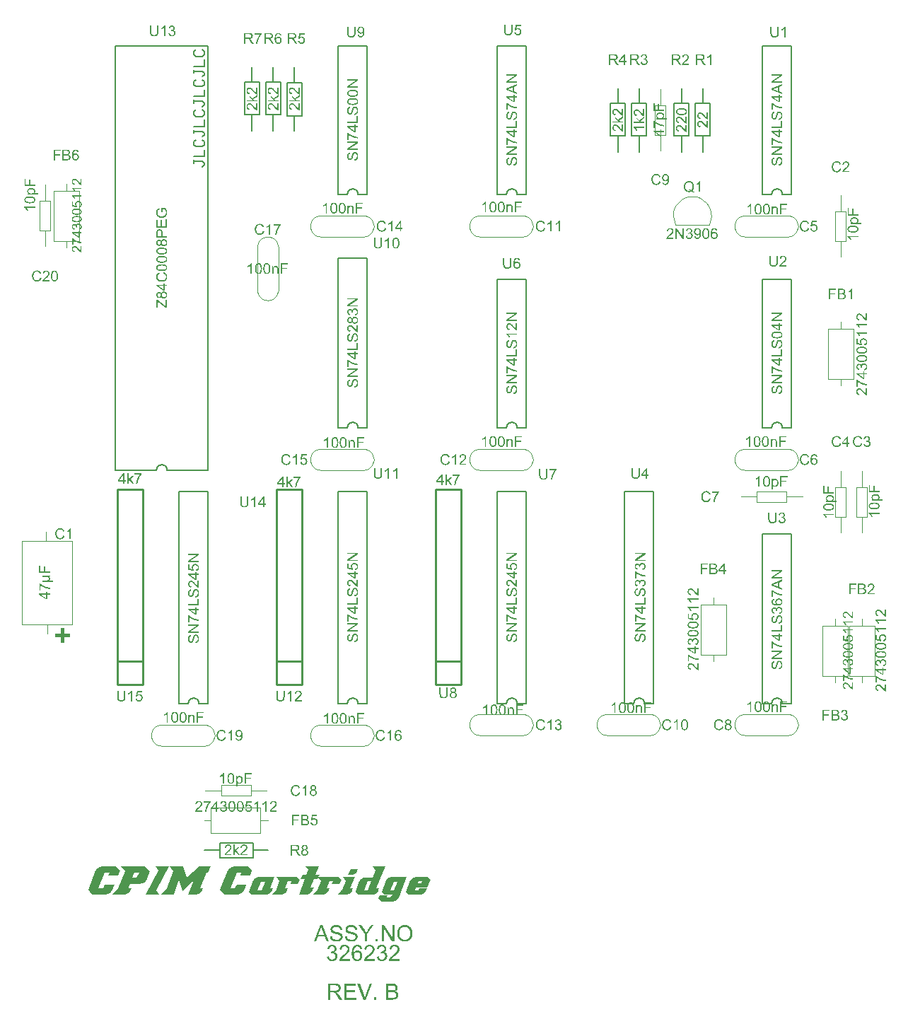
<source format=gto>
G04*
G04 #@! TF.GenerationSoftware,Altium Limited,Altium Designer,21.4.1 (30)*
G04*
G04 Layer_Color=65535*
%FSLAX25Y25*%
%MOIN*%
G70*
G04*
G04 #@! TF.SameCoordinates,DEE7AD03-9DC5-432F-ABA0-70263D434988*
G04*
G04*
G04 #@! TF.FilePolarity,Positive*
G04*
G01*
G75*
%ADD10C,0.00394*%
%ADD11C,0.00787*%
%ADD12C,0.01000*%
%ADD13C,0.00591*%
G36*
X295307Y179241D02*
X295344Y179238D01*
X295380Y179234D01*
X295424Y179230D01*
X295515Y179216D01*
X295617Y179194D01*
X295722Y179165D01*
X295828Y179125D01*
X295832D01*
X295839Y179121D01*
X295853Y179114D01*
X295875Y179103D01*
X295897Y179092D01*
X295923Y179077D01*
X295985Y179041D01*
X296050Y178997D01*
X296119Y178943D01*
X296185Y178881D01*
X296243Y178812D01*
Y178808D01*
X296250Y178804D01*
X296257Y178794D01*
X296265Y178779D01*
X296276Y178761D01*
X296290Y178739D01*
X296319Y178684D01*
X296352Y178619D01*
X296381Y178539D01*
X296410Y178451D01*
X296436Y178357D01*
Y178353D01*
Y178349D01*
X296440Y178339D01*
X296443Y178324D01*
Y178306D01*
X296447Y178280D01*
X296450Y178251D01*
X296454Y178218D01*
X296458Y178178D01*
X296461Y178135D01*
X296465Y178087D01*
Y178033D01*
X296469Y177971D01*
X296472Y177905D01*
Y177833D01*
Y177756D01*
Y175514D01*
X295853D01*
Y177731D01*
Y177734D01*
Y177749D01*
Y177767D01*
Y177793D01*
X295850Y177825D01*
Y177862D01*
X295846Y177902D01*
Y177942D01*
X295835Y178036D01*
X295824Y178127D01*
X295806Y178218D01*
X295795Y178258D01*
X295781Y178295D01*
Y178298D01*
X295777Y178302D01*
X295773Y178313D01*
X295766Y178328D01*
X295748Y178360D01*
X295722Y178404D01*
X295686Y178451D01*
X295642Y178502D01*
X295588Y178553D01*
X295522Y178597D01*
X295519D01*
X295515Y178601D01*
X295504Y178608D01*
X295489Y178615D01*
X295453Y178633D01*
X295402Y178655D01*
X295337Y178673D01*
X295264Y178692D01*
X295184Y178706D01*
X295093Y178710D01*
X295053D01*
X295027Y178706D01*
X294991Y178702D01*
X294951Y178695D01*
X294907Y178688D01*
X294860Y178677D01*
X294805Y178666D01*
X294750Y178648D01*
X294696Y178630D01*
X294638Y178604D01*
X294579Y178575D01*
X294521Y178542D01*
X294463Y178502D01*
X294408Y178459D01*
X294405Y178455D01*
X294397Y178448D01*
X294383Y178429D01*
X294365Y178408D01*
X294343Y178379D01*
X294317Y178342D01*
X294292Y178298D01*
X294266Y178244D01*
X294241Y178186D01*
X294215Y178117D01*
X294190Y178036D01*
X294168Y177949D01*
X294150Y177854D01*
X294135Y177749D01*
X294128Y177632D01*
X294124Y177505D01*
Y175514D01*
X293506D01*
Y179165D01*
X294063D01*
Y178644D01*
X294066Y178652D01*
X294081Y178670D01*
X294106Y178699D01*
X294135Y178739D01*
X294179Y178783D01*
X294230Y178834D01*
X294288Y178888D01*
X294357Y178946D01*
X294434Y179001D01*
X294521Y179056D01*
X294616Y179107D01*
X294721Y179150D01*
X294834Y179190D01*
X294954Y179219D01*
X295085Y179238D01*
X295224Y179245D01*
X295278D01*
X295307Y179241D01*
D02*
G37*
G36*
X300931Y179958D02*
X298201D01*
Y178397D01*
X300564D01*
Y177803D01*
X298201D01*
Y175514D01*
X297535D01*
Y180552D01*
X300931D01*
Y179958D01*
D02*
G37*
G36*
X283925Y175514D02*
X283306D01*
Y179452D01*
X283303Y179449D01*
X283295Y179441D01*
X283284Y179430D01*
X283266Y179416D01*
X283244Y179398D01*
X283215Y179372D01*
X283183Y179347D01*
X283150Y179318D01*
X283106Y179289D01*
X283063Y179252D01*
X283015Y179219D01*
X282964Y179179D01*
X282906Y179143D01*
X282848Y179103D01*
X282717Y179023D01*
X282713Y179019D01*
X282702Y179012D01*
X282680Y179001D01*
X282655Y178990D01*
X282626Y178972D01*
X282589Y178950D01*
X282546Y178928D01*
X282502Y178903D01*
X282400Y178852D01*
X282291Y178801D01*
X282178Y178750D01*
X282069Y178706D01*
Y179303D01*
X282076Y179307D01*
X282091Y179314D01*
X282120Y179329D01*
X282156Y179347D01*
X282200Y179369D01*
X282254Y179398D01*
X282313Y179430D01*
X282375Y179467D01*
X282444Y179511D01*
X282517Y179554D01*
X282669Y179656D01*
X282826Y179769D01*
X282975Y179893D01*
X282979Y179896D01*
X282993Y179907D01*
X283012Y179926D01*
X283037Y179951D01*
X283070Y179984D01*
X283106Y180020D01*
X283146Y180064D01*
X283190Y180108D01*
X283234Y180158D01*
X283281Y180213D01*
X283372Y180326D01*
X283456Y180446D01*
X283492Y180508D01*
X283525Y180570D01*
X283925D01*
Y175514D01*
D02*
G37*
G36*
X291132Y180566D02*
X291165D01*
X291209Y180563D01*
X291252Y180555D01*
X291303Y180548D01*
X291413Y180530D01*
X291533Y180501D01*
X291656Y180461D01*
X291715Y180435D01*
X291773Y180406D01*
X291777D01*
X291788Y180399D01*
X291802Y180388D01*
X291824Y180377D01*
X291849Y180359D01*
X291879Y180337D01*
X291915Y180315D01*
X291951Y180286D01*
X292031Y180220D01*
X292115Y180137D01*
X292199Y180042D01*
X292275Y179933D01*
X292279Y179929D01*
X292283Y179918D01*
X292294Y179900D01*
X292308Y179878D01*
X292326Y179849D01*
X292344Y179813D01*
X292366Y179773D01*
X292388Y179725D01*
X292414Y179674D01*
X292439Y179616D01*
X292465Y179554D01*
X292494Y179489D01*
X292519Y179420D01*
X292541Y179347D01*
X292566Y179267D01*
X292588Y179187D01*
Y179183D01*
X292592Y179165D01*
X292599Y179143D01*
X292607Y179107D01*
X292614Y179063D01*
X292625Y179008D01*
X292636Y178946D01*
X292647Y178874D01*
X292657Y178794D01*
X292668Y178702D01*
X292679Y178604D01*
X292687Y178499D01*
X292694Y178386D01*
X292701Y178262D01*
X292705Y178135D01*
Y177996D01*
Y177993D01*
Y177985D01*
Y177974D01*
Y177956D01*
Y177938D01*
Y177913D01*
X292701Y177884D01*
Y177851D01*
X292698Y177774D01*
X292694Y177687D01*
X292690Y177592D01*
X292683Y177487D01*
X292672Y177374D01*
X292661Y177257D01*
X292628Y177021D01*
X292607Y176901D01*
X292581Y176784D01*
X292552Y176671D01*
X292519Y176566D01*
X292516Y176559D01*
X292512Y176540D01*
X292501Y176515D01*
X292486Y176475D01*
X292465Y176431D01*
X292443Y176377D01*
X292414Y176318D01*
X292385Y176256D01*
X292348Y176191D01*
X292304Y176122D01*
X292261Y176053D01*
X292213Y175980D01*
X292159Y175911D01*
X292101Y175845D01*
X292039Y175783D01*
X291973Y175725D01*
X291970Y175721D01*
X291955Y175714D01*
X291937Y175699D01*
X291908Y175678D01*
X291871Y175656D01*
X291831Y175630D01*
X291780Y175605D01*
X291726Y175579D01*
X291660Y175550D01*
X291591Y175525D01*
X291518Y175499D01*
X291438Y175478D01*
X291351Y175459D01*
X291260Y175445D01*
X291165Y175434D01*
X291063Y175430D01*
X291030D01*
X290994Y175434D01*
X290943Y175437D01*
X290881Y175445D01*
X290808Y175459D01*
X290732Y175474D01*
X290645Y175496D01*
X290554Y175521D01*
X290463Y175558D01*
X290368Y175598D01*
X290270Y175649D01*
X290175Y175707D01*
X290084Y175776D01*
X289997Y175856D01*
X289917Y175947D01*
Y175951D01*
X289913Y175954D01*
X289906Y175965D01*
X289895Y175976D01*
X289884Y175994D01*
X289869Y176016D01*
X289855Y176038D01*
X289840Y176067D01*
X289822Y176100D01*
X289800Y176136D01*
X289782Y176176D01*
X289760Y176220D01*
X289738Y176271D01*
X289716Y176322D01*
X289691Y176380D01*
X289669Y176438D01*
X289647Y176504D01*
X289622Y176573D01*
X289600Y176646D01*
X289578Y176726D01*
X289556Y176806D01*
X289538Y176893D01*
X289516Y176981D01*
X289498Y177079D01*
X289483Y177177D01*
X289469Y177279D01*
X289454Y177389D01*
X289443Y177501D01*
X289433Y177618D01*
X289429Y177738D01*
X289422Y177865D01*
Y177996D01*
Y178000D01*
Y178007D01*
Y178018D01*
Y178036D01*
Y178058D01*
Y178084D01*
X289425Y178113D01*
Y178146D01*
X289429Y178218D01*
X289433Y178306D01*
X289436Y178404D01*
X289443Y178510D01*
X289454Y178622D01*
X289465Y178739D01*
X289498Y178979D01*
X289520Y179099D01*
X289545Y179216D01*
X289571Y179329D01*
X289604Y179434D01*
X289607Y179441D01*
X289611Y179460D01*
X289622Y179485D01*
X289636Y179525D01*
X289658Y179569D01*
X289680Y179623D01*
X289709Y179682D01*
X289742Y179744D01*
X289775Y179809D01*
X289818Y179878D01*
X289862Y179951D01*
X289909Y180020D01*
X289964Y180089D01*
X290022Y180155D01*
X290084Y180217D01*
X290150Y180275D01*
X290153Y180279D01*
X290168Y180290D01*
X290186Y180304D01*
X290215Y180322D01*
X290251Y180344D01*
X290295Y180370D01*
X290342Y180395D01*
X290401Y180424D01*
X290463Y180450D01*
X290532Y180475D01*
X290608Y180501D01*
X290688Y180523D01*
X290776Y180544D01*
X290867Y180559D01*
X290961Y180566D01*
X291063Y180570D01*
X291103D01*
X291132Y180566D01*
D02*
G37*
G36*
X287219D02*
X287252D01*
X287296Y180563D01*
X287339Y180555D01*
X287390Y180548D01*
X287500Y180530D01*
X287620Y180501D01*
X287743Y180461D01*
X287802Y180435D01*
X287860Y180406D01*
X287864D01*
X287875Y180399D01*
X287889Y180388D01*
X287911Y180377D01*
X287936Y180359D01*
X287966Y180337D01*
X288002Y180315D01*
X288038Y180286D01*
X288118Y180220D01*
X288202Y180137D01*
X288286Y180042D01*
X288362Y179933D01*
X288366Y179929D01*
X288370Y179918D01*
X288381Y179900D01*
X288395Y179878D01*
X288413Y179849D01*
X288432Y179813D01*
X288453Y179773D01*
X288475Y179725D01*
X288501Y179674D01*
X288526Y179616D01*
X288552Y179554D01*
X288581Y179489D01*
X288606Y179420D01*
X288628Y179347D01*
X288653Y179267D01*
X288675Y179187D01*
Y179183D01*
X288679Y179165D01*
X288686Y179143D01*
X288694Y179107D01*
X288701Y179063D01*
X288712Y179008D01*
X288723Y178946D01*
X288734Y178874D01*
X288744Y178794D01*
X288755Y178702D01*
X288766Y178604D01*
X288774Y178499D01*
X288781Y178386D01*
X288788Y178262D01*
X288792Y178135D01*
Y177996D01*
Y177993D01*
Y177985D01*
Y177974D01*
Y177956D01*
Y177938D01*
Y177913D01*
X288788Y177884D01*
Y177851D01*
X288785Y177774D01*
X288781Y177687D01*
X288777Y177592D01*
X288770Y177487D01*
X288759Y177374D01*
X288748Y177257D01*
X288715Y177021D01*
X288694Y176901D01*
X288668Y176784D01*
X288639Y176671D01*
X288606Y176566D01*
X288603Y176559D01*
X288599Y176540D01*
X288588Y176515D01*
X288573Y176475D01*
X288552Y176431D01*
X288530Y176377D01*
X288501Y176318D01*
X288472Y176256D01*
X288435Y176191D01*
X288391Y176122D01*
X288348Y176053D01*
X288300Y175980D01*
X288246Y175911D01*
X288188Y175845D01*
X288126Y175783D01*
X288060Y175725D01*
X288057Y175721D01*
X288042Y175714D01*
X288024Y175699D01*
X287995Y175678D01*
X287958Y175656D01*
X287918Y175630D01*
X287867Y175605D01*
X287813Y175579D01*
X287747Y175550D01*
X287678Y175525D01*
X287605Y175499D01*
X287525Y175478D01*
X287438Y175459D01*
X287347Y175445D01*
X287252Y175434D01*
X287150Y175430D01*
X287117D01*
X287081Y175434D01*
X287030Y175437D01*
X286968Y175445D01*
X286895Y175459D01*
X286819Y175474D01*
X286732Y175496D01*
X286641Y175521D01*
X286550Y175558D01*
X286455Y175598D01*
X286357Y175649D01*
X286262Y175707D01*
X286171Y175776D01*
X286084Y175856D01*
X286004Y175947D01*
Y175951D01*
X286000Y175954D01*
X285993Y175965D01*
X285982Y175976D01*
X285971Y175994D01*
X285956Y176016D01*
X285942Y176038D01*
X285927Y176067D01*
X285909Y176100D01*
X285887Y176136D01*
X285869Y176176D01*
X285847Y176220D01*
X285825Y176271D01*
X285803Y176322D01*
X285778Y176380D01*
X285756Y176438D01*
X285734Y176504D01*
X285709Y176573D01*
X285687Y176646D01*
X285665Y176726D01*
X285643Y176806D01*
X285625Y176893D01*
X285603Y176981D01*
X285585Y177079D01*
X285570Y177177D01*
X285556Y177279D01*
X285541Y177389D01*
X285530Y177501D01*
X285520Y177618D01*
X285516Y177738D01*
X285509Y177865D01*
Y177996D01*
Y178000D01*
Y178007D01*
Y178018D01*
Y178036D01*
Y178058D01*
Y178084D01*
X285512Y178113D01*
Y178146D01*
X285516Y178218D01*
X285520Y178306D01*
X285523Y178404D01*
X285530Y178510D01*
X285541Y178622D01*
X285552Y178739D01*
X285585Y178979D01*
X285607Y179099D01*
X285632Y179216D01*
X285658Y179329D01*
X285691Y179434D01*
X285694Y179441D01*
X285698Y179460D01*
X285709Y179485D01*
X285723Y179525D01*
X285745Y179569D01*
X285767Y179623D01*
X285796Y179682D01*
X285829Y179744D01*
X285862Y179809D01*
X285905Y179878D01*
X285949Y179951D01*
X285996Y180020D01*
X286051Y180089D01*
X286109Y180155D01*
X286171Y180217D01*
X286237Y180275D01*
X286240Y180279D01*
X286255Y180290D01*
X286273Y180304D01*
X286302Y180322D01*
X286338Y180344D01*
X286382Y180370D01*
X286430Y180395D01*
X286488Y180424D01*
X286550Y180450D01*
X286619Y180475D01*
X286695Y180501D01*
X286775Y180523D01*
X286863Y180544D01*
X286954Y180559D01*
X287048Y180566D01*
X287150Y180570D01*
X287190D01*
X287219Y180566D01*
D02*
G37*
G36*
X60467Y287973D02*
X60464Y287966D01*
X60445Y287951D01*
X60420Y287918D01*
X60384Y287878D01*
X60340Y287827D01*
X60289Y287765D01*
X60231Y287693D01*
X60169Y287609D01*
X60100Y287518D01*
X60023Y287416D01*
X59943Y287303D01*
X59863Y287183D01*
X59776Y287052D01*
X59692Y286914D01*
X59601Y286768D01*
X59514Y286612D01*
Y286608D01*
X59510Y286601D01*
X59503Y286590D01*
X59492Y286575D01*
X59481Y286553D01*
X59470Y286528D01*
X59452Y286499D01*
X59437Y286466D01*
X59415Y286430D01*
X59397Y286386D01*
X59350Y286295D01*
X59299Y286193D01*
X59244Y286076D01*
X59186Y285949D01*
X59128Y285811D01*
X59066Y285669D01*
X59008Y285516D01*
X58946Y285359D01*
X58891Y285199D01*
X58837Y285032D01*
X58786Y284864D01*
X58782Y284857D01*
X58778Y284835D01*
X58767Y284802D01*
X58757Y284755D01*
X58742Y284693D01*
X58724Y284624D01*
X58706Y284544D01*
X58687Y284453D01*
X58666Y284355D01*
X58647Y284249D01*
X58625Y284133D01*
X58607Y284013D01*
X58589Y283889D01*
X58574Y283758D01*
X58560Y283619D01*
X58549Y283481D01*
X57912D01*
Y283488D01*
Y283507D01*
X57916Y283543D01*
Y283587D01*
X57919Y283645D01*
X57927Y283714D01*
X57934Y283794D01*
X57945Y283881D01*
X57956Y283983D01*
X57970Y284093D01*
X57988Y284209D01*
X58010Y284336D01*
X58039Y284471D01*
X58069Y284613D01*
X58101Y284762D01*
X58141Y284915D01*
Y284919D01*
X58145Y284926D01*
X58149Y284937D01*
X58152Y284952D01*
X58160Y284974D01*
X58167Y284999D01*
X58174Y285028D01*
X58185Y285061D01*
X58207Y285134D01*
X58236Y285225D01*
X58269Y285323D01*
X58305Y285436D01*
X58349Y285556D01*
X58396Y285683D01*
X58451Y285818D01*
X58505Y285956D01*
X58567Y286098D01*
X58636Y286244D01*
X58706Y286393D01*
X58782Y286539D01*
Y286542D01*
X58786Y286546D01*
X58793Y286557D01*
X58800Y286575D01*
X58811Y286593D01*
X58826Y286615D01*
X58855Y286670D01*
X58895Y286735D01*
X58938Y286815D01*
X58993Y286903D01*
X59051Y286997D01*
X59113Y287099D01*
X59182Y287205D01*
X59259Y287314D01*
X59335Y287427D01*
X59499Y287649D01*
X59586Y287758D01*
X59674Y287860D01*
X57206D01*
Y288453D01*
X60467D01*
Y287973D01*
D02*
G37*
G36*
X54439Y285643D02*
X55903Y287132D01*
X56704D01*
X55309Y285774D01*
X56845Y283481D01*
X56081D01*
X54873Y285348D01*
X54439Y284926D01*
Y283481D01*
X53821D01*
Y288519D01*
X54439D01*
Y285643D01*
D02*
G37*
G36*
X52336Y285254D02*
X53016D01*
Y284686D01*
X52336D01*
Y283481D01*
X51717D01*
Y284686D01*
X49533D01*
Y285254D01*
X51830Y288519D01*
X52336D01*
Y285254D01*
D02*
G37*
G36*
X106749Y145898D02*
X106789Y145895D01*
X106836Y145887D01*
X106887Y145880D01*
X106946Y145873D01*
X107008Y145858D01*
X107073Y145844D01*
X107142Y145822D01*
X107211Y145800D01*
X107284Y145771D01*
X107353Y145738D01*
X107422Y145702D01*
X107492Y145658D01*
X107495Y145654D01*
X107506Y145647D01*
X107524Y145633D01*
X107550Y145614D01*
X107583Y145589D01*
X107615Y145560D01*
X107652Y145523D01*
X107695Y145483D01*
X107739Y145440D01*
X107783Y145389D01*
X107826Y145330D01*
X107874Y145272D01*
X107917Y145207D01*
X107957Y145134D01*
X107998Y145061D01*
X108034Y144981D01*
X108038Y144977D01*
X108041Y144963D01*
X108052Y144937D01*
X108063Y144904D01*
X108078Y144864D01*
X108092Y144817D01*
X108107Y144759D01*
X108125Y144697D01*
X108143Y144628D01*
X108158Y144555D01*
X108172Y144475D01*
X108187Y144391D01*
X108198Y144304D01*
X108209Y144213D01*
X108212Y144122D01*
X108216Y144024D01*
Y144016D01*
Y143998D01*
Y143969D01*
X108212Y143929D01*
X108209Y143882D01*
X108205Y143824D01*
X108198Y143758D01*
X108191Y143689D01*
X108179Y143612D01*
X108165Y143532D01*
X108129Y143361D01*
X108107Y143274D01*
X108081Y143186D01*
X108048Y143099D01*
X108012Y143015D01*
X108009Y143012D01*
X108001Y142997D01*
X107990Y142972D01*
X107976Y142943D01*
X107954Y142903D01*
X107928Y142862D01*
X107899Y142812D01*
X107863Y142761D01*
X107826Y142706D01*
X107783Y142651D01*
X107736Y142593D01*
X107681Y142535D01*
X107626Y142480D01*
X107564Y142426D01*
X107499Y142375D01*
X107430Y142327D01*
X107426Y142324D01*
X107412Y142316D01*
X107393Y142306D01*
X107364Y142291D01*
X107328Y142273D01*
X107288Y142251D01*
X107240Y142233D01*
X107186Y142211D01*
X107128Y142185D01*
X107066Y142167D01*
X107000Y142145D01*
X106931Y142127D01*
X106858Y142113D01*
X106782Y142102D01*
X106705Y142095D01*
X106625Y142091D01*
X106596D01*
X106574Y142095D01*
X106545D01*
X106516Y142098D01*
X106480Y142102D01*
X106440Y142105D01*
X106352Y142124D01*
X106261Y142145D01*
X106163Y142174D01*
X106068Y142218D01*
X106065D01*
X106057Y142226D01*
X106046Y142233D01*
X106028Y142244D01*
X106007Y142255D01*
X105985Y142269D01*
X105926Y142309D01*
X105865Y142357D01*
X105795Y142415D01*
X105730Y142477D01*
X105668Y142550D01*
Y140773D01*
X105049D01*
Y145822D01*
X105613D01*
Y145345D01*
X105617Y145349D01*
X105621Y145356D01*
X105631Y145370D01*
X105650Y145392D01*
X105668Y145414D01*
X105690Y145440D01*
X105744Y145501D01*
X105810Y145567D01*
X105886Y145636D01*
X105970Y145702D01*
X106061Y145760D01*
X106065D01*
X106072Y145767D01*
X106087Y145774D01*
X106105Y145782D01*
X106130Y145793D01*
X106159Y145804D01*
X106192Y145818D01*
X106232Y145833D01*
X106272Y145844D01*
X106319Y145858D01*
X106370Y145869D01*
X106425Y145880D01*
X106542Y145895D01*
X106669Y145902D01*
X106713D01*
X106749Y145898D01*
D02*
G37*
G36*
X112475Y146615D02*
X109745D01*
Y145054D01*
X112107D01*
Y144460D01*
X109745D01*
Y142171D01*
X109079D01*
Y147209D01*
X112475D01*
Y146615D01*
D02*
G37*
G36*
X99382Y142171D02*
X98763D01*
Y146109D01*
X98759Y146106D01*
X98752Y146098D01*
X98741Y146088D01*
X98723Y146073D01*
X98701Y146055D01*
X98672Y146029D01*
X98639Y146004D01*
X98606Y145975D01*
X98563Y145946D01*
X98519Y145909D01*
X98472Y145876D01*
X98421Y145836D01*
X98362Y145800D01*
X98304Y145760D01*
X98173Y145680D01*
X98169Y145676D01*
X98159Y145669D01*
X98137Y145658D01*
X98111Y145647D01*
X98082Y145629D01*
X98046Y145607D01*
X98002Y145585D01*
X97958Y145560D01*
X97856Y145509D01*
X97747Y145458D01*
X97635Y145407D01*
X97525Y145363D01*
Y145960D01*
X97532Y145964D01*
X97547Y145971D01*
X97576Y145986D01*
X97613Y146004D01*
X97656Y146026D01*
X97711Y146055D01*
X97769Y146088D01*
X97831Y146124D01*
X97900Y146168D01*
X97973Y146211D01*
X98126Y146313D01*
X98282Y146426D01*
X98432Y146550D01*
X98435Y146554D01*
X98450Y146564D01*
X98468Y146583D01*
X98493Y146608D01*
X98526Y146641D01*
X98563Y146677D01*
X98603Y146721D01*
X98646Y146765D01*
X98690Y146816D01*
X98737Y146870D01*
X98828Y146983D01*
X98912Y147103D01*
X98949Y147165D01*
X98981Y147227D01*
X99382D01*
Y142171D01*
D02*
G37*
G36*
X102676Y147223D02*
X102709D01*
X102752Y147220D01*
X102796Y147212D01*
X102847Y147205D01*
X102956Y147187D01*
X103076Y147158D01*
X103200Y147118D01*
X103258Y147092D01*
X103316Y147063D01*
X103320D01*
X103331Y147056D01*
X103346Y147045D01*
X103367Y147034D01*
X103393Y147016D01*
X103422Y146994D01*
X103458Y146972D01*
X103495Y146943D01*
X103575Y146877D01*
X103659Y146794D01*
X103742Y146699D01*
X103819Y146590D01*
X103823Y146586D01*
X103826Y146575D01*
X103837Y146557D01*
X103852Y146535D01*
X103870Y146506D01*
X103888Y146470D01*
X103910Y146430D01*
X103932Y146382D01*
X103957Y146331D01*
X103983Y146273D01*
X104008Y146211D01*
X104037Y146146D01*
X104063Y146077D01*
X104085Y146004D01*
X104110Y145924D01*
X104132Y145844D01*
Y145840D01*
X104136Y145822D01*
X104143Y145800D01*
X104150Y145764D01*
X104157Y145720D01*
X104168Y145665D01*
X104179Y145603D01*
X104190Y145531D01*
X104201Y145450D01*
X104212Y145360D01*
X104223Y145261D01*
X104230Y145156D01*
X104237Y145043D01*
X104245Y144919D01*
X104248Y144792D01*
Y144653D01*
Y144650D01*
Y144642D01*
Y144632D01*
Y144613D01*
Y144595D01*
Y144570D01*
X104245Y144541D01*
Y144508D01*
X104241Y144431D01*
X104237Y144344D01*
X104234Y144249D01*
X104227Y144144D01*
X104216Y144031D01*
X104205Y143914D01*
X104172Y143678D01*
X104150Y143558D01*
X104125Y143441D01*
X104095Y143328D01*
X104063Y143223D01*
X104059Y143216D01*
X104055Y143197D01*
X104044Y143172D01*
X104030Y143132D01*
X104008Y143088D01*
X103986Y143034D01*
X103957Y142975D01*
X103928Y142913D01*
X103892Y142848D01*
X103848Y142779D01*
X103804Y142710D01*
X103757Y142637D01*
X103702Y142568D01*
X103644Y142502D01*
X103582Y142440D01*
X103517Y142382D01*
X103513Y142378D01*
X103498Y142371D01*
X103480Y142357D01*
X103451Y142335D01*
X103415Y142313D01*
X103375Y142287D01*
X103324Y142262D01*
X103269Y142236D01*
X103204Y142207D01*
X103135Y142182D01*
X103062Y142156D01*
X102982Y142134D01*
X102894Y142116D01*
X102803Y142102D01*
X102709Y142091D01*
X102607Y142087D01*
X102574D01*
X102538Y142091D01*
X102487Y142095D01*
X102425Y142102D01*
X102352Y142116D01*
X102276Y142131D01*
X102188Y142153D01*
X102097Y142178D01*
X102006Y142215D01*
X101911Y142255D01*
X101813Y142306D01*
X101718Y142364D01*
X101628Y142433D01*
X101540Y142513D01*
X101460Y142604D01*
Y142608D01*
X101456Y142611D01*
X101449Y142622D01*
X101438Y142633D01*
X101427Y142651D01*
X101413Y142673D01*
X101398Y142695D01*
X101384Y142724D01*
X101365Y142757D01*
X101344Y142793D01*
X101325Y142833D01*
X101304Y142877D01*
X101282Y142928D01*
X101260Y142979D01*
X101234Y143037D01*
X101213Y143096D01*
X101191Y143161D01*
X101165Y143230D01*
X101143Y143303D01*
X101122Y143383D01*
X101100Y143463D01*
X101082Y143551D01*
X101060Y143638D01*
X101041Y143736D01*
X101027Y143834D01*
X101012Y143936D01*
X100998Y144045D01*
X100987Y144158D01*
X100976Y144275D01*
X100972Y144395D01*
X100965Y144522D01*
Y144653D01*
Y144657D01*
Y144664D01*
Y144675D01*
Y144693D01*
Y144715D01*
Y144741D01*
X100969Y144770D01*
Y144803D01*
X100972Y144875D01*
X100976Y144963D01*
X100980Y145061D01*
X100987Y145167D01*
X100998Y145280D01*
X101009Y145396D01*
X101041Y145636D01*
X101063Y145756D01*
X101089Y145873D01*
X101114Y145986D01*
X101147Y146091D01*
X101151Y146098D01*
X101154Y146117D01*
X101165Y146142D01*
X101180Y146182D01*
X101202Y146226D01*
X101224Y146281D01*
X101253Y146339D01*
X101285Y146401D01*
X101318Y146466D01*
X101362Y146535D01*
X101406Y146608D01*
X101453Y146677D01*
X101507Y146746D01*
X101566Y146812D01*
X101628Y146874D01*
X101693Y146932D01*
X101697Y146936D01*
X101711Y146947D01*
X101730Y146961D01*
X101759Y146979D01*
X101795Y147001D01*
X101839Y147027D01*
X101886Y147052D01*
X101944Y147081D01*
X102006Y147107D01*
X102075Y147132D01*
X102152Y147158D01*
X102232Y147179D01*
X102319Y147201D01*
X102410Y147216D01*
X102505Y147223D01*
X102607Y147227D01*
X102647D01*
X102676Y147223D01*
D02*
G37*
G36*
X359307Y414241D02*
X359344Y414238D01*
X359380Y414234D01*
X359424Y414230D01*
X359515Y414216D01*
X359617Y414194D01*
X359722Y414165D01*
X359828Y414125D01*
X359832D01*
X359839Y414121D01*
X359853Y414114D01*
X359875Y414103D01*
X359897Y414092D01*
X359923Y414077D01*
X359984Y414041D01*
X360050Y413997D01*
X360119Y413943D01*
X360185Y413881D01*
X360243Y413812D01*
Y413808D01*
X360250Y413804D01*
X360258Y413794D01*
X360265Y413779D01*
X360276Y413761D01*
X360290Y413739D01*
X360319Y413684D01*
X360352Y413619D01*
X360381Y413539D01*
X360410Y413451D01*
X360436Y413357D01*
Y413353D01*
Y413349D01*
X360439Y413339D01*
X360443Y413324D01*
Y413306D01*
X360447Y413280D01*
X360450Y413251D01*
X360454Y413218D01*
X360458Y413178D01*
X360461Y413135D01*
X360465Y413087D01*
Y413033D01*
X360469Y412971D01*
X360472Y412905D01*
Y412833D01*
Y412756D01*
Y410514D01*
X359853D01*
Y412731D01*
Y412734D01*
Y412749D01*
Y412767D01*
Y412792D01*
X359850Y412825D01*
Y412862D01*
X359846Y412902D01*
Y412942D01*
X359835Y413036D01*
X359824Y413127D01*
X359806Y413218D01*
X359795Y413258D01*
X359781Y413295D01*
Y413299D01*
X359777Y413302D01*
X359773Y413313D01*
X359766Y413328D01*
X359748Y413360D01*
X359722Y413404D01*
X359686Y413451D01*
X359642Y413502D01*
X359588Y413553D01*
X359522Y413597D01*
X359519D01*
X359515Y413601D01*
X359504Y413608D01*
X359489Y413615D01*
X359453Y413633D01*
X359402Y413655D01*
X359337Y413673D01*
X359264Y413692D01*
X359184Y413706D01*
X359093Y413710D01*
X359053D01*
X359027Y413706D01*
X358991Y413702D01*
X358951Y413695D01*
X358907Y413688D01*
X358860Y413677D01*
X358805Y413666D01*
X358751Y413648D01*
X358696Y413630D01*
X358638Y413604D01*
X358579Y413575D01*
X358521Y413542D01*
X358463Y413502D01*
X358408Y413459D01*
X358405Y413455D01*
X358397Y413448D01*
X358383Y413429D01*
X358365Y413408D01*
X358343Y413379D01*
X358317Y413342D01*
X358292Y413299D01*
X358266Y413244D01*
X358241Y413186D01*
X358215Y413117D01*
X358190Y413036D01*
X358168Y412949D01*
X358150Y412854D01*
X358135Y412749D01*
X358128Y412632D01*
X358124Y412505D01*
Y410514D01*
X357506D01*
Y414165D01*
X358063D01*
Y413644D01*
X358066Y413652D01*
X358081Y413670D01*
X358106Y413699D01*
X358135Y413739D01*
X358179Y413783D01*
X358230Y413834D01*
X358288Y413888D01*
X358357Y413946D01*
X358434Y414001D01*
X358521Y414056D01*
X358616Y414107D01*
X358721Y414150D01*
X358834Y414190D01*
X358954Y414219D01*
X359085Y414238D01*
X359224Y414245D01*
X359278D01*
X359307Y414241D01*
D02*
G37*
G36*
X364931Y414958D02*
X362201D01*
Y413397D01*
X364564D01*
Y412803D01*
X362201D01*
Y410514D01*
X361535D01*
Y415552D01*
X364931D01*
Y414958D01*
D02*
G37*
G36*
X347925Y410514D02*
X347306D01*
Y414452D01*
X347303Y414449D01*
X347295Y414441D01*
X347285Y414431D01*
X347266Y414416D01*
X347245Y414398D01*
X347215Y414372D01*
X347183Y414347D01*
X347150Y414318D01*
X347106Y414289D01*
X347062Y414252D01*
X347015Y414219D01*
X346964Y414179D01*
X346906Y414143D01*
X346848Y414103D01*
X346717Y414023D01*
X346713Y414019D01*
X346702Y414012D01*
X346680Y414001D01*
X346655Y413990D01*
X346626Y413972D01*
X346589Y413950D01*
X346546Y413928D01*
X346502Y413903D01*
X346400Y413852D01*
X346291Y413801D01*
X346178Y413750D01*
X346069Y413706D01*
Y414303D01*
X346076Y414307D01*
X346091Y414314D01*
X346120Y414329D01*
X346156Y414347D01*
X346200Y414369D01*
X346254Y414398D01*
X346313Y414431D01*
X346375Y414467D01*
X346444Y414511D01*
X346516Y414554D01*
X346669Y414656D01*
X346826Y414769D01*
X346975Y414893D01*
X346979Y414896D01*
X346993Y414907D01*
X347011Y414926D01*
X347037Y414951D01*
X347070Y414984D01*
X347106Y415020D01*
X347146Y415064D01*
X347190Y415108D01*
X347234Y415159D01*
X347281Y415213D01*
X347372Y415326D01*
X347456Y415446D01*
X347492Y415508D01*
X347525Y415570D01*
X347925D01*
Y410514D01*
D02*
G37*
G36*
X355132Y415566D02*
X355165D01*
X355209Y415563D01*
X355253Y415555D01*
X355303Y415548D01*
X355413Y415530D01*
X355533Y415501D01*
X355657Y415461D01*
X355715Y415435D01*
X355773Y415406D01*
X355777D01*
X355788Y415399D01*
X355802Y415388D01*
X355824Y415377D01*
X355849Y415359D01*
X355879Y415337D01*
X355915Y415315D01*
X355951Y415286D01*
X356031Y415220D01*
X356115Y415137D01*
X356199Y415042D01*
X356275Y414933D01*
X356279Y414929D01*
X356283Y414918D01*
X356294Y414900D01*
X356308Y414878D01*
X356326Y414849D01*
X356345Y414813D01*
X356366Y414773D01*
X356388Y414725D01*
X356414Y414674D01*
X356439Y414616D01*
X356465Y414554D01*
X356494Y414489D01*
X356519Y414420D01*
X356541Y414347D01*
X356567Y414267D01*
X356588Y414187D01*
Y414183D01*
X356592Y414165D01*
X356599Y414143D01*
X356607Y414107D01*
X356614Y414063D01*
X356625Y414008D01*
X356636Y413946D01*
X356647Y413874D01*
X356658Y413794D01*
X356668Y413702D01*
X356679Y413604D01*
X356687Y413499D01*
X356694Y413386D01*
X356701Y413262D01*
X356705Y413135D01*
Y412996D01*
Y412993D01*
Y412985D01*
Y412975D01*
Y412956D01*
Y412938D01*
Y412913D01*
X356701Y412884D01*
Y412851D01*
X356698Y412774D01*
X356694Y412687D01*
X356690Y412592D01*
X356683Y412487D01*
X356672Y412374D01*
X356661Y412257D01*
X356628Y412021D01*
X356607Y411901D01*
X356581Y411784D01*
X356552Y411671D01*
X356519Y411566D01*
X356516Y411559D01*
X356512Y411540D01*
X356501Y411515D01*
X356486Y411475D01*
X356465Y411431D01*
X356443Y411377D01*
X356414Y411318D01*
X356384Y411256D01*
X356348Y411191D01*
X356304Y411122D01*
X356261Y411053D01*
X356213Y410980D01*
X356159Y410911D01*
X356101Y410845D01*
X356039Y410783D01*
X355973Y410725D01*
X355970Y410721D01*
X355955Y410714D01*
X355937Y410700D01*
X355908Y410678D01*
X355871Y410656D01*
X355831Y410630D01*
X355780Y410605D01*
X355726Y410579D01*
X355660Y410550D01*
X355591Y410525D01*
X355518Y410499D01*
X355438Y410477D01*
X355351Y410459D01*
X355260Y410445D01*
X355165Y410434D01*
X355063Y410430D01*
X355030D01*
X354994Y410434D01*
X354943Y410437D01*
X354881Y410445D01*
X354808Y410459D01*
X354732Y410474D01*
X354645Y410496D01*
X354554Y410521D01*
X354463Y410558D01*
X354368Y410598D01*
X354270Y410649D01*
X354175Y410707D01*
X354084Y410776D01*
X353997Y410856D01*
X353917Y410947D01*
Y410951D01*
X353913Y410954D01*
X353906Y410965D01*
X353895Y410976D01*
X353884Y410994D01*
X353869Y411016D01*
X353855Y411038D01*
X353840Y411067D01*
X353822Y411100D01*
X353800Y411136D01*
X353782Y411176D01*
X353760Y411220D01*
X353738Y411271D01*
X353716Y411322D01*
X353691Y411380D01*
X353669Y411438D01*
X353647Y411504D01*
X353622Y411573D01*
X353600Y411646D01*
X353578Y411726D01*
X353556Y411806D01*
X353538Y411893D01*
X353516Y411981D01*
X353498Y412079D01*
X353483Y412177D01*
X353469Y412279D01*
X353454Y412389D01*
X353443Y412501D01*
X353432Y412618D01*
X353429Y412738D01*
X353422Y412865D01*
Y412996D01*
Y413000D01*
Y413007D01*
Y413018D01*
Y413036D01*
Y413058D01*
Y413084D01*
X353425Y413113D01*
Y413146D01*
X353429Y413218D01*
X353432Y413306D01*
X353436Y413404D01*
X353443Y413510D01*
X353454Y413622D01*
X353465Y413739D01*
X353498Y413979D01*
X353520Y414099D01*
X353545Y414216D01*
X353571Y414329D01*
X353604Y414434D01*
X353607Y414441D01*
X353611Y414460D01*
X353622Y414485D01*
X353636Y414525D01*
X353658Y414569D01*
X353680Y414623D01*
X353709Y414682D01*
X353742Y414744D01*
X353775Y414809D01*
X353818Y414878D01*
X353862Y414951D01*
X353909Y415020D01*
X353964Y415089D01*
X354022Y415155D01*
X354084Y415217D01*
X354150Y415275D01*
X354153Y415279D01*
X354168Y415290D01*
X354186Y415304D01*
X354215Y415322D01*
X354252Y415344D01*
X354295Y415370D01*
X354343Y415395D01*
X354401Y415424D01*
X354463Y415450D01*
X354532Y415475D01*
X354608Y415501D01*
X354688Y415522D01*
X354776Y415544D01*
X354867Y415559D01*
X354961Y415566D01*
X355063Y415570D01*
X355103D01*
X355132Y415566D01*
D02*
G37*
G36*
X351219D02*
X351252D01*
X351296Y415563D01*
X351340Y415555D01*
X351390Y415548D01*
X351500Y415530D01*
X351620Y415501D01*
X351744Y415461D01*
X351802Y415435D01*
X351860Y415406D01*
X351864D01*
X351875Y415399D01*
X351889Y415388D01*
X351911Y415377D01*
X351936Y415359D01*
X351966Y415337D01*
X352002Y415315D01*
X352038Y415286D01*
X352118Y415220D01*
X352202Y415137D01*
X352286Y415042D01*
X352362Y414933D01*
X352366Y414929D01*
X352370Y414918D01*
X352380Y414900D01*
X352395Y414878D01*
X352413Y414849D01*
X352432Y414813D01*
X352453Y414773D01*
X352475Y414725D01*
X352501Y414674D01*
X352526Y414616D01*
X352552Y414554D01*
X352581Y414489D01*
X352606Y414420D01*
X352628Y414347D01*
X352654Y414267D01*
X352675Y414187D01*
Y414183D01*
X352679Y414165D01*
X352686Y414143D01*
X352694Y414107D01*
X352701Y414063D01*
X352712Y414008D01*
X352723Y413946D01*
X352734Y413874D01*
X352745Y413794D01*
X352755Y413702D01*
X352766Y413604D01*
X352774Y413499D01*
X352781Y413386D01*
X352788Y413262D01*
X352792Y413135D01*
Y412996D01*
Y412993D01*
Y412985D01*
Y412975D01*
Y412956D01*
Y412938D01*
Y412913D01*
X352788Y412884D01*
Y412851D01*
X352785Y412774D01*
X352781Y412687D01*
X352777Y412592D01*
X352770Y412487D01*
X352759Y412374D01*
X352748Y412257D01*
X352715Y412021D01*
X352694Y411901D01*
X352668Y411784D01*
X352639Y411671D01*
X352606Y411566D01*
X352603Y411559D01*
X352599Y411540D01*
X352588Y411515D01*
X352573Y411475D01*
X352552Y411431D01*
X352530Y411377D01*
X352501Y411318D01*
X352471Y411256D01*
X352435Y411191D01*
X352391Y411122D01*
X352348Y411053D01*
X352300Y410980D01*
X352246Y410911D01*
X352188Y410845D01*
X352126Y410783D01*
X352060Y410725D01*
X352057Y410721D01*
X352042Y410714D01*
X352024Y410700D01*
X351995Y410678D01*
X351958Y410656D01*
X351918Y410630D01*
X351867Y410605D01*
X351813Y410579D01*
X351747Y410550D01*
X351678Y410525D01*
X351605Y410499D01*
X351525Y410477D01*
X351438Y410459D01*
X351347Y410445D01*
X351252Y410434D01*
X351150Y410430D01*
X351117D01*
X351081Y410434D01*
X351030Y410437D01*
X350968Y410445D01*
X350895Y410459D01*
X350819Y410474D01*
X350732Y410496D01*
X350641Y410521D01*
X350550Y410558D01*
X350455Y410598D01*
X350357Y410649D01*
X350262Y410707D01*
X350171Y410776D01*
X350084Y410856D01*
X350004Y410947D01*
Y410951D01*
X350000Y410954D01*
X349993Y410965D01*
X349982Y410976D01*
X349971Y410994D01*
X349956Y411016D01*
X349942Y411038D01*
X349927Y411067D01*
X349909Y411100D01*
X349887Y411136D01*
X349869Y411176D01*
X349847Y411220D01*
X349825Y411271D01*
X349803Y411322D01*
X349778Y411380D01*
X349756Y411438D01*
X349734Y411504D01*
X349709Y411573D01*
X349687Y411646D01*
X349665Y411726D01*
X349643Y411806D01*
X349625Y411893D01*
X349603Y411981D01*
X349585Y412079D01*
X349570Y412177D01*
X349556Y412279D01*
X349541Y412389D01*
X349530Y412501D01*
X349519Y412618D01*
X349516Y412738D01*
X349509Y412865D01*
Y412996D01*
Y413000D01*
Y413007D01*
Y413018D01*
Y413036D01*
Y413058D01*
Y413084D01*
X349512Y413113D01*
Y413146D01*
X349516Y413218D01*
X349519Y413306D01*
X349523Y413404D01*
X349530Y413510D01*
X349541Y413622D01*
X349552Y413739D01*
X349585Y413979D01*
X349607Y414099D01*
X349632Y414216D01*
X349658Y414329D01*
X349691Y414434D01*
X349694Y414441D01*
X349698Y414460D01*
X349709Y414485D01*
X349723Y414525D01*
X349745Y414569D01*
X349767Y414623D01*
X349796Y414682D01*
X349829Y414744D01*
X349862Y414809D01*
X349905Y414878D01*
X349949Y414951D01*
X349996Y415020D01*
X350051Y415089D01*
X350109Y415155D01*
X350171Y415217D01*
X350237Y415275D01*
X350240Y415279D01*
X350255Y415290D01*
X350273Y415304D01*
X350302Y415322D01*
X350339Y415344D01*
X350382Y415370D01*
X350430Y415395D01*
X350488Y415424D01*
X350550Y415450D01*
X350619Y415475D01*
X350695Y415501D01*
X350775Y415522D01*
X350863Y415544D01*
X350954Y415559D01*
X351048Y415566D01*
X351150Y415570D01*
X351190D01*
X351219Y415566D01*
D02*
G37*
G36*
X5885Y424518D02*
X7446D01*
Y426881D01*
X8039D01*
Y424518D01*
X10329D01*
Y423852D01*
X5291D01*
Y427248D01*
X5885D01*
Y424518D01*
D02*
G37*
G36*
X8571Y422986D02*
X8618Y422982D01*
X8676Y422978D01*
X8742Y422971D01*
X8811Y422964D01*
X8888Y422953D01*
X8968Y422938D01*
X9139Y422902D01*
X9226Y422880D01*
X9313Y422855D01*
X9401Y422822D01*
X9485Y422786D01*
X9488Y422782D01*
X9503Y422775D01*
X9528Y422764D01*
X9557Y422749D01*
X9597Y422727D01*
X9638Y422702D01*
X9689Y422673D01*
X9739Y422636D01*
X9794Y422600D01*
X9849Y422556D01*
X9907Y422509D01*
X9965Y422454D01*
X10020Y422400D01*
X10074Y422338D01*
X10125Y422272D01*
X10173Y422203D01*
X10176Y422199D01*
X10183Y422185D01*
X10194Y422167D01*
X10209Y422138D01*
X10227Y422101D01*
X10249Y422061D01*
X10267Y422014D01*
X10289Y421959D01*
X10315Y421901D01*
X10333Y421839D01*
X10355Y421774D01*
X10373Y421704D01*
X10387Y421632D01*
X10398Y421555D01*
X10406Y421479D01*
X10409Y421399D01*
Y421370D01*
X10406Y421348D01*
Y421319D01*
X10402Y421289D01*
X10398Y421253D01*
X10395Y421213D01*
X10376Y421126D01*
X10355Y421035D01*
X10326Y420936D01*
X10282Y420842D01*
Y420838D01*
X10274Y420831D01*
X10267Y420820D01*
X10256Y420802D01*
X10245Y420780D01*
X10231Y420758D01*
X10191Y420700D01*
X10143Y420638D01*
X10085Y420569D01*
X10023Y420503D01*
X9950Y420441D01*
X11727D01*
Y419823D01*
X6678D01*
Y420387D01*
X7155D01*
X7151Y420390D01*
X7144Y420394D01*
X7130Y420405D01*
X7108Y420423D01*
X7086Y420441D01*
X7060Y420463D01*
X6999Y420518D01*
X6933Y420583D01*
X6864Y420660D01*
X6798Y420744D01*
X6740Y420834D01*
Y420838D01*
X6733Y420845D01*
X6725Y420860D01*
X6718Y420878D01*
X6707Y420904D01*
X6696Y420933D01*
X6682Y420965D01*
X6667Y421005D01*
X6656Y421046D01*
X6642Y421093D01*
X6631Y421144D01*
X6620Y421199D01*
X6605Y421315D01*
X6598Y421442D01*
Y421486D01*
X6602Y421522D01*
X6605Y421562D01*
X6613Y421610D01*
X6620Y421661D01*
X6627Y421719D01*
X6642Y421781D01*
X6656Y421846D01*
X6678Y421915D01*
X6700Y421985D01*
X6729Y422057D01*
X6762Y422127D01*
X6798Y422196D01*
X6842Y422265D01*
X6846Y422269D01*
X6853Y422280D01*
X6867Y422298D01*
X6886Y422323D01*
X6911Y422356D01*
X6940Y422389D01*
X6977Y422425D01*
X7017Y422469D01*
X7060Y422512D01*
X7111Y422556D01*
X7170Y422600D01*
X7228Y422647D01*
X7293Y422691D01*
X7366Y422731D01*
X7439Y422771D01*
X7519Y422807D01*
X7523Y422811D01*
X7537Y422815D01*
X7563Y422825D01*
X7596Y422836D01*
X7636Y422851D01*
X7683Y422866D01*
X7741Y422880D01*
X7803Y422898D01*
X7872Y422917D01*
X7945Y422931D01*
X8025Y422946D01*
X8109Y422960D01*
X8196Y422971D01*
X8287Y422982D01*
X8378Y422986D01*
X8476Y422989D01*
X8484D01*
X8502D01*
X8531D01*
X8571Y422986D01*
D02*
G37*
G36*
X7959Y419018D02*
X7992D01*
X8069Y419015D01*
X8156Y419011D01*
X8251Y419007D01*
X8356Y419000D01*
X8469Y418989D01*
X8585Y418978D01*
X8822Y418945D01*
X8942Y418924D01*
X9059Y418898D01*
X9172Y418869D01*
X9277Y418836D01*
X9284Y418832D01*
X9303Y418829D01*
X9328Y418818D01*
X9368Y418803D01*
X9412Y418782D01*
X9466Y418760D01*
X9525Y418730D01*
X9586Y418701D01*
X9652Y418665D01*
X9721Y418621D01*
X9790Y418578D01*
X9863Y418530D01*
X9932Y418476D01*
X9998Y418418D01*
X10060Y418356D01*
X10118Y418290D01*
X10122Y418287D01*
X10129Y418272D01*
X10143Y418254D01*
X10165Y418225D01*
X10187Y418188D01*
X10213Y418148D01*
X10238Y418097D01*
X10264Y418043D01*
X10293Y417977D01*
X10318Y417908D01*
X10344Y417835D01*
X10366Y417755D01*
X10384Y417668D01*
X10398Y417577D01*
X10409Y417482D01*
X10413Y417380D01*
Y417347D01*
X10409Y417311D01*
X10406Y417260D01*
X10398Y417198D01*
X10384Y417125D01*
X10369Y417049D01*
X10347Y416961D01*
X10322Y416870D01*
X10285Y416780D01*
X10245Y416685D01*
X10194Y416587D01*
X10136Y416492D01*
X10067Y416401D01*
X9987Y416314D01*
X9896Y416233D01*
X9892D01*
X9889Y416230D01*
X9878Y416223D01*
X9867Y416212D01*
X9849Y416201D01*
X9827Y416186D01*
X9805Y416172D01*
X9776Y416157D01*
X9743Y416139D01*
X9707Y416117D01*
X9667Y416099D01*
X9623Y416077D01*
X9572Y416055D01*
X9521Y416033D01*
X9463Y416008D01*
X9404Y415986D01*
X9339Y415964D01*
X9270Y415939D01*
X9197Y415917D01*
X9117Y415895D01*
X9037Y415873D01*
X8950Y415855D01*
X8862Y415833D01*
X8764Y415815D01*
X8666Y415800D01*
X8564Y415786D01*
X8455Y415771D01*
X8342Y415760D01*
X8225Y415749D01*
X8105Y415746D01*
X7978Y415738D01*
X7847D01*
X7843D01*
X7836D01*
X7825D01*
X7807D01*
X7785D01*
X7759D01*
X7730Y415742D01*
X7697D01*
X7625Y415746D01*
X7537Y415749D01*
X7439Y415753D01*
X7333Y415760D01*
X7220Y415771D01*
X7104Y415782D01*
X6864Y415815D01*
X6744Y415837D01*
X6627Y415862D01*
X6514Y415888D01*
X6409Y415920D01*
X6402Y415924D01*
X6383Y415928D01*
X6358Y415939D01*
X6318Y415953D01*
X6274Y415975D01*
X6219Y415997D01*
X6161Y416026D01*
X6099Y416059D01*
X6034Y416091D01*
X5965Y416135D01*
X5892Y416179D01*
X5823Y416226D01*
X5754Y416281D01*
X5688Y416339D01*
X5626Y416401D01*
X5568Y416467D01*
X5564Y416470D01*
X5553Y416485D01*
X5539Y416503D01*
X5521Y416532D01*
X5499Y416568D01*
X5473Y416612D01*
X5448Y416659D01*
X5419Y416718D01*
X5393Y416780D01*
X5368Y416849D01*
X5342Y416925D01*
X5320Y417005D01*
X5299Y417093D01*
X5284Y417183D01*
X5277Y417278D01*
X5273Y417380D01*
Y417420D01*
X5277Y417449D01*
Y417482D01*
X5280Y417526D01*
X5288Y417569D01*
X5295Y417620D01*
X5313Y417730D01*
X5342Y417850D01*
X5382Y417973D01*
X5408Y418032D01*
X5437Y418090D01*
Y418093D01*
X5444Y418105D01*
X5455Y418119D01*
X5466Y418141D01*
X5484Y418166D01*
X5506Y418195D01*
X5528Y418232D01*
X5557Y418268D01*
X5623Y418348D01*
X5706Y418432D01*
X5801Y418516D01*
X5910Y418592D01*
X5914Y418596D01*
X5925Y418600D01*
X5943Y418610D01*
X5965Y418625D01*
X5994Y418643D01*
X6030Y418661D01*
X6070Y418683D01*
X6118Y418705D01*
X6169Y418730D01*
X6227Y418756D01*
X6289Y418782D01*
X6354Y418811D01*
X6423Y418836D01*
X6496Y418858D01*
X6576Y418883D01*
X6656Y418905D01*
X6660D01*
X6678Y418909D01*
X6700Y418916D01*
X6736Y418924D01*
X6780Y418931D01*
X6835Y418942D01*
X6897Y418953D01*
X6969Y418963D01*
X7050Y418974D01*
X7141Y418985D01*
X7239Y418996D01*
X7344Y419003D01*
X7457Y419011D01*
X7581Y419018D01*
X7708Y419022D01*
X7847D01*
X7850D01*
X7858D01*
X7869D01*
X7887D01*
X7905D01*
X7930D01*
X7959Y419018D01*
D02*
G37*
G36*
X10329Y413536D02*
X6391D01*
X6394Y413533D01*
X6402Y413525D01*
X6413Y413514D01*
X6427Y413496D01*
X6445Y413474D01*
X6471Y413445D01*
X6496Y413413D01*
X6525Y413380D01*
X6554Y413336D01*
X6591Y413292D01*
X6624Y413245D01*
X6664Y413194D01*
X6700Y413136D01*
X6740Y413078D01*
X6820Y412947D01*
X6824Y412943D01*
X6831Y412932D01*
X6842Y412910D01*
X6853Y412885D01*
X6871Y412856D01*
X6893Y412819D01*
X6915Y412776D01*
X6940Y412732D01*
X6991Y412630D01*
X7042Y412521D01*
X7093Y412408D01*
X7137Y412299D01*
X6540D01*
X6536Y412306D01*
X6529Y412321D01*
X6514Y412350D01*
X6496Y412386D01*
X6474Y412430D01*
X6445Y412484D01*
X6413Y412542D01*
X6376Y412604D01*
X6332Y412674D01*
X6289Y412746D01*
X6187Y412899D01*
X6074Y413056D01*
X5950Y413205D01*
X5946Y413209D01*
X5936Y413223D01*
X5917Y413241D01*
X5892Y413267D01*
X5859Y413300D01*
X5823Y413336D01*
X5779Y413376D01*
X5735Y413420D01*
X5684Y413463D01*
X5630Y413511D01*
X5517Y413602D01*
X5397Y413686D01*
X5335Y413722D01*
X5273Y413755D01*
Y414155D01*
X10329D01*
Y413536D01*
D02*
G37*
G36*
X234307Y304741D02*
X234344Y304738D01*
X234380Y304734D01*
X234424Y304730D01*
X234515Y304716D01*
X234617Y304694D01*
X234722Y304665D01*
X234828Y304625D01*
X234832D01*
X234839Y304621D01*
X234853Y304614D01*
X234875Y304603D01*
X234897Y304592D01*
X234923Y304577D01*
X234984Y304541D01*
X235050Y304497D01*
X235119Y304443D01*
X235185Y304381D01*
X235243Y304312D01*
Y304308D01*
X235250Y304304D01*
X235258Y304293D01*
X235265Y304279D01*
X235276Y304261D01*
X235290Y304239D01*
X235319Y304184D01*
X235352Y304119D01*
X235381Y304039D01*
X235410Y303951D01*
X235436Y303857D01*
Y303853D01*
Y303849D01*
X235439Y303838D01*
X235443Y303824D01*
Y303806D01*
X235447Y303780D01*
X235450Y303751D01*
X235454Y303718D01*
X235458Y303678D01*
X235461Y303635D01*
X235465Y303587D01*
Y303533D01*
X235469Y303471D01*
X235472Y303405D01*
Y303333D01*
Y303256D01*
Y301014D01*
X234853D01*
Y303231D01*
Y303234D01*
Y303249D01*
Y303267D01*
Y303292D01*
X234850Y303325D01*
Y303362D01*
X234846Y303402D01*
Y303442D01*
X234835Y303536D01*
X234824Y303627D01*
X234806Y303718D01*
X234795Y303758D01*
X234781Y303795D01*
Y303799D01*
X234777Y303802D01*
X234773Y303813D01*
X234766Y303828D01*
X234748Y303860D01*
X234722Y303904D01*
X234686Y303951D01*
X234642Y304002D01*
X234588Y304053D01*
X234522Y304097D01*
X234519D01*
X234515Y304101D01*
X234504Y304108D01*
X234489Y304115D01*
X234453Y304133D01*
X234402Y304155D01*
X234337Y304173D01*
X234264Y304192D01*
X234184Y304206D01*
X234093Y304210D01*
X234053D01*
X234027Y304206D01*
X233991Y304203D01*
X233951Y304195D01*
X233907Y304188D01*
X233860Y304177D01*
X233805Y304166D01*
X233751Y304148D01*
X233696Y304130D01*
X233638Y304104D01*
X233579Y304075D01*
X233521Y304042D01*
X233463Y304002D01*
X233408Y303959D01*
X233405Y303955D01*
X233397Y303948D01*
X233383Y303929D01*
X233365Y303908D01*
X233343Y303879D01*
X233317Y303842D01*
X233292Y303799D01*
X233266Y303744D01*
X233241Y303686D01*
X233215Y303616D01*
X233190Y303536D01*
X233168Y303449D01*
X233150Y303354D01*
X233135Y303249D01*
X233128Y303132D01*
X233124Y303005D01*
Y301014D01*
X232506D01*
Y304665D01*
X233063D01*
Y304144D01*
X233066Y304152D01*
X233081Y304170D01*
X233106Y304199D01*
X233135Y304239D01*
X233179Y304283D01*
X233230Y304334D01*
X233288Y304388D01*
X233357Y304446D01*
X233434Y304501D01*
X233521Y304556D01*
X233616Y304607D01*
X233721Y304650D01*
X233834Y304690D01*
X233954Y304719D01*
X234085Y304738D01*
X234224Y304745D01*
X234278D01*
X234307Y304741D01*
D02*
G37*
G36*
X239931Y305458D02*
X237201D01*
Y303897D01*
X239564D01*
Y303303D01*
X237201D01*
Y301014D01*
X236535D01*
Y306052D01*
X239931D01*
Y305458D01*
D02*
G37*
G36*
X222925Y301014D02*
X222306D01*
Y304952D01*
X222303Y304949D01*
X222295Y304941D01*
X222285Y304930D01*
X222266Y304916D01*
X222245Y304898D01*
X222215Y304872D01*
X222183Y304847D01*
X222150Y304818D01*
X222106Y304789D01*
X222062Y304752D01*
X222015Y304719D01*
X221964Y304679D01*
X221906Y304643D01*
X221848Y304603D01*
X221717Y304523D01*
X221713Y304519D01*
X221702Y304512D01*
X221680Y304501D01*
X221655Y304490D01*
X221626Y304472D01*
X221589Y304450D01*
X221546Y304428D01*
X221502Y304403D01*
X221400Y304352D01*
X221291Y304301D01*
X221178Y304250D01*
X221069Y304206D01*
Y304803D01*
X221076Y304807D01*
X221091Y304814D01*
X221120Y304829D01*
X221156Y304847D01*
X221200Y304869D01*
X221254Y304898D01*
X221313Y304930D01*
X221375Y304967D01*
X221444Y305011D01*
X221516Y305054D01*
X221669Y305156D01*
X221826Y305269D01*
X221975Y305393D01*
X221979Y305396D01*
X221993Y305407D01*
X222011Y305426D01*
X222037Y305451D01*
X222070Y305484D01*
X222106Y305520D01*
X222146Y305564D01*
X222190Y305608D01*
X222234Y305659D01*
X222281Y305713D01*
X222372Y305826D01*
X222456Y305946D01*
X222492Y306008D01*
X222525Y306070D01*
X222925D01*
Y301014D01*
D02*
G37*
G36*
X230132Y306066D02*
X230165D01*
X230209Y306063D01*
X230253Y306055D01*
X230303Y306048D01*
X230413Y306030D01*
X230533Y306001D01*
X230657Y305961D01*
X230715Y305935D01*
X230773Y305906D01*
X230777D01*
X230788Y305899D01*
X230802Y305888D01*
X230824Y305877D01*
X230849Y305859D01*
X230879Y305837D01*
X230915Y305815D01*
X230951Y305786D01*
X231031Y305720D01*
X231115Y305637D01*
X231199Y305542D01*
X231275Y305433D01*
X231279Y305429D01*
X231283Y305418D01*
X231294Y305400D01*
X231308Y305378D01*
X231326Y305349D01*
X231345Y305313D01*
X231366Y305273D01*
X231388Y305225D01*
X231414Y305174D01*
X231439Y305116D01*
X231465Y305054D01*
X231494Y304989D01*
X231519Y304920D01*
X231541Y304847D01*
X231567Y304767D01*
X231588Y304687D01*
Y304683D01*
X231592Y304665D01*
X231599Y304643D01*
X231607Y304607D01*
X231614Y304563D01*
X231625Y304508D01*
X231636Y304446D01*
X231647Y304374D01*
X231658Y304293D01*
X231668Y304203D01*
X231679Y304104D01*
X231687Y303999D01*
X231694Y303886D01*
X231701Y303762D01*
X231705Y303635D01*
Y303496D01*
Y303493D01*
Y303485D01*
Y303474D01*
Y303456D01*
Y303438D01*
Y303413D01*
X231701Y303383D01*
Y303351D01*
X231698Y303274D01*
X231694Y303187D01*
X231690Y303092D01*
X231683Y302987D01*
X231672Y302874D01*
X231661Y302757D01*
X231628Y302521D01*
X231607Y302401D01*
X231581Y302284D01*
X231552Y302171D01*
X231519Y302066D01*
X231516Y302059D01*
X231512Y302040D01*
X231501Y302015D01*
X231486Y301975D01*
X231465Y301931D01*
X231443Y301877D01*
X231414Y301818D01*
X231384Y301756D01*
X231348Y301691D01*
X231304Y301622D01*
X231261Y301553D01*
X231213Y301480D01*
X231159Y301411D01*
X231101Y301345D01*
X231039Y301283D01*
X230973Y301225D01*
X230970Y301221D01*
X230955Y301214D01*
X230937Y301200D01*
X230908Y301178D01*
X230871Y301156D01*
X230831Y301130D01*
X230780Y301105D01*
X230726Y301079D01*
X230660Y301050D01*
X230591Y301025D01*
X230518Y300999D01*
X230438Y300977D01*
X230351Y300959D01*
X230260Y300945D01*
X230165Y300934D01*
X230063Y300930D01*
X230030D01*
X229994Y300934D01*
X229943Y300937D01*
X229881Y300945D01*
X229808Y300959D01*
X229732Y300974D01*
X229645Y300996D01*
X229554Y301021D01*
X229463Y301058D01*
X229368Y301098D01*
X229270Y301149D01*
X229175Y301207D01*
X229084Y301276D01*
X228997Y301356D01*
X228917Y301447D01*
Y301451D01*
X228913Y301454D01*
X228906Y301465D01*
X228895Y301476D01*
X228884Y301494D01*
X228869Y301516D01*
X228855Y301538D01*
X228840Y301567D01*
X228822Y301600D01*
X228800Y301636D01*
X228782Y301676D01*
X228760Y301720D01*
X228738Y301771D01*
X228716Y301822D01*
X228691Y301880D01*
X228669Y301938D01*
X228647Y302004D01*
X228622Y302073D01*
X228600Y302146D01*
X228578Y302226D01*
X228556Y302306D01*
X228538Y302393D01*
X228516Y302481D01*
X228498Y302579D01*
X228483Y302677D01*
X228469Y302779D01*
X228454Y302888D01*
X228443Y303001D01*
X228432Y303118D01*
X228429Y303238D01*
X228422Y303365D01*
Y303496D01*
Y303500D01*
Y303507D01*
Y303518D01*
Y303536D01*
Y303558D01*
Y303584D01*
X228425Y303613D01*
Y303646D01*
X228429Y303718D01*
X228432Y303806D01*
X228436Y303904D01*
X228443Y304010D01*
X228454Y304122D01*
X228465Y304239D01*
X228498Y304479D01*
X228520Y304599D01*
X228545Y304716D01*
X228571Y304829D01*
X228604Y304934D01*
X228607Y304941D01*
X228611Y304960D01*
X228622Y304985D01*
X228636Y305025D01*
X228658Y305069D01*
X228680Y305123D01*
X228709Y305182D01*
X228742Y305244D01*
X228775Y305309D01*
X228818Y305378D01*
X228862Y305451D01*
X228909Y305520D01*
X228964Y305589D01*
X229022Y305655D01*
X229084Y305717D01*
X229150Y305775D01*
X229153Y305779D01*
X229168Y305790D01*
X229186Y305804D01*
X229215Y305822D01*
X229252Y305844D01*
X229295Y305870D01*
X229343Y305895D01*
X229401Y305924D01*
X229463Y305950D01*
X229532Y305975D01*
X229608Y306001D01*
X229688Y306023D01*
X229776Y306044D01*
X229867Y306059D01*
X229961Y306066D01*
X230063Y306070D01*
X230103D01*
X230132Y306066D01*
D02*
G37*
G36*
X226219D02*
X226252D01*
X226296Y306063D01*
X226340Y306055D01*
X226390Y306048D01*
X226500Y306030D01*
X226620Y306001D01*
X226744Y305961D01*
X226802Y305935D01*
X226860Y305906D01*
X226864D01*
X226875Y305899D01*
X226889Y305888D01*
X226911Y305877D01*
X226936Y305859D01*
X226966Y305837D01*
X227002Y305815D01*
X227038Y305786D01*
X227118Y305720D01*
X227202Y305637D01*
X227286Y305542D01*
X227362Y305433D01*
X227366Y305429D01*
X227370Y305418D01*
X227380Y305400D01*
X227395Y305378D01*
X227413Y305349D01*
X227432Y305313D01*
X227453Y305273D01*
X227475Y305225D01*
X227501Y305174D01*
X227526Y305116D01*
X227552Y305054D01*
X227581Y304989D01*
X227606Y304920D01*
X227628Y304847D01*
X227654Y304767D01*
X227675Y304687D01*
Y304683D01*
X227679Y304665D01*
X227686Y304643D01*
X227694Y304607D01*
X227701Y304563D01*
X227712Y304508D01*
X227723Y304446D01*
X227734Y304374D01*
X227745Y304293D01*
X227755Y304203D01*
X227766Y304104D01*
X227774Y303999D01*
X227781Y303886D01*
X227788Y303762D01*
X227792Y303635D01*
Y303496D01*
Y303493D01*
Y303485D01*
Y303474D01*
Y303456D01*
Y303438D01*
Y303413D01*
X227788Y303383D01*
Y303351D01*
X227785Y303274D01*
X227781Y303187D01*
X227777Y303092D01*
X227770Y302987D01*
X227759Y302874D01*
X227748Y302757D01*
X227715Y302521D01*
X227694Y302401D01*
X227668Y302284D01*
X227639Y302171D01*
X227606Y302066D01*
X227603Y302059D01*
X227599Y302040D01*
X227588Y302015D01*
X227573Y301975D01*
X227552Y301931D01*
X227530Y301877D01*
X227501Y301818D01*
X227471Y301756D01*
X227435Y301691D01*
X227391Y301622D01*
X227348Y301553D01*
X227300Y301480D01*
X227246Y301411D01*
X227188Y301345D01*
X227126Y301283D01*
X227060Y301225D01*
X227057Y301221D01*
X227042Y301214D01*
X227024Y301200D01*
X226995Y301178D01*
X226958Y301156D01*
X226918Y301130D01*
X226867Y301105D01*
X226813Y301079D01*
X226747Y301050D01*
X226678Y301025D01*
X226605Y300999D01*
X226525Y300977D01*
X226438Y300959D01*
X226347Y300945D01*
X226252Y300934D01*
X226150Y300930D01*
X226117D01*
X226081Y300934D01*
X226030Y300937D01*
X225968Y300945D01*
X225895Y300959D01*
X225819Y300974D01*
X225732Y300996D01*
X225641Y301021D01*
X225550Y301058D01*
X225455Y301098D01*
X225357Y301149D01*
X225262Y301207D01*
X225171Y301276D01*
X225084Y301356D01*
X225004Y301447D01*
Y301451D01*
X225000Y301454D01*
X224993Y301465D01*
X224982Y301476D01*
X224971Y301494D01*
X224956Y301516D01*
X224942Y301538D01*
X224927Y301567D01*
X224909Y301600D01*
X224887Y301636D01*
X224869Y301676D01*
X224847Y301720D01*
X224825Y301771D01*
X224803Y301822D01*
X224778Y301880D01*
X224756Y301938D01*
X224734Y302004D01*
X224709Y302073D01*
X224687Y302146D01*
X224665Y302226D01*
X224643Y302306D01*
X224625Y302393D01*
X224603Y302481D01*
X224585Y302579D01*
X224570Y302677D01*
X224556Y302779D01*
X224541Y302888D01*
X224530Y303001D01*
X224519Y303118D01*
X224516Y303238D01*
X224509Y303365D01*
Y303496D01*
Y303500D01*
Y303507D01*
Y303518D01*
Y303536D01*
Y303558D01*
Y303584D01*
X224512Y303613D01*
Y303646D01*
X224516Y303718D01*
X224519Y303806D01*
X224523Y303904D01*
X224530Y304010D01*
X224541Y304122D01*
X224552Y304239D01*
X224585Y304479D01*
X224607Y304599D01*
X224632Y304716D01*
X224658Y304829D01*
X224691Y304934D01*
X224694Y304941D01*
X224698Y304960D01*
X224709Y304985D01*
X224723Y305025D01*
X224745Y305069D01*
X224767Y305123D01*
X224796Y305182D01*
X224829Y305244D01*
X224862Y305309D01*
X224905Y305378D01*
X224949Y305451D01*
X224996Y305520D01*
X225051Y305589D01*
X225109Y305655D01*
X225171Y305717D01*
X225237Y305775D01*
X225240Y305779D01*
X225255Y305790D01*
X225273Y305804D01*
X225302Y305822D01*
X225339Y305844D01*
X225382Y305870D01*
X225430Y305895D01*
X225488Y305924D01*
X225550Y305950D01*
X225619Y305975D01*
X225695Y306001D01*
X225775Y306023D01*
X225863Y306044D01*
X225954Y306059D01*
X226048Y306066D01*
X226150Y306070D01*
X226190D01*
X226219Y306066D01*
D02*
G37*
G36*
X123807Y386241D02*
X123844Y386238D01*
X123880Y386234D01*
X123924Y386230D01*
X124015Y386216D01*
X124117Y386194D01*
X124222Y386165D01*
X124328Y386125D01*
X124332D01*
X124339Y386121D01*
X124353Y386114D01*
X124375Y386103D01*
X124397Y386092D01*
X124423Y386077D01*
X124485Y386041D01*
X124550Y385997D01*
X124619Y385943D01*
X124685Y385881D01*
X124743Y385812D01*
Y385808D01*
X124750Y385804D01*
X124758Y385793D01*
X124765Y385779D01*
X124776Y385761D01*
X124790Y385739D01*
X124819Y385684D01*
X124852Y385619D01*
X124881Y385539D01*
X124910Y385451D01*
X124936Y385357D01*
Y385353D01*
Y385349D01*
X124940Y385338D01*
X124943Y385324D01*
Y385306D01*
X124947Y385280D01*
X124950Y385251D01*
X124954Y385218D01*
X124958Y385178D01*
X124961Y385135D01*
X124965Y385087D01*
Y385033D01*
X124969Y384971D01*
X124972Y384905D01*
Y384833D01*
Y384756D01*
Y382514D01*
X124353D01*
Y384731D01*
Y384734D01*
Y384749D01*
Y384767D01*
Y384792D01*
X124350Y384825D01*
Y384862D01*
X124346Y384902D01*
Y384942D01*
X124335Y385036D01*
X124324Y385127D01*
X124306Y385218D01*
X124295Y385258D01*
X124281Y385295D01*
Y385298D01*
X124277Y385302D01*
X124273Y385313D01*
X124266Y385328D01*
X124248Y385360D01*
X124222Y385404D01*
X124186Y385451D01*
X124142Y385502D01*
X124088Y385553D01*
X124022Y385597D01*
X124019D01*
X124015Y385601D01*
X124004Y385608D01*
X123989Y385615D01*
X123953Y385633D01*
X123902Y385655D01*
X123837Y385673D01*
X123764Y385692D01*
X123684Y385706D01*
X123593Y385710D01*
X123553D01*
X123527Y385706D01*
X123491Y385702D01*
X123451Y385695D01*
X123407Y385688D01*
X123360Y385677D01*
X123305Y385666D01*
X123250Y385648D01*
X123196Y385630D01*
X123138Y385604D01*
X123079Y385575D01*
X123021Y385542D01*
X122963Y385502D01*
X122908Y385459D01*
X122905Y385455D01*
X122897Y385448D01*
X122883Y385430D01*
X122865Y385408D01*
X122843Y385379D01*
X122817Y385342D01*
X122792Y385298D01*
X122766Y385244D01*
X122741Y385186D01*
X122715Y385117D01*
X122690Y385036D01*
X122668Y384949D01*
X122650Y384854D01*
X122635Y384749D01*
X122628Y384632D01*
X122624Y384505D01*
Y382514D01*
X122006D01*
Y386165D01*
X122563D01*
Y385644D01*
X122566Y385652D01*
X122581Y385670D01*
X122606Y385699D01*
X122635Y385739D01*
X122679Y385783D01*
X122730Y385834D01*
X122788Y385888D01*
X122857Y385946D01*
X122934Y386001D01*
X123021Y386056D01*
X123116Y386107D01*
X123221Y386150D01*
X123334Y386190D01*
X123454Y386219D01*
X123585Y386238D01*
X123724Y386245D01*
X123778D01*
X123807Y386241D01*
D02*
G37*
G36*
X129431Y386958D02*
X126701D01*
Y385397D01*
X129064D01*
Y384803D01*
X126701D01*
Y382514D01*
X126035D01*
Y387552D01*
X129431D01*
Y386958D01*
D02*
G37*
G36*
X112425Y382514D02*
X111806D01*
Y386452D01*
X111803Y386449D01*
X111795Y386441D01*
X111785Y386431D01*
X111766Y386416D01*
X111744Y386398D01*
X111715Y386372D01*
X111683Y386347D01*
X111650Y386318D01*
X111606Y386289D01*
X111563Y386252D01*
X111515Y386219D01*
X111464Y386179D01*
X111406Y386143D01*
X111348Y386103D01*
X111217Y386023D01*
X111213Y386019D01*
X111202Y386012D01*
X111180Y386001D01*
X111155Y385990D01*
X111126Y385972D01*
X111089Y385950D01*
X111046Y385928D01*
X111002Y385903D01*
X110900Y385852D01*
X110791Y385801D01*
X110678Y385750D01*
X110569Y385706D01*
Y386303D01*
X110576Y386307D01*
X110591Y386314D01*
X110620Y386329D01*
X110656Y386347D01*
X110700Y386369D01*
X110754Y386398D01*
X110813Y386431D01*
X110874Y386467D01*
X110944Y386511D01*
X111016Y386554D01*
X111169Y386656D01*
X111326Y386769D01*
X111475Y386893D01*
X111479Y386896D01*
X111493Y386907D01*
X111512Y386926D01*
X111537Y386951D01*
X111570Y386984D01*
X111606Y387020D01*
X111646Y387064D01*
X111690Y387108D01*
X111734Y387158D01*
X111781Y387213D01*
X111872Y387326D01*
X111956Y387446D01*
X111992Y387508D01*
X112025Y387570D01*
X112425D01*
Y382514D01*
D02*
G37*
G36*
X119632Y387566D02*
X119665D01*
X119709Y387563D01*
X119753Y387555D01*
X119803Y387548D01*
X119913Y387530D01*
X120033Y387501D01*
X120157Y387461D01*
X120215Y387435D01*
X120273Y387406D01*
X120277D01*
X120288Y387399D01*
X120302Y387388D01*
X120324Y387377D01*
X120349Y387359D01*
X120379Y387337D01*
X120415Y387315D01*
X120451Y387286D01*
X120531Y387220D01*
X120615Y387137D01*
X120699Y387042D01*
X120775Y386933D01*
X120779Y386929D01*
X120783Y386918D01*
X120793Y386900D01*
X120808Y386878D01*
X120826Y386849D01*
X120844Y386813D01*
X120866Y386773D01*
X120888Y386725D01*
X120914Y386674D01*
X120939Y386616D01*
X120965Y386554D01*
X120994Y386489D01*
X121019Y386420D01*
X121041Y386347D01*
X121066Y386267D01*
X121088Y386187D01*
Y386183D01*
X121092Y386165D01*
X121099Y386143D01*
X121107Y386107D01*
X121114Y386063D01*
X121125Y386008D01*
X121136Y385946D01*
X121147Y385874D01*
X121158Y385793D01*
X121168Y385702D01*
X121179Y385604D01*
X121187Y385499D01*
X121194Y385386D01*
X121201Y385262D01*
X121205Y385135D01*
Y384996D01*
Y384993D01*
Y384985D01*
Y384975D01*
Y384956D01*
Y384938D01*
Y384913D01*
X121201Y384883D01*
Y384851D01*
X121198Y384774D01*
X121194Y384687D01*
X121190Y384592D01*
X121183Y384487D01*
X121172Y384374D01*
X121161Y384257D01*
X121128Y384021D01*
X121107Y383901D01*
X121081Y383784D01*
X121052Y383671D01*
X121019Y383566D01*
X121016Y383559D01*
X121012Y383540D01*
X121001Y383515D01*
X120986Y383475D01*
X120965Y383431D01*
X120943Y383377D01*
X120914Y383318D01*
X120885Y383256D01*
X120848Y383191D01*
X120804Y383122D01*
X120761Y383053D01*
X120713Y382980D01*
X120659Y382911D01*
X120601Y382845D01*
X120539Y382783D01*
X120473Y382725D01*
X120470Y382721D01*
X120455Y382714D01*
X120437Y382699D01*
X120408Y382678D01*
X120371Y382656D01*
X120331Y382630D01*
X120280Y382605D01*
X120226Y382579D01*
X120160Y382550D01*
X120091Y382525D01*
X120018Y382499D01*
X119938Y382477D01*
X119851Y382459D01*
X119760Y382445D01*
X119665Y382434D01*
X119563Y382430D01*
X119530D01*
X119494Y382434D01*
X119443Y382437D01*
X119381Y382445D01*
X119308Y382459D01*
X119232Y382474D01*
X119145Y382496D01*
X119054Y382521D01*
X118963Y382558D01*
X118868Y382598D01*
X118770Y382649D01*
X118675Y382707D01*
X118584Y382776D01*
X118497Y382856D01*
X118417Y382947D01*
Y382951D01*
X118413Y382954D01*
X118406Y382965D01*
X118395Y382976D01*
X118384Y382994D01*
X118369Y383016D01*
X118355Y383038D01*
X118340Y383067D01*
X118322Y383100D01*
X118300Y383136D01*
X118282Y383176D01*
X118260Y383220D01*
X118238Y383271D01*
X118216Y383322D01*
X118191Y383380D01*
X118169Y383438D01*
X118147Y383504D01*
X118122Y383573D01*
X118100Y383646D01*
X118078Y383726D01*
X118056Y383806D01*
X118038Y383893D01*
X118016Y383981D01*
X117998Y384079D01*
X117983Y384177D01*
X117969Y384279D01*
X117954Y384388D01*
X117943Y384501D01*
X117932Y384618D01*
X117929Y384738D01*
X117922Y384865D01*
Y384996D01*
Y385000D01*
Y385007D01*
Y385018D01*
Y385036D01*
Y385058D01*
Y385084D01*
X117925Y385113D01*
Y385146D01*
X117929Y385218D01*
X117932Y385306D01*
X117936Y385404D01*
X117943Y385510D01*
X117954Y385622D01*
X117965Y385739D01*
X117998Y385979D01*
X118020Y386099D01*
X118045Y386216D01*
X118071Y386329D01*
X118104Y386434D01*
X118107Y386441D01*
X118111Y386460D01*
X118122Y386485D01*
X118136Y386525D01*
X118158Y386569D01*
X118180Y386623D01*
X118209Y386682D01*
X118242Y386744D01*
X118275Y386809D01*
X118318Y386878D01*
X118362Y386951D01*
X118409Y387020D01*
X118464Y387089D01*
X118522Y387155D01*
X118584Y387217D01*
X118650Y387275D01*
X118653Y387279D01*
X118668Y387290D01*
X118686Y387304D01*
X118715Y387322D01*
X118752Y387344D01*
X118795Y387370D01*
X118842Y387395D01*
X118901Y387424D01*
X118963Y387450D01*
X119032Y387475D01*
X119108Y387501D01*
X119188Y387523D01*
X119276Y387544D01*
X119367Y387559D01*
X119461Y387566D01*
X119563Y387570D01*
X119603D01*
X119632Y387566D01*
D02*
G37*
G36*
X115719D02*
X115752D01*
X115796Y387563D01*
X115840Y387555D01*
X115890Y387548D01*
X116000Y387530D01*
X116120Y387501D01*
X116244Y387461D01*
X116302Y387435D01*
X116360Y387406D01*
X116364D01*
X116375Y387399D01*
X116389Y387388D01*
X116411Y387377D01*
X116436Y387359D01*
X116466Y387337D01*
X116502Y387315D01*
X116538Y387286D01*
X116618Y387220D01*
X116702Y387137D01*
X116786Y387042D01*
X116862Y386933D01*
X116866Y386929D01*
X116870Y386918D01*
X116881Y386900D01*
X116895Y386878D01*
X116913Y386849D01*
X116931Y386813D01*
X116953Y386773D01*
X116975Y386725D01*
X117001Y386674D01*
X117026Y386616D01*
X117052Y386554D01*
X117081Y386489D01*
X117106Y386420D01*
X117128Y386347D01*
X117154Y386267D01*
X117175Y386187D01*
Y386183D01*
X117179Y386165D01*
X117186Y386143D01*
X117194Y386107D01*
X117201Y386063D01*
X117212Y386008D01*
X117223Y385946D01*
X117234Y385874D01*
X117245Y385793D01*
X117255Y385702D01*
X117266Y385604D01*
X117274Y385499D01*
X117281Y385386D01*
X117288Y385262D01*
X117292Y385135D01*
Y384996D01*
Y384993D01*
Y384985D01*
Y384975D01*
Y384956D01*
Y384938D01*
Y384913D01*
X117288Y384883D01*
Y384851D01*
X117285Y384774D01*
X117281Y384687D01*
X117277Y384592D01*
X117270Y384487D01*
X117259Y384374D01*
X117248Y384257D01*
X117215Y384021D01*
X117194Y383901D01*
X117168Y383784D01*
X117139Y383671D01*
X117106Y383566D01*
X117103Y383559D01*
X117099Y383540D01*
X117088Y383515D01*
X117073Y383475D01*
X117052Y383431D01*
X117030Y383377D01*
X117001Y383318D01*
X116972Y383256D01*
X116935Y383191D01*
X116891Y383122D01*
X116848Y383053D01*
X116800Y382980D01*
X116746Y382911D01*
X116688Y382845D01*
X116626Y382783D01*
X116560Y382725D01*
X116557Y382721D01*
X116542Y382714D01*
X116524Y382699D01*
X116495Y382678D01*
X116458Y382656D01*
X116418Y382630D01*
X116367Y382605D01*
X116313Y382579D01*
X116247Y382550D01*
X116178Y382525D01*
X116105Y382499D01*
X116025Y382477D01*
X115938Y382459D01*
X115847Y382445D01*
X115752Y382434D01*
X115650Y382430D01*
X115617D01*
X115581Y382434D01*
X115530Y382437D01*
X115468Y382445D01*
X115395Y382459D01*
X115319Y382474D01*
X115232Y382496D01*
X115141Y382521D01*
X115050Y382558D01*
X114955Y382598D01*
X114857Y382649D01*
X114762Y382707D01*
X114671Y382776D01*
X114584Y382856D01*
X114504Y382947D01*
Y382951D01*
X114500Y382954D01*
X114493Y382965D01*
X114482Y382976D01*
X114471Y382994D01*
X114456Y383016D01*
X114442Y383038D01*
X114427Y383067D01*
X114409Y383100D01*
X114387Y383136D01*
X114369Y383176D01*
X114347Y383220D01*
X114325Y383271D01*
X114303Y383322D01*
X114278Y383380D01*
X114256Y383438D01*
X114234Y383504D01*
X114209Y383573D01*
X114187Y383646D01*
X114165Y383726D01*
X114143Y383806D01*
X114125Y383893D01*
X114103Y383981D01*
X114085Y384079D01*
X114070Y384177D01*
X114056Y384279D01*
X114041Y384388D01*
X114030Y384501D01*
X114020Y384618D01*
X114016Y384738D01*
X114009Y384865D01*
Y384996D01*
Y385000D01*
Y385007D01*
Y385018D01*
Y385036D01*
Y385058D01*
Y385084D01*
X114012Y385113D01*
Y385146D01*
X114016Y385218D01*
X114020Y385306D01*
X114023Y385404D01*
X114030Y385510D01*
X114041Y385622D01*
X114052Y385739D01*
X114085Y385979D01*
X114107Y386099D01*
X114132Y386216D01*
X114158Y386329D01*
X114191Y386434D01*
X114194Y386441D01*
X114198Y386460D01*
X114209Y386485D01*
X114223Y386525D01*
X114245Y386569D01*
X114267Y386623D01*
X114296Y386682D01*
X114329Y386744D01*
X114362Y386809D01*
X114405Y386878D01*
X114449Y386951D01*
X114496Y387020D01*
X114551Y387089D01*
X114609Y387155D01*
X114671Y387217D01*
X114737Y387275D01*
X114740Y387279D01*
X114755Y387290D01*
X114773Y387304D01*
X114802Y387322D01*
X114839Y387344D01*
X114882Y387370D01*
X114929Y387395D01*
X114988Y387424D01*
X115050Y387450D01*
X115119Y387475D01*
X115195Y387501D01*
X115275Y387523D01*
X115363Y387544D01*
X115454Y387559D01*
X115548Y387566D01*
X115650Y387570D01*
X115690D01*
X115719Y387566D01*
D02*
G37*
G36*
X234307Y415241D02*
X234344Y415238D01*
X234380Y415234D01*
X234424Y415230D01*
X234515Y415216D01*
X234617Y415194D01*
X234722Y415165D01*
X234828Y415125D01*
X234832D01*
X234839Y415121D01*
X234853Y415114D01*
X234875Y415103D01*
X234897Y415092D01*
X234923Y415077D01*
X234984Y415041D01*
X235050Y414997D01*
X235119Y414943D01*
X235185Y414881D01*
X235243Y414812D01*
Y414808D01*
X235250Y414804D01*
X235258Y414793D01*
X235265Y414779D01*
X235276Y414761D01*
X235290Y414739D01*
X235319Y414684D01*
X235352Y414619D01*
X235381Y414539D01*
X235410Y414451D01*
X235436Y414357D01*
Y414353D01*
Y414349D01*
X235439Y414338D01*
X235443Y414324D01*
Y414306D01*
X235447Y414280D01*
X235450Y414251D01*
X235454Y414218D01*
X235458Y414178D01*
X235461Y414135D01*
X235465Y414087D01*
Y414033D01*
X235469Y413971D01*
X235472Y413905D01*
Y413833D01*
Y413756D01*
Y411514D01*
X234853D01*
Y413731D01*
Y413734D01*
Y413749D01*
Y413767D01*
Y413793D01*
X234850Y413825D01*
Y413862D01*
X234846Y413902D01*
Y413942D01*
X234835Y414036D01*
X234824Y414127D01*
X234806Y414218D01*
X234795Y414258D01*
X234781Y414295D01*
Y414298D01*
X234777Y414302D01*
X234773Y414313D01*
X234766Y414328D01*
X234748Y414360D01*
X234722Y414404D01*
X234686Y414451D01*
X234642Y414502D01*
X234588Y414553D01*
X234522Y414597D01*
X234519D01*
X234515Y414601D01*
X234504Y414608D01*
X234489Y414615D01*
X234453Y414633D01*
X234402Y414655D01*
X234337Y414673D01*
X234264Y414692D01*
X234184Y414706D01*
X234093Y414710D01*
X234053D01*
X234027Y414706D01*
X233991Y414703D01*
X233951Y414695D01*
X233907Y414688D01*
X233860Y414677D01*
X233805Y414666D01*
X233751Y414648D01*
X233696Y414630D01*
X233638Y414604D01*
X233579Y414575D01*
X233521Y414542D01*
X233463Y414502D01*
X233408Y414459D01*
X233405Y414455D01*
X233397Y414448D01*
X233383Y414430D01*
X233365Y414408D01*
X233343Y414379D01*
X233317Y414342D01*
X233292Y414298D01*
X233266Y414244D01*
X233241Y414186D01*
X233215Y414116D01*
X233190Y414036D01*
X233168Y413949D01*
X233150Y413854D01*
X233135Y413749D01*
X233128Y413632D01*
X233124Y413505D01*
Y411514D01*
X232506D01*
Y415165D01*
X233063D01*
Y414644D01*
X233066Y414652D01*
X233081Y414670D01*
X233106Y414699D01*
X233135Y414739D01*
X233179Y414783D01*
X233230Y414834D01*
X233288Y414888D01*
X233357Y414946D01*
X233434Y415001D01*
X233521Y415056D01*
X233616Y415107D01*
X233721Y415150D01*
X233834Y415190D01*
X233954Y415219D01*
X234085Y415238D01*
X234224Y415245D01*
X234278D01*
X234307Y415241D01*
D02*
G37*
G36*
X239931Y415958D02*
X237201D01*
Y414397D01*
X239564D01*
Y413803D01*
X237201D01*
Y411514D01*
X236535D01*
Y416552D01*
X239931D01*
Y415958D01*
D02*
G37*
G36*
X222925Y411514D02*
X222306D01*
Y415452D01*
X222303Y415449D01*
X222295Y415441D01*
X222285Y415430D01*
X222266Y415416D01*
X222245Y415398D01*
X222215Y415372D01*
X222183Y415347D01*
X222150Y415318D01*
X222106Y415289D01*
X222062Y415252D01*
X222015Y415219D01*
X221964Y415179D01*
X221906Y415143D01*
X221848Y415103D01*
X221717Y415023D01*
X221713Y415019D01*
X221702Y415012D01*
X221680Y415001D01*
X221655Y414990D01*
X221626Y414972D01*
X221589Y414950D01*
X221546Y414928D01*
X221502Y414903D01*
X221400Y414852D01*
X221291Y414801D01*
X221178Y414750D01*
X221069Y414706D01*
Y415303D01*
X221076Y415307D01*
X221091Y415314D01*
X221120Y415329D01*
X221156Y415347D01*
X221200Y415369D01*
X221254Y415398D01*
X221313Y415430D01*
X221375Y415467D01*
X221444Y415511D01*
X221516Y415554D01*
X221669Y415656D01*
X221826Y415769D01*
X221975Y415893D01*
X221979Y415896D01*
X221993Y415907D01*
X222011Y415926D01*
X222037Y415951D01*
X222070Y415984D01*
X222106Y416020D01*
X222146Y416064D01*
X222190Y416108D01*
X222234Y416158D01*
X222281Y416213D01*
X222372Y416326D01*
X222456Y416446D01*
X222492Y416508D01*
X222525Y416570D01*
X222925D01*
Y411514D01*
D02*
G37*
G36*
X230132Y416566D02*
X230165D01*
X230209Y416563D01*
X230253Y416555D01*
X230303Y416548D01*
X230413Y416530D01*
X230533Y416501D01*
X230657Y416461D01*
X230715Y416435D01*
X230773Y416406D01*
X230777D01*
X230788Y416399D01*
X230802Y416388D01*
X230824Y416377D01*
X230849Y416359D01*
X230879Y416337D01*
X230915Y416315D01*
X230951Y416286D01*
X231031Y416220D01*
X231115Y416137D01*
X231199Y416042D01*
X231275Y415933D01*
X231279Y415929D01*
X231283Y415918D01*
X231294Y415900D01*
X231308Y415878D01*
X231326Y415849D01*
X231345Y415813D01*
X231366Y415773D01*
X231388Y415725D01*
X231414Y415674D01*
X231439Y415616D01*
X231465Y415554D01*
X231494Y415489D01*
X231519Y415420D01*
X231541Y415347D01*
X231567Y415267D01*
X231588Y415187D01*
Y415183D01*
X231592Y415165D01*
X231599Y415143D01*
X231607Y415107D01*
X231614Y415063D01*
X231625Y415008D01*
X231636Y414946D01*
X231647Y414874D01*
X231658Y414793D01*
X231668Y414703D01*
X231679Y414604D01*
X231687Y414499D01*
X231694Y414386D01*
X231701Y414262D01*
X231705Y414135D01*
Y413996D01*
Y413993D01*
Y413985D01*
Y413975D01*
Y413956D01*
Y413938D01*
Y413913D01*
X231701Y413883D01*
Y413851D01*
X231698Y413774D01*
X231694Y413687D01*
X231690Y413592D01*
X231683Y413487D01*
X231672Y413374D01*
X231661Y413257D01*
X231628Y413021D01*
X231607Y412901D01*
X231581Y412784D01*
X231552Y412671D01*
X231519Y412566D01*
X231516Y412559D01*
X231512Y412540D01*
X231501Y412515D01*
X231486Y412475D01*
X231465Y412431D01*
X231443Y412377D01*
X231414Y412318D01*
X231384Y412256D01*
X231348Y412191D01*
X231304Y412122D01*
X231261Y412053D01*
X231213Y411980D01*
X231159Y411911D01*
X231101Y411845D01*
X231039Y411783D01*
X230973Y411725D01*
X230970Y411721D01*
X230955Y411714D01*
X230937Y411699D01*
X230908Y411678D01*
X230871Y411656D01*
X230831Y411630D01*
X230780Y411605D01*
X230726Y411579D01*
X230660Y411550D01*
X230591Y411525D01*
X230518Y411499D01*
X230438Y411478D01*
X230351Y411459D01*
X230260Y411445D01*
X230165Y411434D01*
X230063Y411430D01*
X230030D01*
X229994Y411434D01*
X229943Y411437D01*
X229881Y411445D01*
X229808Y411459D01*
X229732Y411474D01*
X229645Y411496D01*
X229554Y411521D01*
X229463Y411558D01*
X229368Y411598D01*
X229270Y411649D01*
X229175Y411707D01*
X229084Y411776D01*
X228997Y411856D01*
X228917Y411947D01*
Y411951D01*
X228913Y411954D01*
X228906Y411965D01*
X228895Y411976D01*
X228884Y411994D01*
X228869Y412016D01*
X228855Y412038D01*
X228840Y412067D01*
X228822Y412100D01*
X228800Y412136D01*
X228782Y412176D01*
X228760Y412220D01*
X228738Y412271D01*
X228716Y412322D01*
X228691Y412380D01*
X228669Y412438D01*
X228647Y412504D01*
X228622Y412573D01*
X228600Y412646D01*
X228578Y412726D01*
X228556Y412806D01*
X228538Y412893D01*
X228516Y412981D01*
X228498Y413079D01*
X228483Y413177D01*
X228469Y413279D01*
X228454Y413388D01*
X228443Y413501D01*
X228432Y413618D01*
X228429Y413738D01*
X228422Y413865D01*
Y413996D01*
Y414000D01*
Y414007D01*
Y414018D01*
Y414036D01*
Y414058D01*
Y414084D01*
X228425Y414113D01*
Y414146D01*
X228429Y414218D01*
X228432Y414306D01*
X228436Y414404D01*
X228443Y414510D01*
X228454Y414622D01*
X228465Y414739D01*
X228498Y414979D01*
X228520Y415099D01*
X228545Y415216D01*
X228571Y415329D01*
X228604Y415434D01*
X228607Y415441D01*
X228611Y415460D01*
X228622Y415485D01*
X228636Y415525D01*
X228658Y415569D01*
X228680Y415623D01*
X228709Y415682D01*
X228742Y415744D01*
X228775Y415809D01*
X228818Y415878D01*
X228862Y415951D01*
X228909Y416020D01*
X228964Y416089D01*
X229022Y416155D01*
X229084Y416217D01*
X229150Y416275D01*
X229153Y416279D01*
X229168Y416290D01*
X229186Y416304D01*
X229215Y416322D01*
X229252Y416344D01*
X229295Y416370D01*
X229343Y416395D01*
X229401Y416424D01*
X229463Y416450D01*
X229532Y416475D01*
X229608Y416501D01*
X229688Y416523D01*
X229776Y416544D01*
X229867Y416559D01*
X229961Y416566D01*
X230063Y416570D01*
X230103D01*
X230132Y416566D01*
D02*
G37*
G36*
X226219D02*
X226252D01*
X226296Y416563D01*
X226340Y416555D01*
X226390Y416548D01*
X226500Y416530D01*
X226620Y416501D01*
X226744Y416461D01*
X226802Y416435D01*
X226860Y416406D01*
X226864D01*
X226875Y416399D01*
X226889Y416388D01*
X226911Y416377D01*
X226936Y416359D01*
X226966Y416337D01*
X227002Y416315D01*
X227038Y416286D01*
X227118Y416220D01*
X227202Y416137D01*
X227286Y416042D01*
X227362Y415933D01*
X227366Y415929D01*
X227370Y415918D01*
X227380Y415900D01*
X227395Y415878D01*
X227413Y415849D01*
X227432Y415813D01*
X227453Y415773D01*
X227475Y415725D01*
X227501Y415674D01*
X227526Y415616D01*
X227552Y415554D01*
X227581Y415489D01*
X227606Y415420D01*
X227628Y415347D01*
X227654Y415267D01*
X227675Y415187D01*
Y415183D01*
X227679Y415165D01*
X227686Y415143D01*
X227694Y415107D01*
X227701Y415063D01*
X227712Y415008D01*
X227723Y414946D01*
X227734Y414874D01*
X227745Y414793D01*
X227755Y414703D01*
X227766Y414604D01*
X227774Y414499D01*
X227781Y414386D01*
X227788Y414262D01*
X227792Y414135D01*
Y413996D01*
Y413993D01*
Y413985D01*
Y413975D01*
Y413956D01*
Y413938D01*
Y413913D01*
X227788Y413883D01*
Y413851D01*
X227785Y413774D01*
X227781Y413687D01*
X227777Y413592D01*
X227770Y413487D01*
X227759Y413374D01*
X227748Y413257D01*
X227715Y413021D01*
X227694Y412901D01*
X227668Y412784D01*
X227639Y412671D01*
X227606Y412566D01*
X227603Y412559D01*
X227599Y412540D01*
X227588Y412515D01*
X227573Y412475D01*
X227552Y412431D01*
X227530Y412377D01*
X227501Y412318D01*
X227471Y412256D01*
X227435Y412191D01*
X227391Y412122D01*
X227348Y412053D01*
X227300Y411980D01*
X227246Y411911D01*
X227188Y411845D01*
X227126Y411783D01*
X227060Y411725D01*
X227057Y411721D01*
X227042Y411714D01*
X227024Y411699D01*
X226995Y411678D01*
X226958Y411656D01*
X226918Y411630D01*
X226867Y411605D01*
X226813Y411579D01*
X226747Y411550D01*
X226678Y411525D01*
X226605Y411499D01*
X226525Y411478D01*
X226438Y411459D01*
X226347Y411445D01*
X226252Y411434D01*
X226150Y411430D01*
X226117D01*
X226081Y411434D01*
X226030Y411437D01*
X225968Y411445D01*
X225895Y411459D01*
X225819Y411474D01*
X225732Y411496D01*
X225641Y411521D01*
X225550Y411558D01*
X225455Y411598D01*
X225357Y411649D01*
X225262Y411707D01*
X225171Y411776D01*
X225084Y411856D01*
X225004Y411947D01*
Y411951D01*
X225000Y411954D01*
X224993Y411965D01*
X224982Y411976D01*
X224971Y411994D01*
X224956Y412016D01*
X224942Y412038D01*
X224927Y412067D01*
X224909Y412100D01*
X224887Y412136D01*
X224869Y412176D01*
X224847Y412220D01*
X224825Y412271D01*
X224803Y412322D01*
X224778Y412380D01*
X224756Y412438D01*
X224734Y412504D01*
X224709Y412573D01*
X224687Y412646D01*
X224665Y412726D01*
X224643Y412806D01*
X224625Y412893D01*
X224603Y412981D01*
X224585Y413079D01*
X224570Y413177D01*
X224556Y413279D01*
X224541Y413388D01*
X224530Y413501D01*
X224519Y413618D01*
X224516Y413738D01*
X224509Y413865D01*
Y413996D01*
Y414000D01*
Y414007D01*
Y414018D01*
Y414036D01*
Y414058D01*
Y414084D01*
X224512Y414113D01*
Y414146D01*
X224516Y414218D01*
X224519Y414306D01*
X224523Y414404D01*
X224530Y414510D01*
X224541Y414622D01*
X224552Y414739D01*
X224585Y414979D01*
X224607Y415099D01*
X224632Y415216D01*
X224658Y415329D01*
X224691Y415434D01*
X224694Y415441D01*
X224698Y415460D01*
X224709Y415485D01*
X224723Y415525D01*
X224745Y415569D01*
X224767Y415623D01*
X224796Y415682D01*
X224829Y415744D01*
X224862Y415809D01*
X224905Y415878D01*
X224949Y415951D01*
X224996Y416020D01*
X225051Y416089D01*
X225109Y416155D01*
X225171Y416217D01*
X225237Y416275D01*
X225240Y416279D01*
X225255Y416290D01*
X225273Y416304D01*
X225302Y416322D01*
X225339Y416344D01*
X225382Y416370D01*
X225430Y416395D01*
X225488Y416424D01*
X225550Y416450D01*
X225619Y416475D01*
X225695Y416501D01*
X225775Y416523D01*
X225863Y416544D01*
X225954Y416559D01*
X226048Y416566D01*
X226150Y416570D01*
X226190D01*
X226219Y416566D01*
D02*
G37*
G36*
X162185Y101001D02*
X162174Y100979D01*
X162141Y100924D01*
X162086Y100826D01*
X162010Y100706D01*
X161900Y100563D01*
X161780Y100410D01*
X161627Y100235D01*
X161452Y100061D01*
X161256Y99886D01*
X161026Y99711D01*
X160775Y99558D01*
X160491Y99416D01*
X160185Y99296D01*
X159846Y99197D01*
X159474Y99142D01*
X159277Y99132D01*
X159081Y99121D01*
X157878D01*
X159004Y102061D01*
X162578D01*
X162185Y101001D01*
D02*
G37*
G36*
X112563Y101154D02*
X111688Y98913D01*
X107076D01*
X107611Y100257D01*
X105513D01*
X102507Y92945D01*
X104605D01*
X105316Y94716D01*
X109939D01*
X109010Y92322D01*
Y92311D01*
X108999Y92289D01*
X108977Y92235D01*
X108945Y92180D01*
X108912Y92104D01*
X108857Y92016D01*
X108803Y91907D01*
X108737Y91798D01*
X108660Y91677D01*
X108562Y91557D01*
X108464Y91426D01*
X108354Y91295D01*
X108223Y91153D01*
X108081Y91011D01*
X107928Y90879D01*
X107764Y90737D01*
X107753Y90726D01*
X107720Y90705D01*
X107666Y90661D01*
X107589Y90617D01*
X107502Y90562D01*
X107393Y90497D01*
X107272Y90420D01*
X107130Y90355D01*
X106988Y90278D01*
X106824Y90202D01*
X106474Y90082D01*
X106289Y90038D01*
X106092Y89994D01*
X105895Y89972D01*
X105699Y89961D01*
X99304D01*
X97588Y92115D01*
X101206Y101252D01*
Y101263D01*
X101228Y101296D01*
X101250Y101339D01*
X101283Y101405D01*
X101327Y101471D01*
X101381Y101569D01*
X101447Y101667D01*
X101534Y101766D01*
X101632Y101886D01*
X101742Y102006D01*
X101862Y102126D01*
X102004Y102258D01*
X102168Y102378D01*
X102343Y102498D01*
X102540Y102618D01*
X102758Y102738D01*
X102769Y102749D01*
X102802Y102760D01*
X102868Y102782D01*
X102944Y102826D01*
X103042Y102859D01*
X103152Y102902D01*
X103283Y102957D01*
X103425Y103001D01*
X103578Y103055D01*
X103742Y103099D01*
X104103Y103187D01*
X104496Y103241D01*
X104693Y103252D01*
X104890Y103263D01*
X110836D01*
X112563Y101154D01*
D02*
G37*
G36*
X50305Y101154D02*
X49431Y98913D01*
X44818D01*
X45354Y100257D01*
X43255D01*
X40250Y92945D01*
X42348D01*
X43059Y94716D01*
X47682D01*
X46753Y92322D01*
Y92311D01*
X46742Y92289D01*
X46720Y92235D01*
X46687Y92180D01*
X46655Y92103D01*
X46600Y92016D01*
X46545Y91907D01*
X46480Y91798D01*
X46403Y91677D01*
X46305Y91557D01*
X46207Y91426D01*
X46097Y91295D01*
X45966Y91153D01*
X45824Y91011D01*
X45671Y90879D01*
X45507Y90737D01*
X45496Y90726D01*
X45463Y90705D01*
X45409Y90661D01*
X45332Y90617D01*
X45245Y90562D01*
X45135Y90497D01*
X45015Y90420D01*
X44873Y90355D01*
X44731Y90278D01*
X44567Y90202D01*
X44217Y90082D01*
X44031Y90038D01*
X43835Y89994D01*
X43638Y89972D01*
X43441Y89961D01*
X37047D01*
X35331Y92115D01*
X38949Y101252D01*
Y101263D01*
X38971Y101296D01*
X38993Y101339D01*
X39026Y101405D01*
X39069Y101471D01*
X39124Y101569D01*
X39189Y101667D01*
X39277Y101766D01*
X39375Y101886D01*
X39485Y102006D01*
X39605Y102126D01*
X39747Y102258D01*
X39911Y102378D01*
X40086Y102498D01*
X40282Y102618D01*
X40501Y102738D01*
X40512Y102749D01*
X40545Y102760D01*
X40610Y102782D01*
X40687Y102826D01*
X40785Y102859D01*
X40894Y102902D01*
X41026Y102957D01*
X41168Y103001D01*
X41321Y103055D01*
X41485Y103099D01*
X41845Y103187D01*
X42239Y103241D01*
X42436Y103252D01*
X42632Y103263D01*
X48578D01*
X50305Y101154D01*
D02*
G37*
G36*
X91905Y100170D02*
X90987D01*
X87959Y92901D01*
X89369D01*
X89358Y92880D01*
X89336Y92825D01*
X89303Y92738D01*
X89260Y92628D01*
X89205Y92486D01*
X89139Y92333D01*
X89063Y92158D01*
X88976Y91983D01*
X88790Y91612D01*
X88691Y91437D01*
X88593Y91262D01*
X88495Y91098D01*
X88385Y90956D01*
X88287Y90836D01*
X88189Y90737D01*
X88178Y90726D01*
X88145Y90705D01*
X88101Y90661D01*
X88036Y90617D01*
X87948Y90562D01*
X87850Y90497D01*
X87730Y90420D01*
X87587Y90355D01*
X87435Y90278D01*
X87260Y90202D01*
X87063Y90136D01*
X86855Y90082D01*
X86637Y90038D01*
X86396Y89994D01*
X86134Y89972D01*
X85861Y89961D01*
X82450D01*
X85008Y96596D01*
X79663Y91732D01*
X78166Y96814D01*
X75663Y89961D01*
X69597D01*
X72318Y92901D01*
X75586Y101066D01*
X73816Y103263D01*
X80166D01*
X81937Y97820D01*
X87751Y103263D01*
X93107D01*
X91905Y100170D01*
D02*
G37*
G36*
X142489Y99405D02*
X144347D01*
X143899Y98192D01*
X153178D01*
X154632Y96749D01*
X153823Y94803D01*
X150227D01*
X150763Y96159D01*
X149101D01*
X147757Y92901D01*
X149058D01*
X148752Y91961D01*
X148741Y91940D01*
X148708Y91874D01*
X148664Y91776D01*
X148588Y91645D01*
X148500Y91502D01*
X148380Y91328D01*
X148238Y91153D01*
X148074Y90967D01*
X147877Y90770D01*
X147659Y90595D01*
X147418Y90420D01*
X147145Y90278D01*
X146839Y90147D01*
X146511Y90049D01*
X146150Y89983D01*
X145954Y89972D01*
X145757Y89961D01*
X141418D01*
X143560Y92246D01*
X145101Y96180D01*
X143834Y98016D01*
X143516Y97153D01*
X141691D01*
X140117Y93306D01*
X141625D01*
X141276Y92246D01*
Y92235D01*
X141265Y92224D01*
X141254Y92191D01*
X141232Y92147D01*
X141177Y92038D01*
X141090Y91885D01*
X140981Y91721D01*
X140849Y91524D01*
X140685Y91317D01*
X140489Y91109D01*
X140270Y90890D01*
X140019Y90683D01*
X139734Y90497D01*
X139428Y90322D01*
X139079Y90169D01*
X138707Y90060D01*
X138499Y90016D01*
X138292Y89983D01*
X138073Y89972D01*
X137844Y89961D01*
X134718D01*
X137450Y97153D01*
X135614D01*
X136445Y99405D01*
X138226D01*
X139101Y101602D01*
X137844Y103241D01*
X143997Y103263D01*
X142489Y99405D01*
D02*
G37*
G36*
X135078Y96749D02*
X134269Y94803D01*
X130674D01*
X131209Y96159D01*
X129548D01*
X128203Y92901D01*
X129504D01*
X129198Y91961D01*
X129187Y91940D01*
X129154Y91874D01*
X129111Y91776D01*
X129034Y91645D01*
X128947Y91502D01*
X128826Y91328D01*
X128684Y91153D01*
X128520Y90967D01*
X128324Y90770D01*
X128105Y90595D01*
X127865Y90420D01*
X127591Y90278D01*
X127285Y90147D01*
X126957Y90049D01*
X126597Y89983D01*
X126400Y89972D01*
X126203Y89961D01*
X121864D01*
X124006Y92246D01*
X125547Y96180D01*
X124159Y98192D01*
X133625D01*
X135078Y96749D01*
D02*
G37*
G36*
X196669Y96749D02*
X195259Y93328D01*
X189925D01*
X189357Y92071D01*
X191040D01*
X191379Y92912D01*
X195040D01*
X194767Y92213D01*
Y92202D01*
X194756Y92191D01*
X194745Y92158D01*
X194723Y92115D01*
X194669Y92005D01*
X194592Y91863D01*
X194494Y91688D01*
X194374Y91502D01*
X194221Y91295D01*
X194046Y91087D01*
X193849Y90879D01*
X193619Y90672D01*
X193368Y90486D01*
X193084Y90311D01*
X192767Y90169D01*
X192428Y90060D01*
X192242Y90016D01*
X192056Y89983D01*
X191860Y89972D01*
X191652Y89961D01*
X186602D01*
X185236Y91306D01*
X187225Y96530D01*
Y96541D01*
X187236Y96563D01*
X187258Y96607D01*
X187280Y96661D01*
X187324Y96727D01*
X187367Y96803D01*
X187477Y96978D01*
X187553Y97077D01*
X187641Y97175D01*
X187728Y97284D01*
X187837Y97394D01*
X187958Y97492D01*
X188089Y97590D01*
X188231Y97689D01*
X188395Y97787D01*
X188406D01*
X188428Y97809D01*
X188471Y97820D01*
X188515Y97853D01*
X188581Y97886D01*
X188668Y97918D01*
X188756Y97951D01*
X188854Y97995D01*
X189083Y98060D01*
X189346Y98126D01*
X189619Y98170D01*
X189925Y98192D01*
X195215D01*
X196669Y96749D01*
D02*
G37*
G36*
X171246Y92792D02*
X172579D01*
X172273Y91841D01*
X172262Y91819D01*
X172240Y91765D01*
X172186Y91666D01*
X172120Y91546D01*
X172022Y91404D01*
X171912Y91251D01*
X171770Y91076D01*
X171596Y90901D01*
X171399Y90726D01*
X171180Y90552D01*
X170918Y90399D01*
X170634Y90256D01*
X170317Y90136D01*
X169967Y90038D01*
X169584Y89983D01*
X169377Y89972D01*
X169158Y89961D01*
X162939D01*
X161343Y91415D01*
X163245Y96301D01*
Y96312D01*
X163256Y96333D01*
X163278Y96377D01*
X163311Y96421D01*
X163343Y96487D01*
X163387Y96563D01*
X163507Y96738D01*
X163584Y96836D01*
X163671Y96935D01*
X163770Y97044D01*
X163890Y97153D01*
X164010Y97263D01*
X164152Y97372D01*
X164305Y97481D01*
X164469Y97579D01*
X164480Y97590D01*
X164502Y97601D01*
X164546Y97623D01*
X164600Y97656D01*
X164666Y97689D01*
X164753Y97733D01*
X164841Y97776D01*
X164950Y97820D01*
X165180Y97907D01*
X165431Y97984D01*
X165704Y98039D01*
X165846Y98060D01*
X169584D01*
X170808Y101350D01*
X169464Y103263D01*
X175312D01*
X171246Y92792D01*
D02*
G37*
G36*
X158829D02*
X160130D01*
X159824Y91841D01*
X159813Y91819D01*
X159791Y91765D01*
X159736Y91666D01*
X159671Y91546D01*
X159573Y91404D01*
X159463Y91251D01*
X159321Y91076D01*
X159146Y90901D01*
X158949Y90726D01*
X158731Y90552D01*
X158479Y90399D01*
X158195Y90256D01*
X157878Y90136D01*
X157528Y90038D01*
X157135Y89983D01*
X156938Y89972D01*
X156720Y89961D01*
X152960D01*
X152971Y89972D01*
X152993Y89994D01*
X153025Y90038D01*
X153080Y90103D01*
X153146Y90191D01*
X153233Y90289D01*
X153342Y90409D01*
X153463Y90552D01*
X153605Y90705D01*
X153769Y90879D01*
X153944Y91076D01*
X154151Y91295D01*
X154370Y91524D01*
X154610Y91787D01*
X154884Y92060D01*
X155168Y92355D01*
X156731Y96301D01*
X155364Y98192D01*
X161004D01*
X158829Y92792D01*
D02*
G37*
G36*
X121132Y92956D02*
X122432D01*
X122104Y92005D01*
Y91994D01*
X122093Y91983D01*
X122061Y91918D01*
X122006Y91819D01*
X121930Y91688D01*
X121831Y91535D01*
X121700Y91360D01*
X121558Y91175D01*
X121383Y90989D01*
X121175Y90792D01*
X120946Y90606D01*
X120684Y90431D01*
X120399Y90278D01*
X120082Y90147D01*
X119733Y90049D01*
X119361Y89983D01*
X119153Y89972D01*
X118946Y89961D01*
X112366D01*
X111032Y91317D01*
X113043Y96421D01*
Y96432D01*
X113054Y96454D01*
X113076Y96497D01*
X113109Y96552D01*
X113142Y96629D01*
X113197Y96705D01*
X113317Y96891D01*
X113393Y97000D01*
X113492Y97110D01*
X113590Y97219D01*
X113699Y97328D01*
X113820Y97437D01*
X113962Y97547D01*
X114104Y97645D01*
X114268Y97743D01*
X114278D01*
X114300Y97765D01*
X114344Y97787D01*
X114399Y97809D01*
X114475Y97853D01*
X114563Y97886D01*
X114650Y97929D01*
X114759Y97973D01*
X115000Y98049D01*
X115262Y98126D01*
X115546Y98170D01*
X115841Y98192D01*
X123208Y98192D01*
X121132Y92956D01*
D02*
G37*
G36*
X67520Y91885D02*
X68886Y89961D01*
X62558Y89961D01*
X68515Y101329D01*
X67148Y103263D01*
X73488D01*
X67520Y91885D01*
D02*
G37*
G36*
X64307Y100957D02*
X62656Y96650D01*
Y96640D01*
X62645Y96618D01*
X62623Y96574D01*
X62591Y96508D01*
X62558Y96443D01*
X62503Y96366D01*
X62383Y96180D01*
X62219Y95984D01*
X62121Y95885D01*
X62011Y95776D01*
X61891Y95678D01*
X61760Y95590D01*
X61607Y95503D01*
X61454Y95426D01*
X61443D01*
X61421Y95415D01*
X61388Y95404D01*
X61344Y95383D01*
X61279Y95361D01*
X61202Y95339D01*
X61115Y95317D01*
X61006Y95284D01*
X60886Y95251D01*
X60754Y95219D01*
X60601Y95186D01*
X60437Y95164D01*
X60251Y95131D01*
X60066Y95098D01*
X59858Y95066D01*
X59628Y95044D01*
X55125D01*
Y95033D01*
X55114Y95011D01*
X55093Y94956D01*
X55071Y94891D01*
X55038Y94814D01*
X54994Y94716D01*
X54950Y94596D01*
X54896Y94464D01*
X54830Y94322D01*
X54765Y94158D01*
X54688Y93984D01*
X54612Y93787D01*
X54524Y93590D01*
X54426Y93371D01*
X54327Y93142D01*
X54218Y92901D01*
X55639D01*
X55333Y92093D01*
Y92082D01*
X55322Y92071D01*
X55311Y92038D01*
X55289Y92005D01*
X55246Y91896D01*
X55169Y91765D01*
X55071Y91601D01*
X54940Y91415D01*
X54798Y91229D01*
X54623Y91032D01*
X54415Y90825D01*
X54185Y90639D01*
X53923Y90453D01*
X53628Y90300D01*
X53300Y90158D01*
X52950Y90049D01*
X52754Y90016D01*
X52557Y89983D01*
X52349Y89972D01*
X52131Y89961D01*
X46676D01*
X49398Y92901D01*
X52666Y101066D01*
X50896Y103263D01*
X62274D01*
X64307Y100957D01*
D02*
G37*
G36*
X182427Y90082D02*
X182416Y90060D01*
X182394Y90016D01*
X182361Y89929D01*
X182318Y89830D01*
X182263Y89699D01*
X182198Y89557D01*
X182121Y89393D01*
X182044Y89229D01*
X181892Y88890D01*
X181815Y88726D01*
X181728Y88573D01*
X181651Y88420D01*
X181586Y88300D01*
X181520Y88191D01*
X181465Y88103D01*
X181454Y88092D01*
X181432Y88060D01*
X181389Y87994D01*
X181323Y87917D01*
X181236Y87830D01*
X181148Y87732D01*
X181028Y87622D01*
X180908Y87502D01*
X180755Y87393D01*
X180602Y87273D01*
X180427Y87152D01*
X180241Y87043D01*
X180033Y86945D01*
X179826Y86857D01*
X179596Y86792D01*
X179356Y86737D01*
X173661Y86737D01*
X172273Y88125D01*
X172820Y89426D01*
X176579D01*
X176252Y88639D01*
X177858D01*
X178667Y89961D01*
X174984Y89961D01*
X173760Y91317D01*
X175716Y96476D01*
Y96487D01*
X175727Y96508D01*
X175749Y96552D01*
X175782Y96607D01*
X175814Y96672D01*
X175858Y96749D01*
X175978Y96924D01*
X176055Y97022D01*
X176142Y97120D01*
X176241Y97230D01*
X176350Y97339D01*
X176470Y97437D01*
X176612Y97547D01*
X176754Y97645D01*
X176918Y97743D01*
X176929D01*
X176951Y97765D01*
X176995Y97787D01*
X177050Y97809D01*
X177126Y97853D01*
X177214Y97886D01*
X177301Y97929D01*
X177410Y97973D01*
X177651Y98049D01*
X177913Y98126D01*
X178197Y98170D01*
X178492Y98192D01*
X185586D01*
X182427Y90082D01*
D02*
G37*
G36*
X24253Y212878D02*
X26870D01*
Y211114D01*
X24253D01*
Y208475D01*
X22445D01*
Y211114D01*
X19828D01*
Y212878D01*
X22445D01*
Y215525D01*
X24253D01*
Y212878D01*
D02*
G37*
G36*
X302376Y460081D02*
X303937D01*
Y462444D01*
X304530D01*
Y460081D01*
X306820D01*
Y459415D01*
X301782D01*
Y462811D01*
X302376D01*
Y460081D01*
D02*
G37*
G36*
X305062Y458549D02*
X305109Y458545D01*
X305167Y458542D01*
X305233Y458534D01*
X305302Y458527D01*
X305379Y458516D01*
X305459Y458502D01*
X305630Y458465D01*
X305717Y458443D01*
X305804Y458418D01*
X305892Y458385D01*
X305976Y458349D01*
X305979Y458345D01*
X305994Y458338D01*
X306019Y458327D01*
X306048Y458312D01*
X306088Y458291D01*
X306128Y458265D01*
X306179Y458236D01*
X306230Y458200D01*
X306285Y458163D01*
X306340Y458119D01*
X306398Y458072D01*
X306456Y458018D01*
X306511Y457963D01*
X306565Y457901D01*
X306616Y457836D01*
X306663Y457766D01*
X306667Y457763D01*
X306674Y457748D01*
X306685Y457730D01*
X306700Y457701D01*
X306718Y457664D01*
X306740Y457624D01*
X306758Y457577D01*
X306780Y457522D01*
X306805Y457464D01*
X306824Y457402D01*
X306845Y457337D01*
X306864Y457268D01*
X306878Y457195D01*
X306889Y457119D01*
X306896Y457042D01*
X306900Y456962D01*
Y456933D01*
X306896Y456911D01*
Y456882D01*
X306893Y456853D01*
X306889Y456816D01*
X306886Y456776D01*
X306867Y456689D01*
X306845Y456598D01*
X306816Y456500D01*
X306773Y456405D01*
Y456401D01*
X306765Y456394D01*
X306758Y456383D01*
X306747Y456365D01*
X306736Y456343D01*
X306722Y456321D01*
X306682Y456263D01*
X306634Y456201D01*
X306576Y456132D01*
X306514Y456067D01*
X306441Y456005D01*
X308218D01*
Y455386D01*
X303169D01*
Y455950D01*
X303646D01*
X303642Y455954D01*
X303635Y455957D01*
X303620Y455968D01*
X303599Y455986D01*
X303577Y456005D01*
X303551Y456027D01*
X303489Y456081D01*
X303424Y456147D01*
X303355Y456223D01*
X303289Y456307D01*
X303231Y456398D01*
Y456401D01*
X303224Y456409D01*
X303216Y456423D01*
X303209Y456441D01*
X303198Y456467D01*
X303187Y456496D01*
X303173Y456529D01*
X303158Y456569D01*
X303147Y456609D01*
X303133Y456656D01*
X303122Y456707D01*
X303111Y456762D01*
X303096Y456878D01*
X303089Y457006D01*
Y457049D01*
X303093Y457086D01*
X303096Y457126D01*
X303104Y457173D01*
X303111Y457224D01*
X303118Y457282D01*
X303133Y457344D01*
X303147Y457410D01*
X303169Y457479D01*
X303191Y457548D01*
X303220Y457621D01*
X303253Y457690D01*
X303289Y457759D01*
X303333Y457828D01*
X303337Y457832D01*
X303344Y457843D01*
X303358Y457861D01*
X303377Y457887D01*
X303402Y457919D01*
X303431Y457952D01*
X303468Y457988D01*
X303508Y458032D01*
X303551Y458076D01*
X303602Y458119D01*
X303660Y458163D01*
X303719Y458211D01*
X303784Y458254D01*
X303857Y458294D01*
X303930Y458334D01*
X304010Y458371D01*
X304014Y458374D01*
X304028Y458378D01*
X304054Y458389D01*
X304086Y458400D01*
X304126Y458414D01*
X304174Y458429D01*
X304232Y458443D01*
X304294Y458462D01*
X304363Y458480D01*
X304436Y458494D01*
X304516Y458509D01*
X304600Y458524D01*
X304687Y458534D01*
X304778Y458545D01*
X304869Y458549D01*
X304967Y458553D01*
X304975D01*
X304993D01*
X305022D01*
X305062Y458549D01*
D02*
G37*
G36*
X302336Y454600D02*
X302350Y454581D01*
X302383Y454556D01*
X302423Y454520D01*
X302474Y454476D01*
X302536Y454425D01*
X302608Y454367D01*
X302692Y454305D01*
X302783Y454236D01*
X302885Y454159D01*
X302998Y454079D01*
X303118Y453999D01*
X303249Y453912D01*
X303387Y453828D01*
X303533Y453737D01*
X303690Y453650D01*
X303693D01*
X303700Y453646D01*
X303711Y453639D01*
X303726Y453628D01*
X303748Y453617D01*
X303773Y453606D01*
X303802Y453588D01*
X303835Y453573D01*
X303872Y453551D01*
X303915Y453533D01*
X304006Y453486D01*
X304108Y453435D01*
X304225Y453380D01*
X304352Y453322D01*
X304490Y453264D01*
X304632Y453202D01*
X304785Y453144D01*
X304942Y453082D01*
X305102Y453027D01*
X305269Y452973D01*
X305437Y452922D01*
X305444Y452918D01*
X305466Y452914D01*
X305499Y452903D01*
X305546Y452892D01*
X305608Y452878D01*
X305677Y452860D01*
X305757Y452842D01*
X305848Y452823D01*
X305946Y452801D01*
X306052Y452783D01*
X306168Y452761D01*
X306289Y452743D01*
X306412Y452725D01*
X306543Y452710D01*
X306682Y452696D01*
X306820Y452685D01*
Y452048D01*
X306813D01*
X306795D01*
X306758Y452052D01*
X306714D01*
X306656Y452055D01*
X306587Y452063D01*
X306507Y452070D01*
X306420Y452081D01*
X306318Y452092D01*
X306208Y452106D01*
X306092Y452124D01*
X305965Y452146D01*
X305830Y452175D01*
X305688Y452205D01*
X305539Y452237D01*
X305386Y452277D01*
X305382D01*
X305375Y452281D01*
X305364Y452285D01*
X305349Y452288D01*
X305328Y452295D01*
X305302Y452303D01*
X305273Y452310D01*
X305240Y452321D01*
X305167Y452343D01*
X305076Y452372D01*
X304978Y452405D01*
X304865Y452441D01*
X304745Y452485D01*
X304618Y452532D01*
X304483Y452587D01*
X304345Y452641D01*
X304203Y452703D01*
X304057Y452772D01*
X303908Y452842D01*
X303762Y452918D01*
X303759D01*
X303755Y452922D01*
X303744Y452929D01*
X303726Y452936D01*
X303708Y452947D01*
X303686Y452962D01*
X303631Y452991D01*
X303566Y453031D01*
X303486Y453074D01*
X303398Y453129D01*
X303304Y453187D01*
X303202Y453249D01*
X303096Y453318D01*
X302987Y453395D01*
X302874Y453471D01*
X302652Y453635D01*
X302543Y453722D01*
X302441Y453810D01*
Y451342D01*
X301848D01*
Y454603D01*
X302328D01*
X302336Y454600D01*
D02*
G37*
G36*
X305615Y449991D02*
X306820D01*
Y449373D01*
X305615D01*
Y447189D01*
X305047D01*
X301782Y449485D01*
Y449991D01*
X305047D01*
Y450672D01*
X305615D01*
Y449991D01*
D02*
G37*
G36*
X159423Y75585D02*
X159494D01*
X159581Y75574D01*
X159674Y75569D01*
X159783Y75558D01*
X159892Y75541D01*
X160012Y75525D01*
X160258Y75476D01*
X160389Y75443D01*
X160515Y75410D01*
X160640Y75367D01*
X160760Y75318D01*
X160766Y75312D01*
X160788Y75307D01*
X160820Y75290D01*
X160864Y75268D01*
X160919Y75241D01*
X160979Y75203D01*
X161050Y75165D01*
X161121Y75116D01*
X161203Y75066D01*
X161279Y75006D01*
X161361Y74941D01*
X161443Y74870D01*
X161525Y74793D01*
X161601Y74706D01*
X161678Y74619D01*
X161743Y74520D01*
X161749Y74515D01*
X161759Y74498D01*
X161776Y74466D01*
X161798Y74427D01*
X161825Y74378D01*
X161858Y74318D01*
X161885Y74253D01*
X161923Y74176D01*
X161956Y74094D01*
X161989Y74002D01*
X162022Y73903D01*
X162049Y73800D01*
X162076Y73690D01*
X162098Y73576D01*
X162109Y73456D01*
X162120Y73335D01*
X161159Y73264D01*
Y73276D01*
X161153Y73297D01*
X161148Y73335D01*
X161137Y73385D01*
X161126Y73439D01*
X161110Y73510D01*
X161088Y73587D01*
X161061Y73669D01*
X161033Y73756D01*
X160995Y73843D01*
X160951Y73931D01*
X160902Y74023D01*
X160848Y74111D01*
X160782Y74193D01*
X160711Y74275D01*
X160635Y74346D01*
X160629Y74351D01*
X160613Y74362D01*
X160591Y74378D01*
X160553Y74406D01*
X160504Y74433D01*
X160449Y74460D01*
X160384Y74493D01*
X160307Y74531D01*
X160220Y74564D01*
X160122Y74597D01*
X160012Y74624D01*
X159898Y74657D01*
X159767Y74679D01*
X159630Y74695D01*
X159483Y74706D01*
X159324Y74711D01*
X159237D01*
X159177Y74706D01*
X159100Y74700D01*
X159019Y74695D01*
X158920Y74684D01*
X158822Y74668D01*
X158604Y74629D01*
X158494Y74602D01*
X158385Y74569D01*
X158282Y74531D01*
X158178Y74488D01*
X158085Y74438D01*
X158003Y74378D01*
X157998Y74373D01*
X157987Y74362D01*
X157965Y74346D01*
X157938Y74318D01*
X157910Y74286D01*
X157872Y74247D01*
X157839Y74204D01*
X157801Y74155D01*
X157763Y74100D01*
X157724Y74034D01*
X157659Y73898D01*
X157632Y73827D01*
X157610Y73745D01*
X157599Y73663D01*
X157594Y73576D01*
Y73570D01*
Y73559D01*
Y73537D01*
X157599Y73510D01*
X157604Y73472D01*
X157610Y73434D01*
X157632Y73341D01*
X157665Y73232D01*
X157714Y73123D01*
X157746Y73062D01*
X157790Y73008D01*
X157834Y72953D01*
X157883Y72904D01*
X157888Y72899D01*
X157899Y72893D01*
X157916Y72877D01*
X157948Y72860D01*
X157987Y72833D01*
X158041Y72806D01*
X158101Y72773D01*
X158178Y72735D01*
X158271Y72697D01*
X158374Y72653D01*
X158500Y72609D01*
X158636Y72560D01*
X158795Y72511D01*
X158969Y72462D01*
X159166Y72413D01*
X159384Y72358D01*
X159390D01*
X159401Y72353D01*
X159417D01*
X159439Y72347D01*
X159466Y72342D01*
X159499Y72331D01*
X159581Y72315D01*
X159679Y72287D01*
X159794Y72260D01*
X159920Y72233D01*
X160050Y72194D01*
X160329Y72123D01*
X160466Y72085D01*
X160602Y72041D01*
X160733Y72003D01*
X160853Y71960D01*
X160962Y71921D01*
X161055Y71883D01*
X161061Y71878D01*
X161082Y71867D01*
X161121Y71850D01*
X161164Y71829D01*
X161219Y71796D01*
X161279Y71763D01*
X161350Y71719D01*
X161426Y71670D01*
X161503Y71621D01*
X161585Y71561D01*
X161749Y71430D01*
X161901Y71277D01*
X161967Y71195D01*
X162032Y71108D01*
X162038Y71102D01*
X162049Y71086D01*
X162060Y71059D01*
X162082Y71026D01*
X162103Y70982D01*
X162131Y70928D01*
X162163Y70868D01*
X162191Y70802D01*
X162218Y70726D01*
X162251Y70644D01*
X162278Y70556D01*
X162300Y70458D01*
X162322Y70360D01*
X162338Y70256D01*
X162344Y70152D01*
X162349Y70038D01*
Y70032D01*
Y70010D01*
Y69978D01*
X162344Y69934D01*
X162338Y69879D01*
X162333Y69819D01*
X162322Y69748D01*
X162305Y69666D01*
X162289Y69585D01*
X162262Y69492D01*
X162234Y69399D01*
X162202Y69301D01*
X162163Y69202D01*
X162114Y69099D01*
X162060Y69000D01*
X162000Y68897D01*
X161994Y68891D01*
X161983Y68875D01*
X161961Y68847D01*
X161934Y68809D01*
X161901Y68765D01*
X161858Y68711D01*
X161809Y68656D01*
X161749Y68596D01*
X161683Y68531D01*
X161607Y68465D01*
X161525Y68394D01*
X161437Y68323D01*
X161345Y68258D01*
X161241Y68192D01*
X161132Y68132D01*
X161012Y68072D01*
X161006Y68067D01*
X160984Y68061D01*
X160946Y68045D01*
X160897Y68028D01*
X160837Y68007D01*
X160766Y67979D01*
X160684Y67952D01*
X160591Y67925D01*
X160487Y67897D01*
X160373Y67870D01*
X160252Y67848D01*
X160127Y67821D01*
X159996Y67804D01*
X159854Y67788D01*
X159706Y67783D01*
X159559Y67777D01*
X159461D01*
X159390Y67783D01*
X159302Y67788D01*
X159199Y67794D01*
X159084Y67804D01*
X158958Y67815D01*
X158827Y67832D01*
X158691Y67848D01*
X158402Y67903D01*
X158254Y67936D01*
X158112Y67974D01*
X157970Y68023D01*
X157839Y68072D01*
X157834Y68077D01*
X157806Y68089D01*
X157774Y68105D01*
X157724Y68127D01*
X157665Y68159D01*
X157599Y68198D01*
X157522Y68247D01*
X157446Y68296D01*
X157359Y68356D01*
X157271Y68422D01*
X157178Y68498D01*
X157091Y68580D01*
X156998Y68667D01*
X156911Y68760D01*
X156829Y68864D01*
X156753Y68973D01*
X156747Y68978D01*
X156736Y69000D01*
X156714Y69033D01*
X156693Y69077D01*
X156660Y69137D01*
X156627Y69202D01*
X156589Y69279D01*
X156556Y69366D01*
X156518Y69464D01*
X156480Y69568D01*
X156447Y69683D01*
X156414Y69797D01*
X156387Y69923D01*
X156365Y70054D01*
X156349Y70191D01*
X156343Y70332D01*
X157288Y70414D01*
Y70409D01*
X157293Y70387D01*
Y70360D01*
X157304Y70322D01*
X157310Y70272D01*
X157320Y70212D01*
X157337Y70152D01*
X157353Y70081D01*
X157392Y69934D01*
X157446Y69776D01*
X157512Y69623D01*
X157594Y69475D01*
X157599Y69470D01*
X157604Y69459D01*
X157621Y69442D01*
X157643Y69415D01*
X157665Y69383D01*
X157697Y69350D01*
X157736Y69311D01*
X157779Y69268D01*
X157828Y69224D01*
X157888Y69175D01*
X157948Y69126D01*
X158019Y69077D01*
X158090Y69028D01*
X158172Y68978D01*
X158260Y68935D01*
X158352Y68891D01*
X158358D01*
X158374Y68880D01*
X158407Y68869D01*
X158445Y68858D01*
X158494Y68842D01*
X158549Y68820D01*
X158620Y68798D01*
X158691Y68782D01*
X158773Y68760D01*
X158866Y68738D01*
X158958Y68722D01*
X159062Y68700D01*
X159281Y68678D01*
X159515Y68667D01*
X159570D01*
X159614Y68673D01*
X159663D01*
X159718Y68678D01*
X159783Y68684D01*
X159854Y68689D01*
X160012Y68711D01*
X160181Y68738D01*
X160351Y68782D01*
X160520Y68836D01*
X160526D01*
X160542Y68842D01*
X160564Y68853D01*
X160591Y68869D01*
X160629Y68886D01*
X160668Y68907D01*
X160766Y68957D01*
X160870Y69022D01*
X160979Y69104D01*
X161082Y69197D01*
X161170Y69301D01*
Y69306D01*
X161181Y69317D01*
X161192Y69333D01*
X161203Y69355D01*
X161219Y69383D01*
X161241Y69415D01*
X161279Y69497D01*
X161317Y69590D01*
X161355Y69699D01*
X161377Y69825D01*
X161388Y69950D01*
Y69956D01*
Y69967D01*
Y69983D01*
X161383Y70010D01*
Y70043D01*
X161377Y70076D01*
X161361Y70163D01*
X161339Y70256D01*
X161301Y70360D01*
X161246Y70464D01*
X161175Y70567D01*
Y70573D01*
X161164Y70578D01*
X161137Y70611D01*
X161082Y70660D01*
X161050Y70693D01*
X161012Y70726D01*
X160968Y70758D01*
X160919Y70797D01*
X160864Y70835D01*
X160799Y70873D01*
X160733Y70911D01*
X160657Y70950D01*
X160580Y70982D01*
X160493Y71021D01*
X160487D01*
X160476Y71026D01*
X160460Y71031D01*
X160427Y71042D01*
X160389Y71053D01*
X160345Y71070D01*
X160285Y71086D01*
X160214Y71108D01*
X160127Y71135D01*
X160034Y71162D01*
X159925Y71190D01*
X159799Y71223D01*
X159663Y71261D01*
X159504Y71299D01*
X159335Y71343D01*
X159150Y71386D01*
X159144D01*
X159139Y71392D01*
X159122D01*
X159106Y71397D01*
X159051Y71414D01*
X158980Y71430D01*
X158898Y71452D01*
X158800Y71479D01*
X158691Y71506D01*
X158582Y71539D01*
X158342Y71610D01*
X158101Y71692D01*
X157987Y71736D01*
X157877Y71779D01*
X157785Y71818D01*
X157697Y71861D01*
X157692Y71867D01*
X157675Y71872D01*
X157648Y71889D01*
X157610Y71911D01*
X157566Y71938D01*
X157512Y71976D01*
X157457Y72014D01*
X157392Y72058D01*
X157260Y72156D01*
X157129Y72276D01*
X156998Y72413D01*
X156944Y72489D01*
X156889Y72566D01*
X156884Y72571D01*
X156878Y72588D01*
X156867Y72609D01*
X156851Y72642D01*
X156829Y72680D01*
X156807Y72724D01*
X156785Y72779D01*
X156758Y72839D01*
X156736Y72910D01*
X156709Y72981D01*
X156671Y73139D01*
X156638Y73314D01*
X156632Y73406D01*
X156627Y73505D01*
Y73510D01*
Y73532D01*
Y73559D01*
X156632Y73603D01*
X156638Y73652D01*
X156643Y73712D01*
X156654Y73778D01*
X156665Y73854D01*
X156687Y73936D01*
X156703Y74018D01*
X156731Y74105D01*
X156764Y74198D01*
X156802Y74291D01*
X156845Y74384D01*
X156895Y74482D01*
X156949Y74575D01*
X156955Y74580D01*
X156966Y74597D01*
X156982Y74624D01*
X157009Y74657D01*
X157042Y74700D01*
X157086Y74744D01*
X157135Y74799D01*
X157190Y74853D01*
X157249Y74914D01*
X157320Y74979D01*
X157397Y75039D01*
X157484Y75104D01*
X157577Y75165D01*
X157675Y75225D01*
X157779Y75279D01*
X157894Y75328D01*
X157899Y75334D01*
X157921Y75339D01*
X157954Y75350D01*
X158003Y75372D01*
X158063Y75388D01*
X158129Y75410D01*
X158211Y75438D01*
X158303Y75459D01*
X158402Y75487D01*
X158505Y75509D01*
X158620Y75530D01*
X158740Y75552D01*
X158871Y75569D01*
X159002Y75580D01*
X159139Y75585D01*
X159281Y75590D01*
X159363D01*
X159423Y75585D01*
D02*
G37*
G36*
X152385D02*
X152456D01*
X152543Y75574D01*
X152636Y75569D01*
X152745Y75558D01*
X152854Y75541D01*
X152974Y75525D01*
X153220Y75476D01*
X153351Y75443D01*
X153477Y75410D01*
X153602Y75367D01*
X153722Y75318D01*
X153728Y75312D01*
X153750Y75307D01*
X153782Y75290D01*
X153826Y75268D01*
X153881Y75241D01*
X153941Y75203D01*
X154012Y75165D01*
X154083Y75116D01*
X154165Y75066D01*
X154241Y75006D01*
X154323Y74941D01*
X154405Y74870D01*
X154487Y74793D01*
X154563Y74706D01*
X154640Y74619D01*
X154705Y74520D01*
X154711Y74515D01*
X154722Y74498D01*
X154738Y74466D01*
X154760Y74427D01*
X154787Y74378D01*
X154820Y74318D01*
X154847Y74253D01*
X154885Y74176D01*
X154918Y74094D01*
X154951Y74002D01*
X154984Y73903D01*
X155011Y73800D01*
X155038Y73690D01*
X155060Y73576D01*
X155071Y73456D01*
X155082Y73335D01*
X154121Y73264D01*
Y73276D01*
X154115Y73297D01*
X154110Y73335D01*
X154099Y73385D01*
X154088Y73439D01*
X154072Y73510D01*
X154050Y73587D01*
X154023Y73669D01*
X153995Y73756D01*
X153957Y73843D01*
X153913Y73931D01*
X153864Y74023D01*
X153810Y74111D01*
X153744Y74193D01*
X153673Y74275D01*
X153597Y74346D01*
X153591Y74351D01*
X153575Y74362D01*
X153553Y74378D01*
X153515Y74406D01*
X153466Y74433D01*
X153411Y74460D01*
X153346Y74493D01*
X153269Y74531D01*
X153182Y74564D01*
X153084Y74597D01*
X152974Y74624D01*
X152860Y74657D01*
X152729Y74679D01*
X152592Y74695D01*
X152445Y74706D01*
X152286Y74711D01*
X152199D01*
X152139Y74706D01*
X152062Y74700D01*
X151981Y74695D01*
X151882Y74684D01*
X151784Y74668D01*
X151566Y74629D01*
X151456Y74602D01*
X151347Y74569D01*
X151243Y74531D01*
X151140Y74488D01*
X151047Y74438D01*
X150965Y74378D01*
X150960Y74373D01*
X150949Y74362D01*
X150927Y74346D01*
X150900Y74318D01*
X150872Y74286D01*
X150834Y74247D01*
X150801Y74204D01*
X150763Y74155D01*
X150725Y74100D01*
X150687Y74034D01*
X150621Y73898D01*
X150594Y73827D01*
X150572Y73745D01*
X150561Y73663D01*
X150556Y73576D01*
Y73570D01*
Y73559D01*
Y73537D01*
X150561Y73510D01*
X150566Y73472D01*
X150572Y73434D01*
X150594Y73341D01*
X150627Y73232D01*
X150676Y73123D01*
X150708Y73062D01*
X150752Y73008D01*
X150796Y72953D01*
X150845Y72904D01*
X150850Y72899D01*
X150861Y72893D01*
X150878Y72877D01*
X150910Y72860D01*
X150949Y72833D01*
X151003Y72806D01*
X151063Y72773D01*
X151140Y72735D01*
X151233Y72697D01*
X151336Y72653D01*
X151462Y72609D01*
X151598Y72560D01*
X151757Y72511D01*
X151932Y72462D01*
X152128Y72413D01*
X152347Y72358D01*
X152352D01*
X152363Y72353D01*
X152379D01*
X152401Y72347D01*
X152428Y72342D01*
X152461Y72331D01*
X152543Y72315D01*
X152641Y72287D01*
X152756Y72260D01*
X152882Y72233D01*
X153013Y72194D01*
X153291Y72123D01*
X153428Y72085D01*
X153564Y72041D01*
X153695Y72003D01*
X153815Y71960D01*
X153924Y71921D01*
X154017Y71883D01*
X154023Y71878D01*
X154044Y71867D01*
X154083Y71850D01*
X154126Y71829D01*
X154181Y71796D01*
X154241Y71763D01*
X154312Y71719D01*
X154388Y71670D01*
X154465Y71621D01*
X154547Y71561D01*
X154711Y71430D01*
X154864Y71277D01*
X154929Y71195D01*
X154995Y71108D01*
X155000Y71102D01*
X155011Y71086D01*
X155022Y71059D01*
X155044Y71026D01*
X155066Y70982D01*
X155093Y70928D01*
X155126Y70868D01*
X155153Y70802D01*
X155180Y70726D01*
X155213Y70644D01*
X155240Y70556D01*
X155262Y70458D01*
X155284Y70360D01*
X155300Y70256D01*
X155306Y70152D01*
X155311Y70038D01*
Y70032D01*
Y70010D01*
Y69978D01*
X155306Y69934D01*
X155300Y69879D01*
X155295Y69819D01*
X155284Y69748D01*
X155268Y69666D01*
X155251Y69585D01*
X155224Y69492D01*
X155197Y69399D01*
X155164Y69301D01*
X155126Y69202D01*
X155076Y69099D01*
X155022Y69000D01*
X154962Y68897D01*
X154956Y68891D01*
X154945Y68875D01*
X154924Y68847D01*
X154896Y68809D01*
X154864Y68765D01*
X154820Y68711D01*
X154771Y68656D01*
X154711Y68596D01*
X154645Y68531D01*
X154569Y68465D01*
X154487Y68394D01*
X154399Y68323D01*
X154307Y68258D01*
X154203Y68192D01*
X154094Y68132D01*
X153973Y68072D01*
X153968Y68067D01*
X153946Y68061D01*
X153908Y68045D01*
X153859Y68028D01*
X153799Y68007D01*
X153728Y67979D01*
X153646Y67952D01*
X153553Y67925D01*
X153449Y67897D01*
X153335Y67870D01*
X153215Y67848D01*
X153089Y67821D01*
X152958Y67804D01*
X152816Y67788D01*
X152669Y67783D01*
X152521Y67777D01*
X152423D01*
X152352Y67783D01*
X152265Y67788D01*
X152161Y67794D01*
X152046Y67804D01*
X151921Y67815D01*
X151789Y67832D01*
X151653Y67848D01*
X151364Y67903D01*
X151216Y67936D01*
X151074Y67974D01*
X150932Y68023D01*
X150801Y68072D01*
X150796Y68077D01*
X150768Y68089D01*
X150736Y68105D01*
X150687Y68127D01*
X150627Y68159D01*
X150561Y68198D01*
X150485Y68247D01*
X150408Y68296D01*
X150321Y68356D01*
X150233Y68422D01*
X150141Y68498D01*
X150053Y68580D01*
X149960Y68667D01*
X149873Y68760D01*
X149791Y68864D01*
X149715Y68973D01*
X149709Y68978D01*
X149698Y69000D01*
X149677Y69033D01*
X149655Y69077D01*
X149622Y69137D01*
X149589Y69202D01*
X149551Y69279D01*
X149518Y69366D01*
X149480Y69464D01*
X149442Y69568D01*
X149409Y69683D01*
X149376Y69797D01*
X149349Y69923D01*
X149327Y70054D01*
X149311Y70191D01*
X149305Y70332D01*
X150250Y70414D01*
Y70409D01*
X150255Y70387D01*
Y70360D01*
X150266Y70322D01*
X150272Y70272D01*
X150283Y70212D01*
X150299Y70152D01*
X150315Y70081D01*
X150354Y69934D01*
X150408Y69776D01*
X150474Y69623D01*
X150556Y69475D01*
X150561Y69470D01*
X150566Y69459D01*
X150583Y69442D01*
X150605Y69415D01*
X150627Y69383D01*
X150659Y69350D01*
X150698Y69311D01*
X150741Y69268D01*
X150790Y69224D01*
X150850Y69175D01*
X150910Y69126D01*
X150981Y69077D01*
X151052Y69028D01*
X151134Y68978D01*
X151222Y68935D01*
X151314Y68891D01*
X151320D01*
X151336Y68880D01*
X151369Y68869D01*
X151407Y68858D01*
X151456Y68842D01*
X151511Y68820D01*
X151582Y68798D01*
X151653Y68782D01*
X151735Y68760D01*
X151828Y68738D01*
X151921Y68722D01*
X152024Y68700D01*
X152243Y68678D01*
X152478Y68667D01*
X152532D01*
X152576Y68673D01*
X152625D01*
X152680Y68678D01*
X152745Y68684D01*
X152816Y68689D01*
X152974Y68711D01*
X153144Y68738D01*
X153313Y68782D01*
X153482Y68836D01*
X153488D01*
X153504Y68842D01*
X153526Y68853D01*
X153553Y68869D01*
X153591Y68886D01*
X153630Y68907D01*
X153728Y68957D01*
X153832Y69022D01*
X153941Y69104D01*
X154044Y69197D01*
X154132Y69301D01*
Y69306D01*
X154143Y69317D01*
X154154Y69333D01*
X154165Y69355D01*
X154181Y69383D01*
X154203Y69415D01*
X154241Y69497D01*
X154279Y69590D01*
X154317Y69699D01*
X154339Y69825D01*
X154350Y69950D01*
Y69956D01*
Y69967D01*
Y69983D01*
X154345Y70010D01*
Y70043D01*
X154339Y70076D01*
X154323Y70163D01*
X154301Y70256D01*
X154263Y70360D01*
X154208Y70464D01*
X154137Y70567D01*
Y70573D01*
X154126Y70578D01*
X154099Y70611D01*
X154044Y70660D01*
X154012Y70693D01*
X153973Y70726D01*
X153930Y70758D01*
X153881Y70797D01*
X153826Y70835D01*
X153761Y70873D01*
X153695Y70911D01*
X153619Y70950D01*
X153542Y70982D01*
X153455Y71021D01*
X153449D01*
X153438Y71026D01*
X153422Y71031D01*
X153389Y71042D01*
X153351Y71053D01*
X153307Y71070D01*
X153247Y71086D01*
X153176Y71108D01*
X153089Y71135D01*
X152996Y71162D01*
X152887Y71190D01*
X152761Y71223D01*
X152625Y71261D01*
X152467Y71299D01*
X152297Y71343D01*
X152112Y71386D01*
X152106D01*
X152101Y71392D01*
X152084D01*
X152068Y71397D01*
X152013Y71414D01*
X151942Y71430D01*
X151860Y71452D01*
X151762Y71479D01*
X151653Y71506D01*
X151544Y71539D01*
X151304Y71610D01*
X151063Y71692D01*
X150949Y71736D01*
X150839Y71779D01*
X150747Y71818D01*
X150659Y71861D01*
X150654Y71867D01*
X150637Y71872D01*
X150610Y71889D01*
X150572Y71911D01*
X150528Y71938D01*
X150474Y71976D01*
X150419Y72014D01*
X150354Y72058D01*
X150223Y72156D01*
X150092Y72276D01*
X149960Y72413D01*
X149906Y72489D01*
X149851Y72566D01*
X149846Y72571D01*
X149840Y72588D01*
X149829Y72609D01*
X149813Y72642D01*
X149791Y72680D01*
X149769Y72724D01*
X149748Y72779D01*
X149720Y72839D01*
X149698Y72910D01*
X149671Y72981D01*
X149633Y73139D01*
X149600Y73314D01*
X149595Y73406D01*
X149589Y73505D01*
Y73510D01*
Y73532D01*
Y73559D01*
X149595Y73603D01*
X149600Y73652D01*
X149606Y73712D01*
X149617Y73778D01*
X149627Y73854D01*
X149649Y73936D01*
X149666Y74018D01*
X149693Y74105D01*
X149726Y74198D01*
X149764Y74291D01*
X149808Y74384D01*
X149857Y74482D01*
X149911Y74575D01*
X149917Y74580D01*
X149928Y74597D01*
X149944Y74624D01*
X149971Y74657D01*
X150004Y74700D01*
X150048Y74744D01*
X150097Y74799D01*
X150152Y74853D01*
X150212Y74914D01*
X150283Y74979D01*
X150359Y75039D01*
X150446Y75104D01*
X150539Y75165D01*
X150637Y75225D01*
X150741Y75279D01*
X150856Y75328D01*
X150861Y75334D01*
X150883Y75339D01*
X150916Y75350D01*
X150965Y75372D01*
X151025Y75388D01*
X151091Y75410D01*
X151173Y75438D01*
X151265Y75459D01*
X151364Y75487D01*
X151467Y75509D01*
X151582Y75530D01*
X151702Y75552D01*
X151833Y75569D01*
X151964Y75580D01*
X152101Y75585D01*
X152243Y75590D01*
X152325D01*
X152385Y75585D01*
D02*
G37*
G36*
X166837Y71102D02*
Y67903D01*
X165838D01*
Y71102D01*
X162928Y75459D01*
X164146D01*
X165631Y73177D01*
X165636Y73172D01*
X165647Y73150D01*
X165674Y73112D01*
X165702Y73068D01*
X165740Y73008D01*
X165784Y72942D01*
X165833Y72866D01*
X165887Y72779D01*
X165942Y72686D01*
X166002Y72588D01*
X166067Y72478D01*
X166133Y72369D01*
X166270Y72140D01*
X166401Y71905D01*
X166406Y71911D01*
X166417Y71932D01*
X166433Y71965D01*
X166461Y72009D01*
X166493Y72063D01*
X166537Y72129D01*
X166581Y72205D01*
X166635Y72293D01*
X166690Y72386D01*
X166755Y72484D01*
X166821Y72593D01*
X166892Y72713D01*
X166968Y72833D01*
X167050Y72964D01*
X167225Y73232D01*
X168688Y75459D01*
X169851D01*
X166837Y71102D01*
D02*
G37*
G36*
X179625Y67903D02*
X178593D01*
X174634Y73832D01*
Y67903D01*
X173673D01*
Y75459D01*
X174700D01*
X178664Y69524D01*
Y75459D01*
X179625D01*
Y67903D01*
D02*
G37*
G36*
X171953D02*
X170899D01*
Y68957D01*
X171953D01*
Y67903D01*
D02*
G37*
G36*
X148841Y67903D02*
X147705D01*
X146832Y70191D01*
X143660D01*
X142835Y67903D01*
X141781D01*
X144681Y75459D01*
X145751D01*
X148841Y67903D01*
D02*
G37*
G36*
X184719Y75585D02*
X184790D01*
X184883Y75574D01*
X184992Y75563D01*
X185112Y75547D01*
X185243Y75530D01*
X185385Y75503D01*
X185538Y75470D01*
X185696Y75427D01*
X185854Y75378D01*
X186018Y75323D01*
X186182Y75252D01*
X186346Y75175D01*
X186504Y75088D01*
X186515Y75083D01*
X186542Y75066D01*
X186586Y75039D01*
X186641Y74995D01*
X186712Y74946D01*
X186794Y74886D01*
X186881Y74810D01*
X186979Y74728D01*
X187083Y74635D01*
X187187Y74531D01*
X187296Y74417D01*
X187400Y74291D01*
X187503Y74155D01*
X187607Y74013D01*
X187700Y73860D01*
X187787Y73696D01*
X187793Y73685D01*
X187809Y73658D01*
X187831Y73608D01*
X187858Y73537D01*
X187891Y73456D01*
X187929Y73352D01*
X187968Y73237D01*
X188011Y73106D01*
X188049Y72964D01*
X188088Y72806D01*
X188126Y72642D01*
X188159Y72462D01*
X188191Y72276D01*
X188213Y72080D01*
X188224Y71878D01*
X188230Y71670D01*
Y71665D01*
Y71659D01*
Y71643D01*
Y71621D01*
Y71594D01*
X188224Y71556D01*
Y71474D01*
X188213Y71375D01*
X188208Y71261D01*
X188191Y71124D01*
X188170Y70982D01*
X188148Y70824D01*
X188115Y70660D01*
X188077Y70491D01*
X188033Y70316D01*
X187978Y70136D01*
X187918Y69961D01*
X187847Y69787D01*
X187766Y69612D01*
X187760Y69601D01*
X187744Y69574D01*
X187716Y69524D01*
X187678Y69464D01*
X187634Y69388D01*
X187574Y69301D01*
X187503Y69202D01*
X187427Y69099D01*
X187340Y68989D01*
X187241Y68880D01*
X187132Y68765D01*
X187018Y68651D01*
X186886Y68542D01*
X186750Y68432D01*
X186602Y68334D01*
X186450Y68241D01*
X186439Y68236D01*
X186411Y68220D01*
X186362Y68198D01*
X186302Y68170D01*
X186220Y68132D01*
X186127Y68094D01*
X186024Y68050D01*
X185904Y68012D01*
X185767Y67968D01*
X185625Y67925D01*
X185478Y67886D01*
X185314Y67848D01*
X185150Y67821D01*
X184975Y67799D01*
X184795Y67783D01*
X184615Y67777D01*
X184566D01*
X184511Y67783D01*
X184435Y67788D01*
X184342Y67794D01*
X184233Y67804D01*
X184107Y67821D01*
X183976Y67843D01*
X183829Y67870D01*
X183676Y67903D01*
X183518Y67946D01*
X183359Y67996D01*
X183195Y68050D01*
X183026Y68121D01*
X182862Y68198D01*
X182704Y68291D01*
X182693Y68296D01*
X182666Y68312D01*
X182622Y68345D01*
X182568Y68383D01*
X182497Y68438D01*
X182415Y68498D01*
X182327Y68574D01*
X182229Y68656D01*
X182131Y68755D01*
X182022Y68858D01*
X181918Y68973D01*
X181814Y69099D01*
X181710Y69235D01*
X181612Y69377D01*
X181519Y69530D01*
X181432Y69694D01*
X181426Y69705D01*
X181415Y69732D01*
X181394Y69781D01*
X181366Y69852D01*
X181334Y69934D01*
X181295Y70032D01*
X181257Y70141D01*
X181219Y70267D01*
X181175Y70403D01*
X181137Y70551D01*
X181099Y70704D01*
X181066Y70868D01*
X181039Y71042D01*
X181017Y71217D01*
X181006Y71397D01*
X181000Y71583D01*
Y71588D01*
Y71605D01*
Y71632D01*
Y71665D01*
X181006Y71708D01*
Y71763D01*
X181011Y71823D01*
X181017Y71894D01*
X181022Y71970D01*
X181033Y72052D01*
X181044Y72140D01*
X181055Y72233D01*
X181088Y72435D01*
X181126Y72653D01*
X181181Y72888D01*
X181246Y73128D01*
X181328Y73374D01*
X181426Y73619D01*
X181541Y73860D01*
X181678Y74094D01*
X181754Y74209D01*
X181830Y74318D01*
X181918Y74422D01*
X182011Y74526D01*
X182016Y74531D01*
X182022Y74537D01*
X182038Y74553D01*
X182060Y74569D01*
X182082Y74597D01*
X182114Y74624D01*
X182196Y74695D01*
X182295Y74771D01*
X182415Y74864D01*
X182557Y74957D01*
X182715Y75061D01*
X182895Y75159D01*
X183092Y75252D01*
X183305Y75345D01*
X183534Y75427D01*
X183785Y75492D01*
X184047Y75547D01*
X184184Y75563D01*
X184326Y75580D01*
X184468Y75585D01*
X184615Y75590D01*
X184664D01*
X184719Y75585D01*
D02*
G37*
G36*
X162382Y66260D02*
X162442D01*
X162518Y66250D01*
X162606Y66239D01*
X162704Y66222D01*
X162813Y66206D01*
X162923Y66179D01*
X163043Y66146D01*
X163163Y66102D01*
X163283Y66053D01*
X163408Y65998D01*
X163529Y65927D01*
X163643Y65851D01*
X163752Y65764D01*
X163758Y65758D01*
X163780Y65742D01*
X163807Y65709D01*
X163845Y65671D01*
X163889Y65622D01*
X163938Y65556D01*
X163993Y65485D01*
X164053Y65403D01*
X164113Y65310D01*
X164173Y65207D01*
X164233Y65092D01*
X164282Y64966D01*
X164337Y64835D01*
X164380Y64693D01*
X164413Y64540D01*
X164440Y64382D01*
X163518Y64311D01*
Y64317D01*
X163512Y64333D01*
X163507Y64366D01*
X163496Y64399D01*
X163479Y64448D01*
X163469Y64497D01*
X163425Y64617D01*
X163376Y64743D01*
X163316Y64874D01*
X163245Y64999D01*
X163206Y65054D01*
X163163Y65103D01*
X163157Y65108D01*
X163146Y65119D01*
X163125Y65141D01*
X163097Y65163D01*
X163059Y65196D01*
X163015Y65228D01*
X162966Y65267D01*
X162906Y65305D01*
X162841Y65338D01*
X162770Y65376D01*
X162699Y65409D01*
X162617Y65441D01*
X162529Y65463D01*
X162436Y65485D01*
X162338Y65496D01*
X162240Y65501D01*
X162196D01*
X162163Y65496D01*
X162125D01*
X162082Y65491D01*
X162032Y65480D01*
X161972Y65469D01*
X161852Y65441D01*
X161721Y65398D01*
X161590Y65332D01*
X161525Y65294D01*
X161459Y65250D01*
X161454Y65245D01*
X161443Y65234D01*
X161416Y65218D01*
X161388Y65190D01*
X161350Y65158D01*
X161306Y65119D01*
X161263Y65070D01*
X161208Y65016D01*
X161153Y64956D01*
X161099Y64885D01*
X161039Y64808D01*
X160984Y64726D01*
X160924Y64633D01*
X160870Y64535D01*
X160815Y64431D01*
X160766Y64322D01*
Y64317D01*
X160755Y64295D01*
X160744Y64257D01*
X160728Y64208D01*
X160706Y64147D01*
X160684Y64071D01*
X160662Y63978D01*
X160640Y63874D01*
X160618Y63760D01*
X160591Y63629D01*
X160569Y63481D01*
X160553Y63328D01*
X160536Y63159D01*
X160520Y62979D01*
X160515Y62782D01*
X160509Y62575D01*
X160515Y62580D01*
X160526Y62597D01*
X160542Y62624D01*
X160569Y62657D01*
X160602Y62700D01*
X160640Y62750D01*
X160684Y62804D01*
X160739Y62864D01*
X160793Y62924D01*
X160853Y62984D01*
X160995Y63110D01*
X161148Y63230D01*
X161235Y63285D01*
X161323Y63334D01*
X161328Y63339D01*
X161345Y63345D01*
X161372Y63356D01*
X161405Y63372D01*
X161454Y63394D01*
X161503Y63416D01*
X161563Y63438D01*
X161634Y63459D01*
X161705Y63481D01*
X161787Y63503D01*
X161956Y63547D01*
X162147Y63574D01*
X162245Y63585D01*
X162387D01*
X162436Y63580D01*
X162497Y63574D01*
X162578Y63563D01*
X162671Y63547D01*
X162775Y63525D01*
X162890Y63498D01*
X163010Y63465D01*
X163135Y63416D01*
X163267Y63361D01*
X163403Y63296D01*
X163534Y63214D01*
X163665Y63126D01*
X163796Y63017D01*
X163922Y62897D01*
X163927Y62892D01*
X163949Y62864D01*
X163982Y62826D01*
X164025Y62771D01*
X164075Y62706D01*
X164129Y62624D01*
X164189Y62531D01*
X164249Y62422D01*
X164309Y62302D01*
X164369Y62165D01*
X164424Y62024D01*
X164473Y61865D01*
X164517Y61696D01*
X164550Y61521D01*
X164571Y61330D01*
X164577Y61133D01*
Y61128D01*
Y61101D01*
Y61063D01*
X164571Y61013D01*
X164566Y60948D01*
X164560Y60877D01*
X164550Y60795D01*
X164539Y60702D01*
X164522Y60604D01*
X164500Y60500D01*
X164479Y60391D01*
X164446Y60276D01*
X164408Y60162D01*
X164369Y60047D01*
X164320Y59927D01*
X164266Y59812D01*
X164260Y59807D01*
X164249Y59785D01*
X164233Y59752D01*
X164211Y59714D01*
X164178Y59659D01*
X164140Y59599D01*
X164096Y59539D01*
X164047Y59468D01*
X163987Y59392D01*
X163927Y59315D01*
X163856Y59239D01*
X163780Y59162D01*
X163703Y59086D01*
X163616Y59010D01*
X163523Y58944D01*
X163425Y58878D01*
X163419Y58873D01*
X163403Y58862D01*
X163370Y58851D01*
X163332Y58829D01*
X163277Y58802D01*
X163217Y58775D01*
X163152Y58748D01*
X163070Y58720D01*
X162988Y58687D01*
X162895Y58660D01*
X162791Y58633D01*
X162688Y58605D01*
X162573Y58584D01*
X162458Y58573D01*
X162333Y58562D01*
X162207Y58556D01*
X162158D01*
X162131Y58562D01*
X162098D01*
X162016Y58567D01*
X161918Y58584D01*
X161803Y58600D01*
X161678Y58627D01*
X161536Y58666D01*
X161388Y58709D01*
X161235Y58764D01*
X161082Y58835D01*
X160924Y58917D01*
X160766Y59015D01*
X160607Y59130D01*
X160460Y59261D01*
X160318Y59408D01*
X160313Y59419D01*
X160285Y59446D01*
X160252Y59501D01*
X160203Y59572D01*
X160149Y59665D01*
X160116Y59719D01*
X160089Y59779D01*
X160056Y59845D01*
X160023Y59916D01*
X159985Y59998D01*
X159952Y60080D01*
X159920Y60167D01*
X159887Y60260D01*
X159848Y60364D01*
X159816Y60467D01*
X159788Y60582D01*
X159756Y60697D01*
X159728Y60822D01*
X159701Y60953D01*
X159674Y61090D01*
X159652Y61232D01*
X159635Y61379D01*
X159619Y61532D01*
X159603Y61696D01*
X159597Y61860D01*
X159586Y62034D01*
Y62215D01*
Y62220D01*
Y62242D01*
Y62269D01*
Y62313D01*
X159592Y62362D01*
Y62422D01*
X159597Y62493D01*
Y62575D01*
X159603Y62657D01*
X159614Y62755D01*
X159619Y62853D01*
X159630Y62963D01*
X159652Y63187D01*
X159690Y63432D01*
X159728Y63689D01*
X159783Y63956D01*
X159848Y64218D01*
X159925Y64481D01*
X160018Y64737D01*
X160127Y64977D01*
X160187Y65092D01*
X160252Y65196D01*
X160324Y65299D01*
X160395Y65398D01*
X160405Y65409D01*
X160427Y65436D01*
X160466Y65480D01*
X160526Y65534D01*
X160597Y65600D01*
X160678Y65671D01*
X160782Y65753D01*
X160897Y65835D01*
X161028Y65911D01*
X161170Y65993D01*
X161323Y66064D01*
X161492Y66129D01*
X161678Y66184D01*
X161869Y66228D01*
X162076Y66255D01*
X162295Y66266D01*
X162333D01*
X162382Y66260D01*
D02*
G37*
G36*
X173837Y66260D02*
X173892D01*
X173957Y66250D01*
X174028Y66244D01*
X174104Y66233D01*
X174192Y66217D01*
X174279Y66200D01*
X174470Y66151D01*
X174574Y66124D01*
X174672Y66086D01*
X174771Y66048D01*
X174869Y65998D01*
X174874Y65993D01*
X174891Y65987D01*
X174918Y65971D01*
X174956Y65949D01*
X175000Y65922D01*
X175049Y65889D01*
X175104Y65851D01*
X175164Y65807D01*
X175295Y65703D01*
X175426Y65578D01*
X175551Y65436D01*
X175611Y65354D01*
X175666Y65272D01*
X175672Y65267D01*
X175677Y65250D01*
X175693Y65228D01*
X175710Y65190D01*
X175732Y65152D01*
X175753Y65097D01*
X175781Y65043D01*
X175808Y64977D01*
X175830Y64906D01*
X175857Y64835D01*
X175901Y64672D01*
X175934Y64491D01*
X175939Y64399D01*
X175945Y64300D01*
Y64295D01*
Y64279D01*
Y64251D01*
X175939Y64218D01*
Y64175D01*
X175928Y64126D01*
X175923Y64065D01*
X175912Y64006D01*
X175879Y63863D01*
X175830Y63716D01*
X175803Y63640D01*
X175764Y63558D01*
X175726Y63481D01*
X175677Y63405D01*
X175672Y63399D01*
X175666Y63389D01*
X175650Y63367D01*
X175628Y63339D01*
X175601Y63307D01*
X175568Y63268D01*
X175530Y63225D01*
X175480Y63175D01*
X175431Y63126D01*
X175371Y63077D01*
X175311Y63023D01*
X175240Y62968D01*
X175164Y62919D01*
X175082Y62864D01*
X174995Y62815D01*
X174902Y62771D01*
X174907D01*
X174929Y62766D01*
X174967Y62755D01*
X175011Y62739D01*
X175071Y62722D01*
X175136Y62695D01*
X175207Y62668D01*
X175284Y62629D01*
X175366Y62591D01*
X175453Y62542D01*
X175540Y62493D01*
X175628Y62433D01*
X175710Y62367D01*
X175792Y62296D01*
X175874Y62215D01*
X175945Y62127D01*
X175950Y62122D01*
X175961Y62105D01*
X175977Y62078D01*
X176005Y62040D01*
X176032Y61991D01*
X176065Y61936D01*
X176098Y61871D01*
X176130Y61794D01*
X176163Y61707D01*
X176201Y61614D01*
X176228Y61516D01*
X176256Y61406D01*
X176283Y61292D01*
X176300Y61172D01*
X176310Y61046D01*
X176316Y60910D01*
Y60899D01*
Y60866D01*
X176310Y60811D01*
X176305Y60746D01*
X176294Y60659D01*
X176278Y60560D01*
X176256Y60451D01*
X176223Y60331D01*
X176185Y60200D01*
X176141Y60069D01*
X176081Y59927D01*
X176010Y59785D01*
X175928Y59643D01*
X175830Y59501D01*
X175715Y59364D01*
X175590Y59233D01*
X175579Y59228D01*
X175557Y59206D01*
X175519Y59168D01*
X175459Y59124D01*
X175388Y59075D01*
X175306Y59015D01*
X175202Y58955D01*
X175093Y58889D01*
X174967Y58824D01*
X174825Y58764D01*
X174678Y58704D01*
X174514Y58655D01*
X174345Y58611D01*
X174159Y58573D01*
X173968Y58551D01*
X173766Y58546D01*
X173722D01*
X173668Y58551D01*
X173602Y58556D01*
X173515Y58562D01*
X173417Y58578D01*
X173307Y58595D01*
X173187Y58622D01*
X173062Y58649D01*
X172925Y58687D01*
X172789Y58737D01*
X172647Y58797D01*
X172510Y58862D01*
X172374Y58939D01*
X172237Y59031D01*
X172112Y59135D01*
X172106Y59141D01*
X172084Y59162D01*
X172052Y59195D01*
X172008Y59244D01*
X171959Y59304D01*
X171899Y59375D01*
X171839Y59457D01*
X171773Y59550D01*
X171708Y59654D01*
X171642Y59774D01*
X171582Y59899D01*
X171522Y60036D01*
X171473Y60184D01*
X171424Y60336D01*
X171391Y60500D01*
X171369Y60675D01*
X172297Y60800D01*
Y60790D01*
X172303Y60768D01*
X172314Y60724D01*
X172330Y60669D01*
X172346Y60604D01*
X172368Y60533D01*
X172396Y60451D01*
X172423Y60364D01*
X172499Y60173D01*
X172592Y59987D01*
X172647Y59894D01*
X172707Y59807D01*
X172767Y59730D01*
X172838Y59659D01*
X172843Y59654D01*
X172854Y59643D01*
X172876Y59627D01*
X172909Y59605D01*
X172942Y59577D01*
X172991Y59550D01*
X173040Y59517D01*
X173100Y59490D01*
X173165Y59457D01*
X173236Y59425D01*
X173313Y59397D01*
X173395Y59370D01*
X173482Y59348D01*
X173575Y59332D01*
X173668Y59321D01*
X173772Y59315D01*
X173799D01*
X173837Y59321D01*
X173881D01*
X173941Y59332D01*
X174006Y59337D01*
X174077Y59354D01*
X174159Y59370D01*
X174241Y59397D01*
X174334Y59425D01*
X174427Y59463D01*
X174520Y59506D01*
X174612Y59561D01*
X174705Y59621D01*
X174793Y59687D01*
X174880Y59768D01*
X174885Y59774D01*
X174902Y59790D01*
X174924Y59812D01*
X174951Y59850D01*
X174984Y59894D01*
X175022Y59949D01*
X175066Y60009D01*
X175109Y60080D01*
X175147Y60156D01*
X175191Y60243D01*
X175229Y60331D01*
X175262Y60435D01*
X175289Y60538D01*
X175311Y60648D01*
X175328Y60768D01*
X175333Y60888D01*
Y60893D01*
Y60915D01*
Y60948D01*
X175328Y60997D01*
X175322Y61046D01*
X175311Y61112D01*
X175300Y61183D01*
X175278Y61259D01*
X175257Y61341D01*
X175229Y61428D01*
X175197Y61516D01*
X175158Y61603D01*
X175109Y61690D01*
X175049Y61778D01*
X174989Y61860D01*
X174913Y61942D01*
X174907Y61947D01*
X174896Y61958D01*
X174869Y61980D01*
X174836Y62007D01*
X174798Y62040D01*
X174749Y62073D01*
X174689Y62111D01*
X174623Y62149D01*
X174552Y62187D01*
X174470Y62226D01*
X174383Y62258D01*
X174290Y62291D01*
X174192Y62318D01*
X174083Y62340D01*
X173974Y62351D01*
X173853Y62357D01*
X173804D01*
X173750Y62351D01*
X173673Y62346D01*
X173575Y62335D01*
X173466Y62313D01*
X173340Y62291D01*
X173198Y62258D01*
X173302Y63072D01*
X173318D01*
X173335Y63066D01*
X173356D01*
X173406Y63061D01*
X173509D01*
X173548Y63066D01*
X173602Y63072D01*
X173662Y63077D01*
X173728Y63088D01*
X173804Y63099D01*
X173886Y63116D01*
X173968Y63137D01*
X174148Y63192D01*
X174241Y63225D01*
X174334Y63268D01*
X174427Y63312D01*
X174514Y63367D01*
X174520Y63372D01*
X174536Y63383D01*
X174558Y63399D01*
X174591Y63427D01*
X174623Y63459D01*
X174667Y63498D01*
X174705Y63547D01*
X174754Y63601D01*
X174798Y63667D01*
X174842Y63738D01*
X174880Y63814D01*
X174913Y63902D01*
X174945Y63995D01*
X174967Y64098D01*
X174984Y64208D01*
X174989Y64322D01*
Y64328D01*
Y64344D01*
Y64371D01*
X174984Y64410D01*
X174978Y64448D01*
X174973Y64502D01*
X174962Y64557D01*
X174945Y64617D01*
X174902Y64748D01*
X174874Y64819D01*
X174842Y64890D01*
X174803Y64961D01*
X174754Y65032D01*
X174700Y65097D01*
X174640Y65163D01*
X174634Y65168D01*
X174623Y65179D01*
X174607Y65196D01*
X174580Y65218D01*
X174541Y65239D01*
X174503Y65272D01*
X174454Y65299D01*
X174399Y65332D01*
X174339Y65365D01*
X174274Y65392D01*
X174197Y65425D01*
X174121Y65447D01*
X174034Y65469D01*
X173946Y65485D01*
X173848Y65496D01*
X173750Y65501D01*
X173695D01*
X173662Y65496D01*
X173613Y65491D01*
X173558Y65485D01*
X173498Y65474D01*
X173433Y65458D01*
X173291Y65420D01*
X173220Y65392D01*
X173144Y65354D01*
X173067Y65316D01*
X172991Y65272D01*
X172920Y65218D01*
X172849Y65158D01*
X172843Y65152D01*
X172832Y65141D01*
X172816Y65119D01*
X172789Y65092D01*
X172761Y65059D01*
X172729Y65016D01*
X172696Y64961D01*
X172658Y64906D01*
X172619Y64835D01*
X172581Y64759D01*
X172538Y64677D01*
X172505Y64584D01*
X172467Y64486D01*
X172439Y64382D01*
X172412Y64268D01*
X172390Y64142D01*
X171462Y64306D01*
Y64311D01*
Y64317D01*
X171473Y64350D01*
X171484Y64393D01*
X171500Y64459D01*
X171522Y64540D01*
X171549Y64628D01*
X171582Y64726D01*
X171620Y64835D01*
X171669Y64950D01*
X171724Y65070D01*
X171790Y65190D01*
X171861Y65310D01*
X171937Y65430D01*
X172024Y65545D01*
X172123Y65654D01*
X172232Y65753D01*
X172237Y65758D01*
X172259Y65775D01*
X172292Y65802D01*
X172341Y65835D01*
X172401Y65873D01*
X172472Y65917D01*
X172554Y65960D01*
X172647Y66009D01*
X172750Y66058D01*
X172865Y66102D01*
X172985Y66146D01*
X173116Y66184D01*
X173258Y66217D01*
X173411Y66244D01*
X173570Y66260D01*
X173733Y66266D01*
X173793D01*
X173837Y66260D01*
D02*
G37*
G36*
X150359Y66260D02*
X150414D01*
X150479Y66250D01*
X150550Y66244D01*
X150627Y66233D01*
X150714Y66217D01*
X150801Y66200D01*
X150992Y66151D01*
X151096Y66124D01*
X151194Y66086D01*
X151293Y66048D01*
X151391Y65998D01*
X151396Y65993D01*
X151413Y65987D01*
X151440Y65971D01*
X151478Y65949D01*
X151522Y65922D01*
X151571Y65889D01*
X151626Y65851D01*
X151686Y65807D01*
X151817Y65703D01*
X151948Y65578D01*
X152074Y65436D01*
X152134Y65354D01*
X152188Y65272D01*
X152194Y65267D01*
X152199Y65250D01*
X152215Y65228D01*
X152232Y65190D01*
X152254Y65152D01*
X152276Y65097D01*
X152303Y65043D01*
X152330Y64977D01*
X152352Y64906D01*
X152379Y64835D01*
X152423Y64672D01*
X152456Y64491D01*
X152461Y64399D01*
X152467Y64300D01*
Y64295D01*
Y64279D01*
Y64251D01*
X152461Y64218D01*
Y64175D01*
X152450Y64126D01*
X152445Y64065D01*
X152434Y64006D01*
X152401Y63863D01*
X152352Y63716D01*
X152325Y63640D01*
X152286Y63558D01*
X152248Y63481D01*
X152199Y63405D01*
X152194Y63399D01*
X152188Y63389D01*
X152172Y63367D01*
X152150Y63339D01*
X152123Y63307D01*
X152090Y63268D01*
X152052Y63225D01*
X152003Y63175D01*
X151953Y63126D01*
X151893Y63077D01*
X151833Y63023D01*
X151762Y62968D01*
X151686Y62919D01*
X151604Y62864D01*
X151516Y62815D01*
X151424Y62771D01*
X151429D01*
X151451Y62766D01*
X151489Y62755D01*
X151533Y62739D01*
X151593Y62722D01*
X151658Y62695D01*
X151730Y62668D01*
X151806Y62629D01*
X151888Y62591D01*
X151975Y62542D01*
X152062Y62493D01*
X152150Y62433D01*
X152232Y62367D01*
X152314Y62296D01*
X152396Y62215D01*
X152467Y62127D01*
X152472Y62122D01*
X152483Y62105D01*
X152499Y62078D01*
X152527Y62040D01*
X152554Y61991D01*
X152587Y61936D01*
X152620Y61871D01*
X152652Y61794D01*
X152685Y61707D01*
X152723Y61614D01*
X152751Y61516D01*
X152778Y61406D01*
X152805Y61292D01*
X152822Y61172D01*
X152832Y61046D01*
X152838Y60910D01*
Y60899D01*
Y60866D01*
X152832Y60811D01*
X152827Y60746D01*
X152816Y60659D01*
X152800Y60560D01*
X152778Y60451D01*
X152745Y60331D01*
X152707Y60200D01*
X152663Y60069D01*
X152603Y59927D01*
X152532Y59785D01*
X152450Y59643D01*
X152352Y59501D01*
X152237Y59364D01*
X152112Y59233D01*
X152101Y59228D01*
X152079Y59206D01*
X152041Y59168D01*
X151981Y59124D01*
X151910Y59075D01*
X151828Y59015D01*
X151724Y58955D01*
X151615Y58889D01*
X151489Y58824D01*
X151347Y58764D01*
X151200Y58704D01*
X151036Y58655D01*
X150867Y58611D01*
X150681Y58573D01*
X150490Y58551D01*
X150288Y58546D01*
X150244D01*
X150190Y58551D01*
X150124Y58556D01*
X150037Y58562D01*
X149939Y58578D01*
X149829Y58595D01*
X149709Y58622D01*
X149584Y58649D01*
X149447Y58687D01*
X149311Y58737D01*
X149169Y58797D01*
X149032Y58862D01*
X148896Y58939D01*
X148759Y59031D01*
X148634Y59135D01*
X148628Y59141D01*
X148606Y59162D01*
X148574Y59195D01*
X148530Y59244D01*
X148481Y59304D01*
X148421Y59375D01*
X148361Y59457D01*
X148295Y59550D01*
X148230Y59654D01*
X148164Y59774D01*
X148104Y59899D01*
X148044Y60036D01*
X147995Y60184D01*
X147946Y60336D01*
X147913Y60500D01*
X147891Y60675D01*
X148819Y60800D01*
Y60790D01*
X148825Y60768D01*
X148836Y60724D01*
X148852Y60669D01*
X148868Y60604D01*
X148890Y60533D01*
X148918Y60451D01*
X148945Y60364D01*
X149021Y60172D01*
X149114Y59987D01*
X149169Y59894D01*
X149229Y59807D01*
X149289Y59730D01*
X149360Y59659D01*
X149365Y59654D01*
X149376Y59643D01*
X149398Y59627D01*
X149431Y59605D01*
X149464Y59577D01*
X149513Y59550D01*
X149562Y59517D01*
X149622Y59490D01*
X149687Y59457D01*
X149758Y59425D01*
X149835Y59397D01*
X149917Y59370D01*
X150004Y59348D01*
X150097Y59332D01*
X150190Y59321D01*
X150294Y59315D01*
X150321D01*
X150359Y59321D01*
X150403D01*
X150463Y59332D01*
X150528Y59337D01*
X150599Y59354D01*
X150681Y59370D01*
X150763Y59397D01*
X150856Y59425D01*
X150949Y59463D01*
X151041Y59506D01*
X151134Y59561D01*
X151227Y59621D01*
X151314Y59687D01*
X151402Y59768D01*
X151407Y59774D01*
X151424Y59790D01*
X151446Y59812D01*
X151473Y59850D01*
X151506Y59894D01*
X151544Y59949D01*
X151587Y60009D01*
X151631Y60080D01*
X151669Y60156D01*
X151713Y60243D01*
X151751Y60331D01*
X151784Y60435D01*
X151811Y60538D01*
X151833Y60648D01*
X151850Y60768D01*
X151855Y60888D01*
Y60893D01*
Y60915D01*
Y60948D01*
X151850Y60997D01*
X151844Y61046D01*
X151833Y61112D01*
X151822Y61183D01*
X151801Y61259D01*
X151779Y61341D01*
X151751Y61428D01*
X151719Y61516D01*
X151680Y61603D01*
X151631Y61690D01*
X151571Y61778D01*
X151511Y61860D01*
X151435Y61942D01*
X151429Y61947D01*
X151418Y61958D01*
X151391Y61980D01*
X151358Y62007D01*
X151320Y62040D01*
X151271Y62073D01*
X151211Y62111D01*
X151145Y62149D01*
X151074Y62187D01*
X150992Y62226D01*
X150905Y62258D01*
X150812Y62291D01*
X150714Y62318D01*
X150605Y62340D01*
X150496Y62351D01*
X150375Y62357D01*
X150326D01*
X150272Y62351D01*
X150195Y62346D01*
X150097Y62335D01*
X149988Y62313D01*
X149862Y62291D01*
X149720Y62258D01*
X149824Y63072D01*
X149840D01*
X149857Y63066D01*
X149879D01*
X149928Y63061D01*
X150031D01*
X150070Y63066D01*
X150124Y63072D01*
X150184Y63077D01*
X150250Y63088D01*
X150326Y63099D01*
X150408Y63116D01*
X150490Y63137D01*
X150670Y63192D01*
X150763Y63225D01*
X150856Y63268D01*
X150949Y63312D01*
X151036Y63367D01*
X151041Y63372D01*
X151058Y63383D01*
X151080Y63399D01*
X151112Y63427D01*
X151145Y63459D01*
X151189Y63498D01*
X151227Y63547D01*
X151276Y63601D01*
X151320Y63667D01*
X151364Y63738D01*
X151402Y63814D01*
X151435Y63902D01*
X151467Y63994D01*
X151489Y64098D01*
X151506Y64208D01*
X151511Y64322D01*
Y64328D01*
Y64344D01*
Y64371D01*
X151506Y64410D01*
X151500Y64448D01*
X151495Y64502D01*
X151484Y64557D01*
X151467Y64617D01*
X151424Y64748D01*
X151396Y64819D01*
X151364Y64890D01*
X151325Y64961D01*
X151276Y65032D01*
X151222Y65097D01*
X151162Y65163D01*
X151156Y65168D01*
X151145Y65179D01*
X151129Y65196D01*
X151102Y65218D01*
X151063Y65239D01*
X151025Y65272D01*
X150976Y65299D01*
X150921Y65332D01*
X150861Y65365D01*
X150796Y65392D01*
X150719Y65425D01*
X150643Y65447D01*
X150556Y65469D01*
X150468Y65485D01*
X150370Y65496D01*
X150272Y65501D01*
X150217D01*
X150184Y65496D01*
X150135Y65491D01*
X150081Y65485D01*
X150021Y65474D01*
X149955Y65458D01*
X149813Y65420D01*
X149742Y65392D01*
X149666Y65354D01*
X149589Y65316D01*
X149513Y65272D01*
X149442Y65218D01*
X149371Y65158D01*
X149365Y65152D01*
X149354Y65141D01*
X149338Y65119D01*
X149311Y65092D01*
X149283Y65059D01*
X149251Y65016D01*
X149218Y64961D01*
X149180Y64906D01*
X149141Y64835D01*
X149103Y64759D01*
X149059Y64677D01*
X149027Y64584D01*
X148989Y64486D01*
X148961Y64382D01*
X148934Y64267D01*
X148912Y64142D01*
X147984Y64306D01*
Y64311D01*
Y64317D01*
X147995Y64349D01*
X148006Y64393D01*
X148022Y64459D01*
X148044Y64540D01*
X148071Y64628D01*
X148104Y64726D01*
X148142Y64835D01*
X148191Y64950D01*
X148246Y65070D01*
X148311Y65190D01*
X148382Y65310D01*
X148459Y65430D01*
X148546Y65545D01*
X148645Y65654D01*
X148754Y65753D01*
X148759Y65758D01*
X148781Y65775D01*
X148814Y65802D01*
X148863Y65835D01*
X148923Y65873D01*
X148994Y65917D01*
X149076Y65960D01*
X149169Y66009D01*
X149273Y66058D01*
X149387Y66102D01*
X149507Y66146D01*
X149638Y66184D01*
X149780Y66217D01*
X149933Y66244D01*
X150092Y66260D01*
X150255Y66266D01*
X150315D01*
X150359Y66260D01*
D02*
G37*
G36*
X179843Y66260D02*
X179920Y66255D01*
X180012Y66250D01*
X180116Y66233D01*
X180236Y66217D01*
X180362Y66189D01*
X180498Y66157D01*
X180635Y66119D01*
X180782Y66069D01*
X180924Y66009D01*
X181066Y65938D01*
X181202Y65862D01*
X181334Y65769D01*
X181459Y65660D01*
X181465Y65654D01*
X181486Y65633D01*
X181519Y65600D01*
X181557Y65551D01*
X181607Y65496D01*
X181661Y65425D01*
X181721Y65343D01*
X181781Y65250D01*
X181836Y65147D01*
X181896Y65032D01*
X181951Y64906D01*
X182000Y64775D01*
X182038Y64633D01*
X182071Y64486D01*
X182092Y64328D01*
X182098Y64164D01*
Y64158D01*
Y64142D01*
Y64120D01*
Y64087D01*
X182092Y64044D01*
X182087Y64000D01*
X182082Y63945D01*
X182076Y63885D01*
X182054Y63749D01*
X182022Y63596D01*
X181972Y63438D01*
X181912Y63274D01*
Y63268D01*
X181901Y63252D01*
X181890Y63230D01*
X181874Y63197D01*
X181858Y63159D01*
X181830Y63110D01*
X181803Y63055D01*
X181765Y62995D01*
X181727Y62930D01*
X181683Y62859D01*
X181574Y62700D01*
X181514Y62619D01*
X181448Y62531D01*
X181372Y62444D01*
X181295Y62351D01*
X181290Y62346D01*
X181273Y62329D01*
X181252Y62302D01*
X181213Y62264D01*
X181164Y62215D01*
X181104Y62155D01*
X181039Y62084D01*
X180957Y62002D01*
X180864Y61914D01*
X180755Y61816D01*
X180640Y61707D01*
X180509Y61587D01*
X180367Y61461D01*
X180214Y61325D01*
X180045Y61177D01*
X179865Y61024D01*
X179854Y61019D01*
X179827Y60992D01*
X179788Y60959D01*
X179734Y60910D01*
X179663Y60855D01*
X179592Y60790D01*
X179510Y60719D01*
X179423Y60642D01*
X179237Y60484D01*
X179150Y60402D01*
X179062Y60325D01*
X178980Y60249D01*
X178909Y60184D01*
X178844Y60123D01*
X178795Y60069D01*
X178784Y60058D01*
X178756Y60025D01*
X178713Y59976D01*
X178658Y59916D01*
X178598Y59839D01*
X178533Y59758D01*
X178467Y59665D01*
X178407Y59572D01*
X182109D01*
Y58682D01*
X177119D01*
Y58687D01*
Y58698D01*
Y58715D01*
Y58737D01*
Y58769D01*
X177124Y58802D01*
X177129Y58889D01*
X177140Y58982D01*
X177157Y59092D01*
X177184Y59206D01*
X177222Y59321D01*
Y59326D01*
X177233Y59343D01*
X177244Y59370D01*
X177260Y59408D01*
X177277Y59457D01*
X177304Y59512D01*
X177337Y59572D01*
X177370Y59637D01*
X177408Y59714D01*
X177457Y59790D01*
X177561Y59960D01*
X177686Y60140D01*
X177834Y60325D01*
X177839Y60331D01*
X177856Y60347D01*
X177877Y60375D01*
X177910Y60413D01*
X177954Y60462D01*
X178008Y60517D01*
X178068Y60582D01*
X178145Y60653D01*
X178227Y60735D01*
X178314Y60822D01*
X178412Y60915D01*
X178522Y61019D01*
X178642Y61123D01*
X178767Y61232D01*
X178904Y61347D01*
X179046Y61467D01*
X179051Y61472D01*
X179062Y61478D01*
X179079Y61494D01*
X179101Y61510D01*
X179128Y61537D01*
X179160Y61565D01*
X179242Y61636D01*
X179346Y61718D01*
X179455Y61822D01*
X179581Y61931D01*
X179712Y62051D01*
X179854Y62176D01*
X179990Y62307D01*
X180132Y62438D01*
X180263Y62575D01*
X180394Y62706D01*
X180509Y62832D01*
X180618Y62957D01*
X180706Y63072D01*
X180711Y63077D01*
X180722Y63099D01*
X180744Y63132D01*
X180777Y63170D01*
X180809Y63225D01*
X180842Y63285D01*
X180886Y63356D01*
X180924Y63432D01*
X180962Y63514D01*
X181006Y63601D01*
X181077Y63793D01*
X181104Y63891D01*
X181126Y63989D01*
X181137Y64087D01*
X181142Y64186D01*
Y64191D01*
Y64213D01*
Y64240D01*
X181137Y64279D01*
X181132Y64328D01*
X181121Y64382D01*
X181110Y64442D01*
X181093Y64508D01*
X181071Y64579D01*
X181044Y64655D01*
X181011Y64732D01*
X180973Y64808D01*
X180930Y64890D01*
X180875Y64966D01*
X180815Y65043D01*
X180744Y65114D01*
X180738Y65119D01*
X180728Y65130D01*
X180706Y65147D01*
X180673Y65174D01*
X180635Y65201D01*
X180586Y65234D01*
X180531Y65272D01*
X180471Y65305D01*
X180400Y65343D01*
X180324Y65376D01*
X180236Y65409D01*
X180149Y65436D01*
X180051Y65463D01*
X179947Y65480D01*
X179838Y65491D01*
X179723Y65496D01*
X179657D01*
X179614Y65491D01*
X179554Y65485D01*
X179488Y65474D01*
X179417Y65463D01*
X179335Y65447D01*
X179253Y65425D01*
X179166Y65398D01*
X179079Y65365D01*
X178986Y65327D01*
X178898Y65278D01*
X178811Y65223D01*
X178724Y65163D01*
X178647Y65092D01*
X178642Y65087D01*
X178631Y65076D01*
X178609Y65048D01*
X178587Y65021D01*
X178554Y64977D01*
X178522Y64928D01*
X178483Y64868D01*
X178451Y64803D01*
X178412Y64732D01*
X178374Y64644D01*
X178341Y64557D01*
X178309Y64459D01*
X178287Y64350D01*
X178265Y64235D01*
X178254Y64115D01*
X178249Y63984D01*
X177293Y64082D01*
Y64087D01*
Y64093D01*
X177299Y64109D01*
Y64131D01*
X177304Y64186D01*
X177321Y64257D01*
X177337Y64344D01*
X177359Y64448D01*
X177386Y64562D01*
X177419Y64683D01*
X177462Y64814D01*
X177512Y64945D01*
X177572Y65081D01*
X177643Y65218D01*
X177719Y65349D01*
X177812Y65474D01*
X177910Y65594D01*
X178025Y65703D01*
X178030Y65709D01*
X178052Y65725D01*
X178090Y65758D01*
X178139Y65791D01*
X178205Y65835D01*
X178281Y65884D01*
X178374Y65933D01*
X178478Y65987D01*
X178598Y66037D01*
X178724Y66086D01*
X178866Y66135D01*
X179019Y66179D01*
X179182Y66217D01*
X179357Y66244D01*
X179543Y66260D01*
X179739Y66266D01*
X179788D01*
X179843Y66260D01*
D02*
G37*
G36*
X168104Y66260D02*
X168180Y66255D01*
X168273Y66250D01*
X168377Y66233D01*
X168497Y66217D01*
X168623Y66189D01*
X168759Y66157D01*
X168896Y66119D01*
X169043Y66069D01*
X169185Y66009D01*
X169327Y65938D01*
X169464Y65862D01*
X169595Y65769D01*
X169720Y65660D01*
X169726Y65654D01*
X169747Y65632D01*
X169780Y65600D01*
X169818Y65551D01*
X169868Y65496D01*
X169922Y65425D01*
X169982Y65343D01*
X170042Y65250D01*
X170097Y65147D01*
X170157Y65032D01*
X170212Y64906D01*
X170261Y64775D01*
X170299Y64633D01*
X170332Y64486D01*
X170353Y64328D01*
X170359Y64164D01*
Y64158D01*
Y64142D01*
Y64120D01*
Y64087D01*
X170353Y64044D01*
X170348Y64000D01*
X170343Y63945D01*
X170337Y63885D01*
X170315Y63749D01*
X170282Y63596D01*
X170233Y63438D01*
X170173Y63274D01*
Y63268D01*
X170162Y63252D01*
X170151Y63230D01*
X170135Y63197D01*
X170119Y63159D01*
X170091Y63110D01*
X170064Y63055D01*
X170026Y62995D01*
X169988Y62930D01*
X169944Y62859D01*
X169835Y62700D01*
X169775Y62619D01*
X169709Y62531D01*
X169633Y62444D01*
X169556Y62351D01*
X169551Y62346D01*
X169535Y62329D01*
X169513Y62302D01*
X169474Y62264D01*
X169425Y62215D01*
X169365Y62155D01*
X169300Y62084D01*
X169218Y62002D01*
X169125Y61914D01*
X169016Y61816D01*
X168901Y61707D01*
X168770Y61587D01*
X168628Y61461D01*
X168475Y61325D01*
X168306Y61177D01*
X168126Y61024D01*
X168115Y61019D01*
X168088Y60992D01*
X168049Y60959D01*
X167995Y60910D01*
X167924Y60855D01*
X167853Y60790D01*
X167771Y60719D01*
X167684Y60642D01*
X167498Y60484D01*
X167411Y60402D01*
X167323Y60325D01*
X167241Y60249D01*
X167170Y60184D01*
X167105Y60123D01*
X167056Y60069D01*
X167045Y60058D01*
X167017Y60025D01*
X166974Y59976D01*
X166919Y59916D01*
X166859Y59839D01*
X166794Y59758D01*
X166728Y59665D01*
X166668Y59572D01*
X170370Y59572D01*
Y58682D01*
X165380Y58682D01*
Y58687D01*
Y58698D01*
Y58715D01*
Y58737D01*
Y58769D01*
X165385Y58802D01*
X165390Y58889D01*
X165401Y58982D01*
X165418Y59092D01*
X165445Y59206D01*
X165483Y59321D01*
Y59326D01*
X165494Y59343D01*
X165505Y59370D01*
X165521Y59408D01*
X165538Y59457D01*
X165565Y59512D01*
X165598Y59572D01*
X165631Y59637D01*
X165669Y59714D01*
X165718Y59790D01*
X165822Y59960D01*
X165947Y60140D01*
X166095Y60325D01*
X166100Y60331D01*
X166117Y60347D01*
X166138Y60375D01*
X166171Y60413D01*
X166215Y60462D01*
X166270Y60517D01*
X166330Y60582D01*
X166406Y60653D01*
X166488Y60735D01*
X166575Y60822D01*
X166674Y60915D01*
X166783Y61019D01*
X166903Y61123D01*
X167028Y61232D01*
X167165Y61346D01*
X167307Y61467D01*
X167312Y61472D01*
X167323Y61478D01*
X167340Y61494D01*
X167361Y61510D01*
X167389Y61537D01*
X167421Y61565D01*
X167503Y61636D01*
X167607Y61718D01*
X167716Y61822D01*
X167842Y61931D01*
X167973Y62051D01*
X168115Y62176D01*
X168251Y62307D01*
X168393Y62438D01*
X168524Y62575D01*
X168656Y62706D01*
X168770Y62832D01*
X168879Y62957D01*
X168967Y63072D01*
X168972Y63077D01*
X168983Y63099D01*
X169005Y63132D01*
X169038Y63170D01*
X169070Y63225D01*
X169103Y63285D01*
X169147Y63356D01*
X169185Y63432D01*
X169223Y63514D01*
X169267Y63601D01*
X169338Y63793D01*
X169365Y63891D01*
X169387Y63989D01*
X169398Y64087D01*
X169404Y64186D01*
Y64191D01*
Y64213D01*
Y64240D01*
X169398Y64279D01*
X169393Y64328D01*
X169382Y64382D01*
X169371Y64442D01*
X169354Y64508D01*
X169333Y64579D01*
X169305Y64655D01*
X169272Y64732D01*
X169234Y64808D01*
X169191Y64890D01*
X169136Y64966D01*
X169076Y65043D01*
X169005Y65114D01*
X169000Y65119D01*
X168989Y65130D01*
X168967Y65147D01*
X168934Y65174D01*
X168896Y65201D01*
X168847Y65234D01*
X168792Y65272D01*
X168732Y65305D01*
X168661Y65343D01*
X168585Y65376D01*
X168497Y65409D01*
X168410Y65436D01*
X168312Y65463D01*
X168208Y65480D01*
X168099Y65491D01*
X167984Y65496D01*
X167918D01*
X167875Y65491D01*
X167815Y65485D01*
X167749Y65474D01*
X167678Y65463D01*
X167596Y65447D01*
X167514Y65425D01*
X167427Y65398D01*
X167340Y65365D01*
X167247Y65327D01*
X167159Y65278D01*
X167072Y65223D01*
X166985Y65163D01*
X166908Y65092D01*
X166903Y65087D01*
X166892Y65076D01*
X166870Y65048D01*
X166848Y65021D01*
X166815Y64977D01*
X166783Y64928D01*
X166744Y64868D01*
X166712Y64803D01*
X166674Y64732D01*
X166635Y64644D01*
X166603Y64557D01*
X166570Y64459D01*
X166548Y64349D01*
X166526Y64235D01*
X166515Y64115D01*
X166510Y63984D01*
X165554Y64082D01*
Y64087D01*
Y64093D01*
X165560Y64109D01*
Y64131D01*
X165565Y64186D01*
X165582Y64257D01*
X165598Y64344D01*
X165620Y64448D01*
X165647Y64562D01*
X165680Y64683D01*
X165724Y64814D01*
X165773Y64945D01*
X165833Y65081D01*
X165904Y65218D01*
X165980Y65349D01*
X166073Y65474D01*
X166171Y65594D01*
X166286Y65703D01*
X166291Y65709D01*
X166313Y65725D01*
X166351Y65758D01*
X166401Y65791D01*
X166466Y65835D01*
X166542Y65884D01*
X166635Y65933D01*
X166739Y65987D01*
X166859Y66037D01*
X166985Y66086D01*
X167127Y66135D01*
X167280Y66179D01*
X167443Y66217D01*
X167618Y66244D01*
X167804Y66260D01*
X168000Y66266D01*
X168049D01*
X168104Y66260D01*
D02*
G37*
G36*
X156365D02*
X156441Y66255D01*
X156534Y66250D01*
X156638Y66233D01*
X156758Y66217D01*
X156884Y66189D01*
X157020Y66157D01*
X157157Y66119D01*
X157304Y66069D01*
X157446Y66009D01*
X157588Y65938D01*
X157724Y65862D01*
X157856Y65769D01*
X157981Y65660D01*
X157987Y65654D01*
X158009Y65632D01*
X158041Y65600D01*
X158079Y65551D01*
X158129Y65496D01*
X158183Y65425D01*
X158243Y65343D01*
X158303Y65250D01*
X158358Y65147D01*
X158418Y65032D01*
X158473Y64906D01*
X158522Y64775D01*
X158560Y64633D01*
X158593Y64486D01*
X158615Y64328D01*
X158620Y64164D01*
Y64158D01*
Y64142D01*
Y64120D01*
Y64087D01*
X158615Y64044D01*
X158609Y64000D01*
X158604Y63945D01*
X158598Y63885D01*
X158576Y63749D01*
X158544Y63596D01*
X158494Y63438D01*
X158434Y63274D01*
Y63268D01*
X158423Y63252D01*
X158413Y63230D01*
X158396Y63197D01*
X158380Y63159D01*
X158352Y63110D01*
X158325Y63055D01*
X158287Y62995D01*
X158249Y62930D01*
X158205Y62859D01*
X158096Y62700D01*
X158036Y62619D01*
X157970Y62531D01*
X157894Y62444D01*
X157817Y62351D01*
X157812Y62346D01*
X157796Y62329D01*
X157774Y62302D01*
X157736Y62264D01*
X157686Y62215D01*
X157626Y62155D01*
X157561Y62084D01*
X157479Y62002D01*
X157386Y61914D01*
X157277Y61816D01*
X157162Y61707D01*
X157031Y61587D01*
X156889Y61461D01*
X156736Y61325D01*
X156567Y61177D01*
X156387Y61024D01*
X156376Y61019D01*
X156349Y60992D01*
X156310Y60959D01*
X156256Y60910D01*
X156185Y60855D01*
X156114Y60790D01*
X156032Y60719D01*
X155945Y60642D01*
X155759Y60484D01*
X155672Y60402D01*
X155584Y60325D01*
X155502Y60249D01*
X155431Y60184D01*
X155366Y60123D01*
X155317Y60069D01*
X155306Y60058D01*
X155279Y60025D01*
X155235Y59976D01*
X155180Y59916D01*
X155120Y59839D01*
X155055Y59758D01*
X154989Y59665D01*
X154929Y59572D01*
X158631D01*
Y58682D01*
X153640D01*
Y58687D01*
Y58698D01*
Y58715D01*
Y58737D01*
Y58769D01*
X153646Y58802D01*
X153651Y58889D01*
X153662Y58982D01*
X153679Y59092D01*
X153706Y59206D01*
X153744Y59321D01*
Y59326D01*
X153755Y59343D01*
X153766Y59370D01*
X153782Y59408D01*
X153799Y59457D01*
X153826Y59512D01*
X153859Y59572D01*
X153892Y59637D01*
X153930Y59714D01*
X153979Y59790D01*
X154083Y59960D01*
X154208Y60140D01*
X154356Y60325D01*
X154361Y60331D01*
X154378Y60347D01*
X154399Y60375D01*
X154432Y60413D01*
X154476Y60462D01*
X154530Y60517D01*
X154590Y60582D01*
X154667Y60653D01*
X154749Y60735D01*
X154836Y60822D01*
X154935Y60915D01*
X155044Y61019D01*
X155164Y61123D01*
X155289Y61232D01*
X155426Y61346D01*
X155568Y61467D01*
X155573Y61472D01*
X155584Y61478D01*
X155601Y61494D01*
X155622Y61510D01*
X155650Y61537D01*
X155683Y61565D01*
X155764Y61636D01*
X155868Y61718D01*
X155977Y61822D01*
X156103Y61931D01*
X156234Y62051D01*
X156376Y62176D01*
X156512Y62307D01*
X156654Y62438D01*
X156785Y62575D01*
X156916Y62706D01*
X157031Y62832D01*
X157140Y62957D01*
X157228Y63072D01*
X157233Y63077D01*
X157244Y63099D01*
X157266Y63132D01*
X157299Y63170D01*
X157331Y63225D01*
X157364Y63285D01*
X157408Y63356D01*
X157446Y63432D01*
X157484Y63514D01*
X157528Y63601D01*
X157599Y63793D01*
X157626Y63891D01*
X157648Y63989D01*
X157659Y64087D01*
X157665Y64186D01*
Y64191D01*
Y64213D01*
Y64240D01*
X157659Y64279D01*
X157654Y64328D01*
X157643Y64382D01*
X157632Y64442D01*
X157615Y64508D01*
X157594Y64579D01*
X157566Y64655D01*
X157533Y64732D01*
X157495Y64808D01*
X157451Y64890D01*
X157397Y64966D01*
X157337Y65043D01*
X157266Y65114D01*
X157260Y65119D01*
X157249Y65130D01*
X157228Y65147D01*
X157195Y65174D01*
X157157Y65201D01*
X157108Y65234D01*
X157053Y65272D01*
X156993Y65305D01*
X156922Y65343D01*
X156845Y65376D01*
X156758Y65409D01*
X156671Y65436D01*
X156572Y65463D01*
X156469Y65480D01*
X156360Y65491D01*
X156245Y65496D01*
X156179D01*
X156136Y65491D01*
X156076Y65485D01*
X156010Y65474D01*
X155939Y65463D01*
X155857Y65447D01*
X155775Y65425D01*
X155688Y65398D01*
X155601Y65365D01*
X155508Y65327D01*
X155420Y65278D01*
X155333Y65223D01*
X155246Y65163D01*
X155169Y65092D01*
X155164Y65087D01*
X155153Y65076D01*
X155131Y65048D01*
X155109Y65021D01*
X155076Y64977D01*
X155044Y64928D01*
X155006Y64868D01*
X154973Y64803D01*
X154935Y64732D01*
X154896Y64644D01*
X154864Y64557D01*
X154831Y64459D01*
X154809Y64349D01*
X154787Y64235D01*
X154776Y64115D01*
X154771Y63984D01*
X153815Y64082D01*
Y64087D01*
Y64093D01*
X153821Y64109D01*
Y64131D01*
X153826Y64186D01*
X153842Y64257D01*
X153859Y64344D01*
X153881Y64448D01*
X153908Y64562D01*
X153941Y64683D01*
X153984Y64814D01*
X154034Y64945D01*
X154094Y65081D01*
X154165Y65218D01*
X154241Y65349D01*
X154334Y65474D01*
X154432Y65594D01*
X154547Y65703D01*
X154552Y65709D01*
X154574Y65725D01*
X154612Y65758D01*
X154662Y65791D01*
X154727Y65835D01*
X154803Y65884D01*
X154896Y65933D01*
X155000Y65987D01*
X155120Y66037D01*
X155246Y66086D01*
X155388Y66135D01*
X155541Y66179D01*
X155704Y66217D01*
X155879Y66244D01*
X156065Y66260D01*
X156261Y66266D01*
X156310D01*
X156365Y66260D01*
D02*
G37*
G36*
X166223Y40409D02*
X165191D01*
X162265Y47966D01*
X163351D01*
X165311Y42473D01*
X165317Y42468D01*
X165322Y42446D01*
X165333Y42408D01*
X165349Y42359D01*
X165371Y42304D01*
X165393Y42233D01*
X165420Y42157D01*
X165453Y42069D01*
X165480Y41976D01*
X165513Y41878D01*
X165579Y41671D01*
X165650Y41452D01*
X165710Y41234D01*
Y41239D01*
X165715Y41261D01*
X165726Y41294D01*
X165743Y41338D01*
X165759Y41398D01*
X165775Y41463D01*
X165803Y41540D01*
X165824Y41622D01*
X165857Y41709D01*
X165884Y41807D01*
X165923Y41911D01*
X165955Y42015D01*
X166032Y42244D01*
X166119Y42473D01*
X168161Y47966D01*
X169182D01*
X166223Y40409D01*
D02*
G37*
G36*
X178874Y47961D02*
X178950D01*
X179032Y47955D01*
X179130Y47944D01*
X179229Y47939D01*
X179338Y47923D01*
X179453Y47912D01*
X179682Y47868D01*
X179911Y47808D01*
X180020Y47775D01*
X180119Y47731D01*
X180124D01*
X180141Y47721D01*
X180168Y47710D01*
X180206Y47688D01*
X180250Y47666D01*
X180299Y47633D01*
X180359Y47600D01*
X180419Y47557D01*
X180485Y47513D01*
X180550Y47458D01*
X180616Y47404D01*
X180687Y47338D01*
X180752Y47267D01*
X180818Y47196D01*
X180878Y47114D01*
X180938Y47027D01*
X180943Y47022D01*
X180949Y47005D01*
X180965Y46978D01*
X180987Y46945D01*
X181009Y46902D01*
X181031Y46847D01*
X181058Y46792D01*
X181091Y46727D01*
X181118Y46650D01*
X181145Y46574D01*
X181189Y46405D01*
X181227Y46219D01*
X181233Y46126D01*
X181238Y46028D01*
Y46022D01*
Y46006D01*
Y45979D01*
X181233Y45946D01*
Y45902D01*
X181222Y45853D01*
X181216Y45793D01*
X181205Y45733D01*
X181173Y45591D01*
X181123Y45438D01*
X181096Y45356D01*
X181058Y45280D01*
X181020Y45198D01*
X180971Y45116D01*
X180965Y45111D01*
X180960Y45100D01*
X180943Y45078D01*
X180921Y45045D01*
X180894Y45007D01*
X180861Y44969D01*
X180818Y44919D01*
X180774Y44870D01*
X180719Y44816D01*
X180665Y44761D01*
X180599Y44706D01*
X180528Y44646D01*
X180446Y44586D01*
X180364Y44532D01*
X180277Y44477D01*
X180179Y44428D01*
X180184D01*
X180212Y44417D01*
X180244Y44406D01*
X180294Y44390D01*
X180348Y44368D01*
X180414Y44341D01*
X180490Y44308D01*
X180567Y44264D01*
X180654Y44221D01*
X180741Y44172D01*
X180828Y44117D01*
X180916Y44051D01*
X180998Y43986D01*
X181085Y43909D01*
X181162Y43828D01*
X181233Y43740D01*
X181238Y43735D01*
X181249Y43718D01*
X181265Y43691D01*
X181293Y43653D01*
X181320Y43609D01*
X181353Y43554D01*
X181386Y43489D01*
X181418Y43418D01*
X181451Y43336D01*
X181489Y43249D01*
X181517Y43156D01*
X181544Y43052D01*
X181571Y42948D01*
X181588Y42834D01*
X181598Y42719D01*
X181604Y42599D01*
Y42594D01*
Y42577D01*
Y42544D01*
X181598Y42506D01*
Y42463D01*
X181593Y42408D01*
X181588Y42342D01*
X181577Y42277D01*
X181549Y42124D01*
X181506Y41955D01*
X181451Y41780D01*
X181375Y41605D01*
Y41600D01*
X181364Y41583D01*
X181353Y41562D01*
X181336Y41529D01*
X181315Y41491D01*
X181287Y41447D01*
X181222Y41349D01*
X181140Y41234D01*
X181047Y41119D01*
X180943Y41005D01*
X180823Y40906D01*
X180818D01*
X180807Y40896D01*
X180790Y40885D01*
X180763Y40868D01*
X180730Y40846D01*
X180692Y40824D01*
X180648Y40797D01*
X180599Y40770D01*
X180539Y40737D01*
X180479Y40710D01*
X180337Y40644D01*
X180179Y40590D01*
X179999Y40535D01*
X179993D01*
X179977Y40530D01*
X179949Y40524D01*
X179911Y40513D01*
X179862Y40508D01*
X179802Y40497D01*
X179736Y40486D01*
X179660Y40475D01*
X179578Y40459D01*
X179485Y40448D01*
X179382Y40437D01*
X179278Y40431D01*
X179163Y40420D01*
X179043Y40415D01*
X178912Y40409D01*
X175904D01*
Y47966D01*
X178814D01*
X178874Y47961D01*
D02*
G37*
G36*
X171279Y40409D02*
X170225Y40409D01*
Y41463D01*
X171279Y41463D01*
Y40409D01*
D02*
G37*
G36*
X161484Y47076D02*
X157023D01*
Y44761D01*
X161200D01*
Y43871D01*
X157023D01*
Y41300D01*
X161659D01*
Y40409D01*
X156024D01*
Y47966D01*
X161484D01*
Y47076D01*
D02*
G37*
G36*
X151907Y47961D02*
X151994D01*
X152093Y47955D01*
X152196Y47950D01*
X152316Y47939D01*
X152436Y47928D01*
X152562Y47917D01*
X152819Y47879D01*
X152939Y47857D01*
X153059Y47830D01*
X153174Y47797D01*
X153277Y47759D01*
X153283D01*
X153299Y47748D01*
X153326Y47737D01*
X153365Y47721D01*
X153408Y47699D01*
X153458Y47666D01*
X153518Y47633D01*
X153578Y47595D01*
X153643Y47546D01*
X153714Y47497D01*
X153785Y47436D01*
X153856Y47371D01*
X153922Y47295D01*
X153993Y47218D01*
X154058Y47131D01*
X154118Y47038D01*
X154124Y47032D01*
X154135Y47016D01*
X154146Y46989D01*
X154167Y46951D01*
X154189Y46902D01*
X154217Y46841D01*
X154249Y46776D01*
X154277Y46705D01*
X154304Y46623D01*
X154337Y46536D01*
X154364Y46443D01*
X154386Y46345D01*
X154408Y46241D01*
X154424Y46132D01*
X154429Y46017D01*
X154435Y45902D01*
Y45891D01*
Y45869D01*
X154429Y45826D01*
Y45766D01*
X154419Y45700D01*
X154408Y45618D01*
X154391Y45531D01*
X154369Y45433D01*
X154342Y45329D01*
X154309Y45220D01*
X154266Y45105D01*
X154217Y44991D01*
X154156Y44876D01*
X154086Y44767D01*
X154004Y44652D01*
X153911Y44548D01*
X153905Y44543D01*
X153889Y44526D01*
X153856Y44499D01*
X153813Y44461D01*
X153758Y44417D01*
X153687Y44368D01*
X153610Y44313D01*
X153518Y44253D01*
X153408Y44193D01*
X153294Y44133D01*
X153157Y44079D01*
X153015Y44019D01*
X152857Y43969D01*
X152688Y43920D01*
X152502Y43882D01*
X152305Y43849D01*
X152311D01*
X152322Y43838D01*
X152344Y43833D01*
X152371Y43817D01*
X152404Y43800D01*
X152442Y43778D01*
X152529Y43729D01*
X152628Y43675D01*
X152726Y43609D01*
X152819Y43544D01*
X152906Y43473D01*
X152912Y43467D01*
X152928Y43456D01*
X152950Y43429D01*
X152982Y43402D01*
X153021Y43358D01*
X153064Y43314D01*
X153119Y43260D01*
X153174Y43194D01*
X153234Y43123D01*
X153299Y43047D01*
X153370Y42965D01*
X153441Y42877D01*
X153512Y42779D01*
X153589Y42681D01*
X153736Y42463D01*
X155041Y40409D01*
X153791D01*
X152791Y41982D01*
X152786Y41987D01*
X152770Y42009D01*
X152748Y42048D01*
X152720Y42091D01*
X152682Y42151D01*
X152639Y42217D01*
X152589Y42288D01*
X152540Y42364D01*
X152426Y42533D01*
X152305Y42708D01*
X152185Y42872D01*
X152125Y42948D01*
X152071Y43019D01*
X152065Y43025D01*
X152060Y43036D01*
X152043Y43052D01*
X152022Y43080D01*
X151967Y43145D01*
X151901Y43221D01*
X151820Y43303D01*
X151738Y43391D01*
X151650Y43467D01*
X151563Y43527D01*
X151552Y43533D01*
X151525Y43549D01*
X151481Y43576D01*
X151421Y43604D01*
X151356Y43636D01*
X151279Y43675D01*
X151197Y43702D01*
X151110Y43729D01*
X151104D01*
X151077Y43735D01*
X151033Y43740D01*
X150979Y43751D01*
X150902Y43756D01*
X150804Y43762D01*
X150689Y43767D01*
X149395D01*
Y40409D01*
X148396D01*
Y47966D01*
X151841D01*
X151907Y47961D01*
D02*
G37*
G36*
X71825Y413560D02*
X71840Y413545D01*
X71858Y413520D01*
X71887Y413483D01*
X71917Y413436D01*
X71956Y413385D01*
X71996Y413323D01*
X72040Y413258D01*
X72088Y413181D01*
X72135Y413105D01*
X72186Y413021D01*
X72233Y412930D01*
X72328Y412745D01*
X72368Y412650D01*
X72408Y412552D01*
X72412Y412544D01*
X72415Y412530D01*
X72426Y412501D01*
X72437Y412461D01*
X72452Y412413D01*
X72470Y412359D01*
X72488Y412293D01*
X72506Y412224D01*
X72524Y412144D01*
X72543Y412060D01*
X72557Y411973D01*
X72575Y411882D01*
X72597Y411685D01*
X72601Y411583D01*
X72604Y411482D01*
Y411431D01*
X72601Y411409D01*
Y411358D01*
X72593Y411292D01*
X72586Y411216D01*
X72579Y411128D01*
X72564Y411034D01*
X72546Y410932D01*
X72528Y410826D01*
X72502Y410713D01*
X72470Y410597D01*
X72433Y410480D01*
X72393Y410364D01*
X72342Y410248D01*
X72288Y410131D01*
X72284Y410124D01*
X72273Y410106D01*
X72255Y410073D01*
X72229Y410033D01*
X72197Y409982D01*
X72157Y409924D01*
X72109Y409858D01*
X72055Y409789D01*
X71993Y409716D01*
X71924Y409640D01*
X71851Y409563D01*
X71767Y409487D01*
X71676Y409414D01*
X71582Y409341D01*
X71480Y409276D01*
X71371Y409214D01*
X71363Y409210D01*
X71341Y409199D01*
X71309Y409185D01*
X71265Y409166D01*
X71207Y409145D01*
X71141Y409116D01*
X71061Y409090D01*
X70977Y409061D01*
X70879Y409032D01*
X70777Y409006D01*
X70668Y408981D01*
X70548Y408955D01*
X70424Y408937D01*
X70297Y408922D01*
X70166Y408912D01*
X70027Y408908D01*
X70024D01*
X70020D01*
X70009D01*
X69994D01*
X69976D01*
X69955Y408912D01*
X69903D01*
X69838Y408919D01*
X69762Y408922D01*
X69674Y408933D01*
X69580Y408948D01*
X69478Y408963D01*
X69368Y408984D01*
X69256Y409006D01*
X69139Y409035D01*
X69019Y409072D01*
X68895Y409112D01*
X68775Y409159D01*
X68655Y409214D01*
X68651D01*
X68648Y409217D01*
X68626Y409228D01*
X68593Y409246D01*
X68550Y409272D01*
X68498Y409301D01*
X68437Y409341D01*
X68367Y409388D01*
X68295Y409439D01*
X68218Y409498D01*
X68142Y409563D01*
X68062Y409636D01*
X67985Y409716D01*
X67909Y409803D01*
X67836Y409894D01*
X67767Y409993D01*
X67705Y410098D01*
X67701Y410106D01*
X67690Y410124D01*
X67676Y410156D01*
X67658Y410200D01*
X67632Y410255D01*
X67607Y410320D01*
X67578Y410397D01*
X67549Y410480D01*
X67523Y410575D01*
X67494Y410677D01*
X67468Y410786D01*
X67443Y410903D01*
X67425Y411026D01*
X67410Y411154D01*
X67399Y411288D01*
X67396Y411427D01*
Y411482D01*
X67399Y411518D01*
Y411569D01*
X67406Y411623D01*
X67410Y411685D01*
X67417Y411755D01*
X67428Y411831D01*
X67439Y411907D01*
X67472Y412075D01*
X67490Y412158D01*
X67516Y412246D01*
X67541Y412330D01*
X67574Y412413D01*
X67578Y412417D01*
X67581Y412431D01*
X67592Y412457D01*
X67607Y412486D01*
X67625Y412523D01*
X67647Y412566D01*
X67672Y412613D01*
X67701Y412668D01*
X67738Y412723D01*
X67774Y412777D01*
X67858Y412894D01*
X67956Y413007D01*
X68011Y413061D01*
X68069Y413108D01*
X68073Y413112D01*
X68084Y413120D01*
X68102Y413134D01*
X68127Y413149D01*
X68156Y413170D01*
X68196Y413196D01*
X68240Y413221D01*
X68291Y413250D01*
X68346Y413280D01*
X68411Y413312D01*
X68477Y413345D01*
X68550Y413374D01*
X68629Y413407D01*
X68713Y413436D01*
X68801Y413465D01*
X68895Y413491D01*
X69059Y412890D01*
X69055D01*
X69041Y412886D01*
X69023Y412879D01*
X68994Y412868D01*
X68964Y412857D01*
X68924Y412847D01*
X68884Y412828D01*
X68837Y412814D01*
X68742Y412770D01*
X68641Y412723D01*
X68542Y412668D01*
X68498Y412639D01*
X68455Y412606D01*
X68451Y412603D01*
X68444Y412599D01*
X68433Y412588D01*
X68418Y412577D01*
X68400Y412559D01*
X68378Y412537D01*
X68353Y412512D01*
X68327Y412483D01*
X68298Y412450D01*
X68269Y412417D01*
X68211Y412333D01*
X68153Y412235D01*
X68102Y412126D01*
Y412122D01*
X68094Y412111D01*
X68091Y412093D01*
X68080Y412071D01*
X68069Y412042D01*
X68058Y412006D01*
X68047Y411966D01*
X68033Y411922D01*
X68022Y411875D01*
X68011Y411820D01*
X68000Y411762D01*
X67989Y411703D01*
X67974Y411573D01*
X67967Y411434D01*
Y411390D01*
X67971Y411358D01*
Y411318D01*
X67974Y411270D01*
X67978Y411219D01*
X67985Y411165D01*
X67993Y411103D01*
X68000Y411037D01*
X68025Y410906D01*
X68062Y410772D01*
X68109Y410641D01*
Y410637D01*
X68116Y410626D01*
X68124Y410608D01*
X68134Y410586D01*
X68149Y410557D01*
X68164Y410524D01*
X68186Y410488D01*
X68207Y410451D01*
X68258Y410364D01*
X68324Y410277D01*
X68397Y410186D01*
X68477Y410106D01*
X68480Y410102D01*
X68488Y410098D01*
X68498Y410087D01*
X68517Y410073D01*
X68538Y410055D01*
X68560Y410036D01*
X68590Y410014D01*
X68622Y409989D01*
X68695Y409938D01*
X68779Y409883D01*
X68873Y409832D01*
X68972Y409785D01*
X68975Y409782D01*
X68994Y409778D01*
X69019Y409767D01*
X69052Y409756D01*
X69095Y409741D01*
X69146Y409727D01*
X69208Y409709D01*
X69274Y409691D01*
X69347Y409672D01*
X69423Y409654D01*
X69507Y409640D01*
X69598Y409625D01*
X69689Y409614D01*
X69787Y409603D01*
X69885Y409600D01*
X69987Y409596D01*
X69991D01*
X69994D01*
X70016D01*
X70053D01*
X70100Y409600D01*
X70158Y409603D01*
X70224Y409607D01*
X70300Y409614D01*
X70380Y409625D01*
X70468Y409636D01*
X70559Y409651D01*
X70653Y409672D01*
X70748Y409694D01*
X70843Y409720D01*
X70937Y409749D01*
X71028Y409785D01*
X71116Y409825D01*
X71119Y409829D01*
X71134Y409836D01*
X71159Y409851D01*
X71188Y409869D01*
X71228Y409894D01*
X71268Y409924D01*
X71316Y409956D01*
X71367Y409996D01*
X71421Y410044D01*
X71476Y410095D01*
X71534Y410149D01*
X71589Y410211D01*
X71644Y410277D01*
X71694Y410346D01*
X71742Y410422D01*
X71785Y410502D01*
X71789Y410506D01*
X71796Y410524D01*
X71807Y410546D01*
X71818Y410579D01*
X71836Y410619D01*
X71855Y410670D01*
X71873Y410724D01*
X71895Y410786D01*
X71917Y410855D01*
X71935Y410928D01*
X71953Y411005D01*
X71971Y411085D01*
X71982Y411172D01*
X71993Y411259D01*
X72000Y411350D01*
X72004Y411441D01*
Y411485D01*
X72000Y411514D01*
Y411554D01*
X71996Y411602D01*
X71989Y411653D01*
X71982Y411711D01*
X71975Y411773D01*
X71964Y411838D01*
X71935Y411980D01*
X71895Y412133D01*
X71869Y412210D01*
X71840Y412286D01*
X71836Y412289D01*
X71833Y412304D01*
X71822Y412326D01*
X71811Y412355D01*
X71796Y412388D01*
X71778Y412428D01*
X71756Y412471D01*
X71731Y412519D01*
X71680Y412621D01*
X71618Y412726D01*
X71552Y412828D01*
X71520Y412872D01*
X71483Y412916D01*
X70544D01*
Y411434D01*
X69951D01*
Y413567D01*
X71822D01*
X71825Y413560D01*
D02*
G37*
G36*
X72521Y404398D02*
X67483D01*
Y408038D01*
X68076D01*
Y405064D01*
X69620D01*
Y407849D01*
X70213D01*
Y405064D01*
X71927D01*
Y408154D01*
X72521D01*
Y404398D01*
D02*
G37*
G36*
X69004Y403532D02*
X69048Y403528D01*
X69106Y403524D01*
X69168Y403513D01*
X69241Y403503D01*
X69318Y403484D01*
X69401Y403463D01*
X69489Y403433D01*
X69580Y403401D01*
X69671Y403361D01*
X69762Y403313D01*
X69853Y403259D01*
X69944Y403197D01*
X70027Y403124D01*
X70031Y403120D01*
X70046Y403106D01*
X70067Y403080D01*
X70096Y403044D01*
X70129Y402997D01*
X70169Y402938D01*
X70209Y402869D01*
X70249Y402785D01*
X70289Y402691D01*
X70329Y402585D01*
X70369Y402461D01*
X70402Y402330D01*
X70431Y402181D01*
X70442Y402101D01*
X70453Y402017D01*
X70460Y401930D01*
X70468Y401839D01*
X70471Y401745D01*
Y400358D01*
X72521D01*
Y399692D01*
X67483D01*
Y401712D01*
X67487Y401763D01*
Y401814D01*
X67490Y401872D01*
X67494Y401996D01*
X67505Y402123D01*
X67516Y402247D01*
X67527Y402305D01*
X67534Y402356D01*
Y402360D01*
X67537Y402374D01*
X67541Y402392D01*
X67545Y402418D01*
X67552Y402451D01*
X67563Y402487D01*
X67574Y402527D01*
X67585Y402574D01*
X67618Y402673D01*
X67661Y402775D01*
X67709Y402880D01*
X67770Y402978D01*
X67774Y402982D01*
X67778Y402989D01*
X67789Y403004D01*
X67803Y403019D01*
X67818Y403040D01*
X67840Y403066D01*
X67865Y403095D01*
X67894Y403124D01*
X67927Y403153D01*
X67963Y403186D01*
X68047Y403255D01*
X68145Y403321D01*
X68255Y403382D01*
X68258Y403386D01*
X68269Y403390D01*
X68287Y403397D01*
X68309Y403408D01*
X68338Y403419D01*
X68375Y403430D01*
X68415Y403444D01*
X68458Y403459D01*
X68506Y403474D01*
X68560Y403488D01*
X68615Y403499D01*
X68677Y403510D01*
X68804Y403528D01*
X68943Y403535D01*
X68950D01*
X68972D01*
X69004Y403532D01*
D02*
G37*
G36*
X71145Y398836D02*
X71192Y398833D01*
X71247Y398825D01*
X71309Y398814D01*
X71381Y398800D01*
X71461Y398781D01*
X71545Y398760D01*
X71632Y398727D01*
X71720Y398691D01*
X71811Y398647D01*
X71905Y398592D01*
X71993Y398534D01*
X72084Y398461D01*
X72168Y398381D01*
X72171Y398377D01*
X72186Y398359D01*
X72208Y398334D01*
X72237Y398297D01*
X72269Y398254D01*
X72306Y398196D01*
X72346Y398134D01*
X72386Y398061D01*
X72426Y397977D01*
X72466Y397886D01*
X72502Y397788D01*
X72535Y397682D01*
X72564Y397566D01*
X72586Y397446D01*
X72601Y397315D01*
X72604Y397180D01*
Y397147D01*
X72601Y397107D01*
X72597Y397056D01*
X72590Y396994D01*
X72583Y396921D01*
X72568Y396838D01*
X72550Y396750D01*
X72524Y396656D01*
X72495Y396557D01*
X72462Y396459D01*
X72419Y396357D01*
X72368Y396255D01*
X72310Y396157D01*
X72240Y396066D01*
X72164Y395975D01*
X72160Y395971D01*
X72142Y395957D01*
X72120Y395931D01*
X72084Y395906D01*
X72040Y395869D01*
X71989Y395830D01*
X71931Y395789D01*
X71862Y395749D01*
X71785Y395706D01*
X71702Y395666D01*
X71611Y395626D01*
X71516Y395593D01*
X71411Y395564D01*
X71301Y395538D01*
X71185Y395524D01*
X71065Y395520D01*
X71057D01*
X71043D01*
X71017D01*
X70981Y395524D01*
X70941Y395527D01*
X70890Y395535D01*
X70835Y395542D01*
X70777Y395553D01*
X70715Y395564D01*
X70646Y395582D01*
X70581Y395600D01*
X70511Y395626D01*
X70442Y395655D01*
X70373Y395688D01*
X70308Y395724D01*
X70242Y395768D01*
X70238Y395771D01*
X70227Y395778D01*
X70209Y395793D01*
X70187Y395815D01*
X70162Y395840D01*
X70129Y395873D01*
X70096Y395910D01*
X70060Y395950D01*
X70024Y396001D01*
X69987Y396052D01*
X69947Y396110D01*
X69911Y396175D01*
X69878Y396244D01*
X69845Y396317D01*
X69816Y396397D01*
X69791Y396481D01*
Y396477D01*
X69783Y396463D01*
X69776Y396445D01*
X69765Y396419D01*
X69751Y396386D01*
X69732Y396350D01*
X69711Y396310D01*
X69689Y396266D01*
X69630Y396172D01*
X69561Y396077D01*
X69481Y395986D01*
X69438Y395946D01*
X69390Y395910D01*
X69387Y395906D01*
X69379Y395902D01*
X69365Y395891D01*
X69343Y395880D01*
X69318Y395866D01*
X69288Y395851D01*
X69252Y395833D01*
X69212Y395818D01*
X69168Y395800D01*
X69121Y395782D01*
X69070Y395768D01*
X69015Y395753D01*
X68895Y395731D01*
X68830Y395727D01*
X68764Y395724D01*
X68757D01*
X68739D01*
X68710Y395727D01*
X68673Y395731D01*
X68626Y395735D01*
X68571Y395746D01*
X68509Y395757D01*
X68444Y395775D01*
X68371Y395793D01*
X68298Y395818D01*
X68222Y395851D01*
X68142Y395891D01*
X68065Y395935D01*
X67985Y395986D01*
X67913Y396048D01*
X67840Y396117D01*
X67836Y396121D01*
X67825Y396135D01*
X67803Y396157D01*
X67781Y396190D01*
X67752Y396230D01*
X67720Y396277D01*
X67687Y396332D01*
X67650Y396397D01*
X67618Y396466D01*
X67585Y396547D01*
X67552Y396634D01*
X67523Y396728D01*
X67497Y396827D01*
X67479Y396936D01*
X67468Y397049D01*
X67465Y397169D01*
Y397198D01*
X67468Y397231D01*
X67472Y397278D01*
X67476Y397333D01*
X67487Y397398D01*
X67497Y397471D01*
X67512Y397548D01*
X67534Y397631D01*
X67559Y397719D01*
X67589Y397806D01*
X67629Y397893D01*
X67672Y397981D01*
X67723Y398068D01*
X67781Y398152D01*
X67851Y398228D01*
X67854Y398232D01*
X67869Y398246D01*
X67891Y398265D01*
X67920Y398290D01*
X67956Y398323D01*
X68000Y398356D01*
X68051Y398392D01*
X68109Y398432D01*
X68174Y398468D01*
X68247Y398505D01*
X68324Y398538D01*
X68404Y398570D01*
X68491Y398596D01*
X68586Y398614D01*
X68681Y398629D01*
X68782Y398632D01*
X68786D01*
X68797D01*
X68815D01*
X68841Y398629D01*
X68870Y398625D01*
X68906Y398621D01*
X68946Y398618D01*
X68990Y398610D01*
X69085Y398589D01*
X69187Y398556D01*
X69237Y398534D01*
X69288Y398509D01*
X69339Y398479D01*
X69390Y398447D01*
X69394Y398443D01*
X69401Y398439D01*
X69416Y398428D01*
X69434Y398410D01*
X69456Y398392D01*
X69478Y398366D01*
X69507Y398341D01*
X69536Y398308D01*
X69569Y398268D01*
X69601Y398228D01*
X69634Y398181D01*
X69667Y398134D01*
X69700Y398075D01*
X69732Y398017D01*
X69762Y397955D01*
X69791Y397886D01*
Y397890D01*
X69798Y397908D01*
X69805Y397930D01*
X69820Y397962D01*
X69834Y398003D01*
X69856Y398046D01*
X69878Y398097D01*
X69907Y398148D01*
X69940Y398206D01*
X69976Y398265D01*
X70016Y398323D01*
X70060Y398381D01*
X70107Y398439D01*
X70162Y398494D01*
X70217Y398549D01*
X70279Y398596D01*
X70282Y398600D01*
X70293Y398607D01*
X70311Y398618D01*
X70337Y398636D01*
X70369Y398654D01*
X70410Y398672D01*
X70453Y398694D01*
X70504Y398720D01*
X70562Y398742D01*
X70621Y398763D01*
X70690Y398781D01*
X70759Y398803D01*
X70835Y398818D01*
X70912Y398829D01*
X70995Y398836D01*
X71083Y398840D01*
X71090D01*
X71112D01*
X71145Y398836D01*
D02*
G37*
G36*
X70151Y394894D02*
X70184D01*
X70260Y394890D01*
X70348Y394887D01*
X70442Y394883D01*
X70548Y394876D01*
X70661Y394865D01*
X70777Y394854D01*
X71014Y394821D01*
X71134Y394799D01*
X71250Y394774D01*
X71363Y394745D01*
X71469Y394712D01*
X71476Y394708D01*
X71494Y394705D01*
X71520Y394694D01*
X71560Y394679D01*
X71603Y394657D01*
X71658Y394636D01*
X71716Y394606D01*
X71778Y394577D01*
X71844Y394541D01*
X71913Y394497D01*
X71982Y394454D01*
X72055Y394406D01*
X72124Y394352D01*
X72189Y394293D01*
X72251Y394232D01*
X72310Y394166D01*
X72313Y394162D01*
X72320Y394148D01*
X72335Y394130D01*
X72357Y394100D01*
X72379Y394064D01*
X72404Y394024D01*
X72430Y393973D01*
X72455Y393918D01*
X72484Y393853D01*
X72510Y393784D01*
X72535Y393711D01*
X72557Y393631D01*
X72575Y393544D01*
X72590Y393453D01*
X72601Y393358D01*
X72604Y393256D01*
Y393223D01*
X72601Y393187D01*
X72597Y393136D01*
X72590Y393074D01*
X72575Y393001D01*
X72561Y392925D01*
X72539Y392837D01*
X72513Y392746D01*
X72477Y392655D01*
X72437Y392561D01*
X72386Y392462D01*
X72328Y392368D01*
X72259Y392277D01*
X72179Y392190D01*
X72088Y392109D01*
X72084D01*
X72080Y392106D01*
X72069Y392098D01*
X72058Y392088D01*
X72040Y392077D01*
X72018Y392062D01*
X71996Y392048D01*
X71967Y392033D01*
X71935Y392015D01*
X71898Y391993D01*
X71858Y391975D01*
X71815Y391953D01*
X71764Y391931D01*
X71713Y391909D01*
X71654Y391884D01*
X71596Y391862D01*
X71531Y391840D01*
X71461Y391814D01*
X71389Y391793D01*
X71309Y391771D01*
X71228Y391749D01*
X71141Y391731D01*
X71054Y391709D01*
X70955Y391691D01*
X70857Y391676D01*
X70755Y391662D01*
X70646Y391647D01*
X70533Y391636D01*
X70417Y391625D01*
X70297Y391622D01*
X70169Y391614D01*
X70038D01*
X70035D01*
X70027D01*
X70016D01*
X69998D01*
X69976D01*
X69951D01*
X69922Y391618D01*
X69889D01*
X69816Y391622D01*
X69729Y391625D01*
X69630Y391629D01*
X69525Y391636D01*
X69412Y391647D01*
X69296Y391658D01*
X69055Y391691D01*
X68935Y391713D01*
X68819Y391738D01*
X68706Y391764D01*
X68600Y391796D01*
X68593Y391800D01*
X68575Y391804D01*
X68550Y391814D01*
X68509Y391829D01*
X68466Y391851D01*
X68411Y391873D01*
X68353Y391902D01*
X68291Y391935D01*
X68226Y391967D01*
X68156Y392011D01*
X68084Y392055D01*
X68014Y392102D01*
X67945Y392157D01*
X67880Y392215D01*
X67818Y392277D01*
X67760Y392342D01*
X67756Y392346D01*
X67745Y392360D01*
X67730Y392379D01*
X67712Y392408D01*
X67690Y392444D01*
X67665Y392488D01*
X67639Y392535D01*
X67610Y392594D01*
X67585Y392655D01*
X67559Y392724D01*
X67534Y392801D01*
X67512Y392881D01*
X67490Y392968D01*
X67476Y393059D01*
X67468Y393154D01*
X67465Y393256D01*
Y393296D01*
X67468Y393325D01*
Y393358D01*
X67472Y393402D01*
X67479Y393445D01*
X67487Y393496D01*
X67505Y393605D01*
X67534Y393725D01*
X67574Y393849D01*
X67599Y393907D01*
X67629Y393966D01*
Y393969D01*
X67636Y393980D01*
X67647Y393995D01*
X67658Y394017D01*
X67676Y394042D01*
X67698Y394071D01*
X67720Y394108D01*
X67749Y394144D01*
X67814Y394224D01*
X67898Y394308D01*
X67993Y394392D01*
X68102Y394468D01*
X68105Y394472D01*
X68116Y394475D01*
X68134Y394486D01*
X68156Y394501D01*
X68186Y394519D01*
X68222Y394537D01*
X68262Y394559D01*
X68309Y394581D01*
X68360Y394606D01*
X68418Y394632D01*
X68480Y394657D01*
X68546Y394687D01*
X68615Y394712D01*
X68688Y394734D01*
X68768Y394759D01*
X68848Y394781D01*
X68852D01*
X68870Y394785D01*
X68892Y394792D01*
X68928Y394799D01*
X68972Y394807D01*
X69026Y394817D01*
X69088Y394829D01*
X69161Y394839D01*
X69241Y394850D01*
X69332Y394861D01*
X69430Y394872D01*
X69536Y394879D01*
X69649Y394887D01*
X69772Y394894D01*
X69900Y394898D01*
X70038D01*
X70042D01*
X70049D01*
X70060D01*
X70078D01*
X70096D01*
X70122D01*
X70151Y394894D01*
D02*
G37*
G36*
Y390981D02*
X70184D01*
X70260Y390977D01*
X70348Y390974D01*
X70442Y390970D01*
X70548Y390963D01*
X70661Y390952D01*
X70777Y390941D01*
X71014Y390908D01*
X71134Y390886D01*
X71250Y390861D01*
X71363Y390832D01*
X71469Y390799D01*
X71476Y390795D01*
X71494Y390792D01*
X71520Y390781D01*
X71560Y390766D01*
X71603Y390744D01*
X71658Y390722D01*
X71716Y390693D01*
X71778Y390664D01*
X71844Y390628D01*
X71913Y390584D01*
X71982Y390541D01*
X72055Y390493D01*
X72124Y390439D01*
X72189Y390380D01*
X72251Y390318D01*
X72310Y390253D01*
X72313Y390249D01*
X72320Y390235D01*
X72335Y390217D01*
X72357Y390188D01*
X72379Y390151D01*
X72404Y390111D01*
X72430Y390060D01*
X72455Y390005D01*
X72484Y389940D01*
X72510Y389871D01*
X72535Y389798D01*
X72557Y389718D01*
X72575Y389631D01*
X72590Y389540D01*
X72601Y389445D01*
X72604Y389343D01*
Y389310D01*
X72601Y389274D01*
X72597Y389223D01*
X72590Y389161D01*
X72575Y389088D01*
X72561Y389012D01*
X72539Y388924D01*
X72513Y388833D01*
X72477Y388742D01*
X72437Y388648D01*
X72386Y388549D01*
X72328Y388455D01*
X72259Y388364D01*
X72179Y388277D01*
X72088Y388196D01*
X72084D01*
X72080Y388193D01*
X72069Y388186D01*
X72058Y388175D01*
X72040Y388164D01*
X72018Y388149D01*
X71996Y388135D01*
X71967Y388120D01*
X71935Y388102D01*
X71898Y388080D01*
X71858Y388062D01*
X71815Y388040D01*
X71764Y388018D01*
X71713Y387996D01*
X71654Y387971D01*
X71596Y387949D01*
X71531Y387927D01*
X71461Y387901D01*
X71389Y387880D01*
X71309Y387858D01*
X71228Y387836D01*
X71141Y387818D01*
X71054Y387796D01*
X70955Y387778D01*
X70857Y387763D01*
X70755Y387749D01*
X70646Y387734D01*
X70533Y387723D01*
X70417Y387712D01*
X70297Y387709D01*
X70169Y387701D01*
X70038D01*
X70035D01*
X70027D01*
X70016D01*
X69998D01*
X69976D01*
X69951D01*
X69922Y387705D01*
X69889D01*
X69816Y387709D01*
X69729Y387712D01*
X69630Y387716D01*
X69525Y387723D01*
X69412Y387734D01*
X69296Y387745D01*
X69055Y387778D01*
X68935Y387800D01*
X68819Y387825D01*
X68706Y387851D01*
X68600Y387883D01*
X68593Y387887D01*
X68575Y387891D01*
X68550Y387901D01*
X68509Y387916D01*
X68466Y387938D01*
X68411Y387960D01*
X68353Y387989D01*
X68291Y388022D01*
X68226Y388054D01*
X68156Y388098D01*
X68084Y388142D01*
X68014Y388189D01*
X67945Y388244D01*
X67880Y388302D01*
X67818Y388364D01*
X67760Y388429D01*
X67756Y388433D01*
X67745Y388447D01*
X67730Y388466D01*
X67712Y388495D01*
X67690Y388531D01*
X67665Y388575D01*
X67639Y388622D01*
X67610Y388681D01*
X67585Y388742D01*
X67559Y388811D01*
X67534Y388888D01*
X67512Y388968D01*
X67490Y389055D01*
X67476Y389146D01*
X67468Y389241D01*
X67465Y389343D01*
Y389383D01*
X67468Y389412D01*
Y389445D01*
X67472Y389489D01*
X67479Y389532D01*
X67487Y389583D01*
X67505Y389692D01*
X67534Y389812D01*
X67574Y389936D01*
X67599Y389995D01*
X67629Y390053D01*
Y390056D01*
X67636Y390067D01*
X67647Y390082D01*
X67658Y390104D01*
X67676Y390129D01*
X67698Y390158D01*
X67720Y390195D01*
X67749Y390231D01*
X67814Y390311D01*
X67898Y390395D01*
X67993Y390479D01*
X68102Y390555D01*
X68105Y390559D01*
X68116Y390562D01*
X68134Y390573D01*
X68156Y390588D01*
X68186Y390606D01*
X68222Y390624D01*
X68262Y390646D01*
X68309Y390668D01*
X68360Y390693D01*
X68418Y390719D01*
X68480Y390744D01*
X68546Y390774D01*
X68615Y390799D01*
X68688Y390821D01*
X68768Y390846D01*
X68848Y390868D01*
X68852D01*
X68870Y390872D01*
X68892Y390879D01*
X68928Y390886D01*
X68972Y390894D01*
X69026Y390904D01*
X69088Y390915D01*
X69161Y390926D01*
X69241Y390937D01*
X69332Y390948D01*
X69430Y390959D01*
X69536Y390966D01*
X69649Y390974D01*
X69772Y390981D01*
X69900Y390985D01*
X70038D01*
X70042D01*
X70049D01*
X70060D01*
X70078D01*
X70096D01*
X70122D01*
X70151Y390981D01*
D02*
G37*
G36*
Y387068D02*
X70184D01*
X70260Y387064D01*
X70348Y387061D01*
X70442Y387057D01*
X70548Y387050D01*
X70661Y387039D01*
X70777Y387028D01*
X71014Y386995D01*
X71134Y386973D01*
X71250Y386948D01*
X71363Y386919D01*
X71469Y386886D01*
X71476Y386882D01*
X71494Y386879D01*
X71520Y386868D01*
X71560Y386853D01*
X71603Y386831D01*
X71658Y386809D01*
X71716Y386780D01*
X71778Y386751D01*
X71844Y386715D01*
X71913Y386671D01*
X71982Y386628D01*
X72055Y386580D01*
X72124Y386526D01*
X72189Y386467D01*
X72251Y386405D01*
X72310Y386340D01*
X72313Y386336D01*
X72320Y386322D01*
X72335Y386304D01*
X72357Y386275D01*
X72379Y386238D01*
X72404Y386198D01*
X72430Y386147D01*
X72455Y386092D01*
X72484Y386027D01*
X72510Y385958D01*
X72535Y385885D01*
X72557Y385805D01*
X72575Y385718D01*
X72590Y385627D01*
X72601Y385532D01*
X72604Y385430D01*
Y385397D01*
X72601Y385361D01*
X72597Y385310D01*
X72590Y385248D01*
X72575Y385175D01*
X72561Y385099D01*
X72539Y385011D01*
X72513Y384920D01*
X72477Y384829D01*
X72437Y384735D01*
X72386Y384636D01*
X72328Y384542D01*
X72259Y384451D01*
X72179Y384364D01*
X72088Y384283D01*
X72084D01*
X72080Y384280D01*
X72069Y384273D01*
X72058Y384261D01*
X72040Y384251D01*
X72018Y384236D01*
X71996Y384222D01*
X71967Y384207D01*
X71935Y384189D01*
X71898Y384167D01*
X71858Y384149D01*
X71815Y384127D01*
X71764Y384105D01*
X71713Y384083D01*
X71654Y384058D01*
X71596Y384036D01*
X71531Y384014D01*
X71461Y383988D01*
X71389Y383967D01*
X71309Y383945D01*
X71228Y383923D01*
X71141Y383905D01*
X71054Y383883D01*
X70955Y383865D01*
X70857Y383850D01*
X70755Y383836D01*
X70646Y383821D01*
X70533Y383810D01*
X70417Y383799D01*
X70297Y383796D01*
X70169Y383788D01*
X70038D01*
X70035D01*
X70027D01*
X70016D01*
X69998D01*
X69976D01*
X69951D01*
X69922Y383792D01*
X69889D01*
X69816Y383796D01*
X69729Y383799D01*
X69630Y383803D01*
X69525Y383810D01*
X69412Y383821D01*
X69296Y383832D01*
X69055Y383865D01*
X68935Y383887D01*
X68819Y383912D01*
X68706Y383938D01*
X68600Y383970D01*
X68593Y383974D01*
X68575Y383978D01*
X68550Y383988D01*
X68509Y384003D01*
X68466Y384025D01*
X68411Y384047D01*
X68353Y384076D01*
X68291Y384109D01*
X68226Y384141D01*
X68156Y384185D01*
X68084Y384229D01*
X68014Y384276D01*
X67945Y384331D01*
X67880Y384389D01*
X67818Y384451D01*
X67760Y384516D01*
X67756Y384520D01*
X67745Y384535D01*
X67730Y384553D01*
X67712Y384582D01*
X67690Y384618D01*
X67665Y384662D01*
X67639Y384709D01*
X67610Y384768D01*
X67585Y384829D01*
X67559Y384898D01*
X67534Y384975D01*
X67512Y385055D01*
X67490Y385142D01*
X67476Y385233D01*
X67468Y385328D01*
X67465Y385430D01*
Y385470D01*
X67468Y385499D01*
Y385532D01*
X67472Y385576D01*
X67479Y385619D01*
X67487Y385670D01*
X67505Y385779D01*
X67534Y385899D01*
X67574Y386023D01*
X67599Y386082D01*
X67629Y386140D01*
Y386143D01*
X67636Y386154D01*
X67647Y386169D01*
X67658Y386191D01*
X67676Y386216D01*
X67698Y386245D01*
X67720Y386282D01*
X67749Y386318D01*
X67814Y386398D01*
X67898Y386482D01*
X67993Y386566D01*
X68102Y386642D01*
X68105Y386646D01*
X68116Y386649D01*
X68134Y386660D01*
X68156Y386675D01*
X68186Y386693D01*
X68222Y386711D01*
X68262Y386733D01*
X68309Y386755D01*
X68360Y386780D01*
X68418Y386806D01*
X68480Y386831D01*
X68546Y386860D01*
X68615Y386886D01*
X68688Y386908D01*
X68768Y386933D01*
X68848Y386955D01*
X68852D01*
X68870Y386959D01*
X68892Y386966D01*
X68928Y386973D01*
X68972Y386981D01*
X69026Y386992D01*
X69088Y387002D01*
X69161Y387013D01*
X69241Y387024D01*
X69332Y387035D01*
X69430Y387046D01*
X69536Y387053D01*
X69649Y387061D01*
X69772Y387068D01*
X69900Y387072D01*
X70038D01*
X70042D01*
X70049D01*
X70060D01*
X70078D01*
X70096D01*
X70122D01*
X70151Y387068D01*
D02*
G37*
G36*
X70934Y383217D02*
X70945Y383213D01*
X70959Y383210D01*
X70977Y383206D01*
X71003Y383199D01*
X71057Y383180D01*
X71127Y383155D01*
X71203Y383126D01*
X71290Y383089D01*
X71385Y383046D01*
X71487Y382998D01*
X71589Y382944D01*
X71691Y382882D01*
X71796Y382813D01*
X71898Y382736D01*
X71996Y382653D01*
X72088Y382562D01*
X72175Y382463D01*
X72179Y382456D01*
X72193Y382438D01*
X72215Y382409D01*
X72240Y382365D01*
X72273Y382314D01*
X72310Y382249D01*
X72350Y382176D01*
X72390Y382092D01*
X72430Y382001D01*
X72470Y381899D01*
X72506Y381790D01*
X72539Y381674D01*
X72564Y381546D01*
X72586Y381415D01*
X72601Y381277D01*
X72604Y381131D01*
Y381077D01*
X72601Y381051D01*
Y380996D01*
X72593Y380927D01*
X72586Y380847D01*
X72575Y380756D01*
X72564Y380662D01*
X72546Y380556D01*
X72524Y380451D01*
X72495Y380338D01*
X72466Y380228D01*
X72426Y380119D01*
X72382Y380010D01*
X72331Y379905D01*
X72273Y379806D01*
X72269Y379799D01*
X72259Y379784D01*
X72237Y379759D01*
X72211Y379722D01*
X72179Y379679D01*
X72135Y379631D01*
X72088Y379577D01*
X72029Y379519D01*
X71964Y379457D01*
X71895Y379395D01*
X71815Y379329D01*
X71731Y379264D01*
X71636Y379202D01*
X71538Y379140D01*
X71429Y379082D01*
X71316Y379031D01*
X71312D01*
X71309Y379027D01*
X71287Y379020D01*
X71254Y379005D01*
X71207Y378991D01*
X71148Y378969D01*
X71079Y378947D01*
X70999Y378922D01*
X70912Y378900D01*
X70814Y378874D01*
X70708Y378849D01*
X70599Y378827D01*
X70479Y378805D01*
X70359Y378791D01*
X70231Y378776D01*
X70100Y378769D01*
X69965Y378765D01*
X69962D01*
X69955D01*
X69944D01*
X69929D01*
X69911D01*
X69889Y378769D01*
X69834D01*
X69765Y378776D01*
X69685Y378780D01*
X69594Y378791D01*
X69496Y378801D01*
X69394Y378820D01*
X69285Y378838D01*
X69168Y378863D01*
X69052Y378892D01*
X68935Y378925D01*
X68819Y378965D01*
X68706Y379013D01*
X68593Y379064D01*
X68586Y379067D01*
X68568Y379078D01*
X68538Y379096D01*
X68495Y379118D01*
X68448Y379151D01*
X68393Y379187D01*
X68327Y379235D01*
X68262Y379286D01*
X68193Y379340D01*
X68116Y379406D01*
X68044Y379475D01*
X67971Y379551D01*
X67898Y379635D01*
X67829Y379722D01*
X67763Y379817D01*
X67701Y379919D01*
X67698Y379926D01*
X67687Y379944D01*
X67672Y379974D01*
X67654Y380017D01*
X67629Y380068D01*
X67603Y380130D01*
X67578Y380203D01*
X67549Y380279D01*
X67519Y380367D01*
X67494Y380461D01*
X67465Y380563D01*
X67443Y380669D01*
X67425Y380782D01*
X67410Y380898D01*
X67399Y381018D01*
X67396Y381142D01*
Y381193D01*
X67399Y381215D01*
X67403Y381270D01*
X67406Y381335D01*
X67417Y381408D01*
X67428Y381491D01*
X67443Y381586D01*
X67465Y381684D01*
X67490Y381786D01*
X67519Y381892D01*
X67559Y381997D01*
X67603Y382103D01*
X67654Y382212D01*
X67712Y382314D01*
X67781Y382412D01*
X67785Y382420D01*
X67800Y382434D01*
X67822Y382463D01*
X67854Y382496D01*
X67891Y382540D01*
X67942Y382587D01*
X67996Y382638D01*
X68062Y382696D01*
X68134Y382755D01*
X68215Y382817D01*
X68306Y382875D01*
X68400Y382933D01*
X68506Y382991D01*
X68619Y383042D01*
X68739Y383093D01*
X68866Y383133D01*
X69019Y382478D01*
X69012Y382474D01*
X68994Y382471D01*
X68968Y382460D01*
X68928Y382445D01*
X68884Y382427D01*
X68833Y382405D01*
X68775Y382376D01*
X68713Y382347D01*
X68648Y382314D01*
X68582Y382274D01*
X68517Y382234D01*
X68448Y382187D01*
X68386Y382136D01*
X68324Y382085D01*
X68269Y382027D01*
X68218Y381965D01*
X68215Y381961D01*
X68207Y381950D01*
X68196Y381932D01*
X68178Y381907D01*
X68160Y381874D01*
X68138Y381834D01*
X68116Y381786D01*
X68091Y381735D01*
X68069Y381677D01*
X68047Y381615D01*
X68025Y381546D01*
X68007Y381473D01*
X67989Y381393D01*
X67978Y381310D01*
X67971Y381222D01*
X67967Y381128D01*
Y381073D01*
X67971Y381033D01*
X67974Y380982D01*
X67982Y380924D01*
X67989Y380858D01*
X68003Y380789D01*
X68018Y380713D01*
X68036Y380636D01*
X68058Y380556D01*
X68084Y380472D01*
X68116Y380392D01*
X68156Y380312D01*
X68196Y380232D01*
X68247Y380156D01*
X68251Y380152D01*
X68258Y380137D01*
X68277Y380119D01*
X68298Y380094D01*
X68327Y380061D01*
X68360Y380025D01*
X68400Y379984D01*
X68444Y379941D01*
X68495Y379897D01*
X68550Y379850D01*
X68611Y379806D01*
X68681Y379763D01*
X68750Y379719D01*
X68826Y379679D01*
X68906Y379642D01*
X68994Y379610D01*
X68997D01*
X69015Y379602D01*
X69041Y379595D01*
X69074Y379584D01*
X69117Y379573D01*
X69168Y379559D01*
X69226Y379548D01*
X69292Y379533D01*
X69361Y379519D01*
X69438Y379504D01*
X69518Y379489D01*
X69601Y379479D01*
X69776Y379460D01*
X69867Y379457D01*
X69962Y379453D01*
X69969D01*
X69991D01*
X70024D01*
X70071Y379457D01*
X70126Y379460D01*
X70191Y379464D01*
X70264Y379468D01*
X70340Y379475D01*
X70428Y379486D01*
X70519Y379497D01*
X70704Y379533D01*
X70803Y379551D01*
X70897Y379577D01*
X70992Y379606D01*
X71083Y379639D01*
X71087Y379642D01*
X71105Y379646D01*
X71127Y379657D01*
X71159Y379675D01*
X71199Y379693D01*
X71247Y379719D01*
X71298Y379748D01*
X71352Y379781D01*
X71407Y379821D01*
X71465Y379864D01*
X71527Y379912D01*
X71585Y379963D01*
X71644Y380021D01*
X71698Y380083D01*
X71749Y380148D01*
X71796Y380221D01*
X71800Y380225D01*
X71807Y380239D01*
X71818Y380261D01*
X71833Y380290D01*
X71851Y380327D01*
X71873Y380370D01*
X71891Y380421D01*
X71913Y380476D01*
X71938Y380538D01*
X71956Y380603D01*
X71978Y380676D01*
X71996Y380749D01*
X72011Y380829D01*
X72022Y380909D01*
X72029Y380993D01*
X72033Y381077D01*
Y381102D01*
X72029Y381131D01*
Y381171D01*
X72022Y381219D01*
X72015Y381273D01*
X72008Y381339D01*
X71993Y381404D01*
X71975Y381477D01*
X71953Y381553D01*
X71927Y381633D01*
X71898Y381714D01*
X71862Y381794D01*
X71818Y381874D01*
X71767Y381950D01*
X71713Y382027D01*
X71709Y382030D01*
X71698Y382045D01*
X71680Y382063D01*
X71651Y382088D01*
X71618Y382121D01*
X71578Y382158D01*
X71527Y382198D01*
X71472Y382238D01*
X71407Y382281D01*
X71338Y382325D01*
X71258Y382372D01*
X71170Y382412D01*
X71079Y382456D01*
X70977Y382492D01*
X70872Y382525D01*
X70755Y382554D01*
X70923Y383221D01*
X70926D01*
X70934Y383217D01*
D02*
G37*
G36*
X71316Y377396D02*
X72521D01*
Y376778D01*
X71316D01*
Y374594D01*
X70748D01*
X67483Y376890D01*
Y377396D01*
X70748D01*
Y378077D01*
X71316D01*
Y377396D01*
D02*
G37*
G36*
X71145Y374190D02*
X71192Y374186D01*
X71247Y374179D01*
X71309Y374168D01*
X71381Y374153D01*
X71461Y374135D01*
X71545Y374113D01*
X71632Y374080D01*
X71720Y374044D01*
X71811Y374000D01*
X71905Y373946D01*
X71993Y373887D01*
X72084Y373815D01*
X72168Y373735D01*
X72171Y373731D01*
X72186Y373713D01*
X72208Y373687D01*
X72237Y373651D01*
X72269Y373607D01*
X72306Y373549D01*
X72346Y373487D01*
X72386Y373414D01*
X72426Y373331D01*
X72466Y373240D01*
X72502Y373141D01*
X72535Y373036D01*
X72564Y372919D01*
X72586Y372799D01*
X72601Y372668D01*
X72604Y372533D01*
Y372501D01*
X72601Y372461D01*
X72597Y372410D01*
X72590Y372348D01*
X72583Y372275D01*
X72568Y372191D01*
X72550Y372104D01*
X72524Y372009D01*
X72495Y371911D01*
X72462Y371813D01*
X72419Y371711D01*
X72368Y371609D01*
X72310Y371511D01*
X72240Y371420D01*
X72164Y371329D01*
X72160Y371325D01*
X72142Y371310D01*
X72120Y371285D01*
X72084Y371259D01*
X72040Y371223D01*
X71989Y371183D01*
X71931Y371143D01*
X71862Y371103D01*
X71785Y371059D01*
X71702Y371019D01*
X71611Y370979D01*
X71516Y370946D01*
X71411Y370917D01*
X71301Y370892D01*
X71185Y370877D01*
X71065Y370874D01*
X71057D01*
X71043D01*
X71017D01*
X70981Y370877D01*
X70941Y370881D01*
X70890Y370888D01*
X70835Y370896D01*
X70777Y370906D01*
X70715Y370917D01*
X70646Y370936D01*
X70581Y370954D01*
X70511Y370979D01*
X70442Y371008D01*
X70373Y371041D01*
X70308Y371077D01*
X70242Y371121D01*
X70238Y371125D01*
X70227Y371132D01*
X70209Y371147D01*
X70187Y371168D01*
X70162Y371194D01*
X70129Y371227D01*
X70096Y371263D01*
X70060Y371303D01*
X70024Y371354D01*
X69987Y371405D01*
X69947Y371463D01*
X69911Y371529D01*
X69878Y371598D01*
X69845Y371671D01*
X69816Y371751D01*
X69791Y371835D01*
Y371831D01*
X69783Y371816D01*
X69776Y371798D01*
X69765Y371773D01*
X69751Y371740D01*
X69732Y371704D01*
X69711Y371663D01*
X69689Y371620D01*
X69630Y371525D01*
X69561Y371430D01*
X69481Y371340D01*
X69438Y371300D01*
X69390Y371263D01*
X69387Y371259D01*
X69379Y371256D01*
X69365Y371245D01*
X69343Y371234D01*
X69318Y371219D01*
X69288Y371205D01*
X69252Y371187D01*
X69212Y371172D01*
X69168Y371154D01*
X69121Y371136D01*
X69070Y371121D01*
X69015Y371107D01*
X68895Y371085D01*
X68830Y371081D01*
X68764Y371077D01*
X68757D01*
X68739D01*
X68710Y371081D01*
X68673Y371085D01*
X68626Y371088D01*
X68571Y371099D01*
X68509Y371110D01*
X68444Y371128D01*
X68371Y371147D01*
X68298Y371172D01*
X68222Y371205D01*
X68142Y371245D01*
X68065Y371289D01*
X67985Y371340D01*
X67913Y371401D01*
X67840Y371471D01*
X67836Y371474D01*
X67825Y371489D01*
X67803Y371511D01*
X67781Y371543D01*
X67752Y371583D01*
X67720Y371631D01*
X67687Y371685D01*
X67650Y371751D01*
X67618Y371820D01*
X67585Y371900D01*
X67552Y371988D01*
X67523Y372082D01*
X67497Y372180D01*
X67479Y372290D01*
X67468Y372402D01*
X67465Y372522D01*
Y372552D01*
X67468Y372584D01*
X67472Y372632D01*
X67476Y372686D01*
X67487Y372752D01*
X67497Y372825D01*
X67512Y372901D01*
X67534Y372985D01*
X67559Y373072D01*
X67589Y373160D01*
X67629Y373247D01*
X67672Y373334D01*
X67723Y373422D01*
X67781Y373505D01*
X67851Y373582D01*
X67854Y373585D01*
X67869Y373600D01*
X67891Y373618D01*
X67920Y373644D01*
X67956Y373676D01*
X68000Y373709D01*
X68051Y373746D01*
X68109Y373786D01*
X68174Y373822D01*
X68247Y373858D01*
X68324Y373891D01*
X68404Y373924D01*
X68491Y373949D01*
X68586Y373968D01*
X68681Y373982D01*
X68782Y373986D01*
X68786D01*
X68797D01*
X68815D01*
X68841Y373982D01*
X68870Y373978D01*
X68906Y373975D01*
X68946Y373971D01*
X68990Y373964D01*
X69085Y373942D01*
X69187Y373909D01*
X69237Y373887D01*
X69288Y373862D01*
X69339Y373833D01*
X69390Y373800D01*
X69394Y373797D01*
X69401Y373793D01*
X69416Y373782D01*
X69434Y373764D01*
X69456Y373746D01*
X69478Y373720D01*
X69507Y373695D01*
X69536Y373662D01*
X69569Y373622D01*
X69601Y373582D01*
X69634Y373534D01*
X69667Y373487D01*
X69700Y373429D01*
X69732Y373371D01*
X69762Y373309D01*
X69791Y373240D01*
Y373243D01*
X69798Y373261D01*
X69805Y373283D01*
X69820Y373316D01*
X69834Y373356D01*
X69856Y373400D01*
X69878Y373451D01*
X69907Y373502D01*
X69940Y373560D01*
X69976Y373618D01*
X70016Y373676D01*
X70060Y373735D01*
X70107Y373793D01*
X70162Y373848D01*
X70217Y373902D01*
X70279Y373949D01*
X70282Y373953D01*
X70293Y373960D01*
X70311Y373971D01*
X70337Y373990D01*
X70369Y374008D01*
X70410Y374026D01*
X70453Y374048D01*
X70504Y374073D01*
X70562Y374095D01*
X70621Y374117D01*
X70690Y374135D01*
X70759Y374157D01*
X70835Y374171D01*
X70912Y374182D01*
X70995Y374190D01*
X71083Y374193D01*
X71090D01*
X71112D01*
X71145Y374190D01*
D02*
G37*
G36*
X72521Y366433D02*
X71905D01*
X68677Y369010D01*
X68673Y369014D01*
X68662Y369021D01*
X68644Y369035D01*
X68619Y369057D01*
X68590Y369083D01*
X68553Y369108D01*
X68517Y369141D01*
X68473Y369177D01*
X68378Y369257D01*
X68280Y369345D01*
X68174Y369440D01*
X68076Y369534D01*
Y366724D01*
X67483D01*
Y370331D01*
X68076D01*
X71574Y367499D01*
X71927Y367197D01*
Y370415D01*
X72521D01*
Y366433D01*
D02*
G37*
G36*
X159807Y304241D02*
X159844Y304238D01*
X159880Y304234D01*
X159924Y304230D01*
X160015Y304216D01*
X160117Y304194D01*
X160222Y304165D01*
X160328Y304125D01*
X160332D01*
X160339Y304121D01*
X160353Y304114D01*
X160375Y304103D01*
X160397Y304092D01*
X160423Y304077D01*
X160485Y304041D01*
X160550Y303997D01*
X160619Y303943D01*
X160685Y303881D01*
X160743Y303812D01*
Y303808D01*
X160750Y303804D01*
X160758Y303794D01*
X160765Y303779D01*
X160776Y303761D01*
X160790Y303739D01*
X160819Y303684D01*
X160852Y303619D01*
X160881Y303539D01*
X160910Y303451D01*
X160936Y303357D01*
Y303353D01*
Y303349D01*
X160940Y303339D01*
X160943Y303324D01*
Y303306D01*
X160947Y303280D01*
X160950Y303251D01*
X160954Y303218D01*
X160958Y303178D01*
X160961Y303135D01*
X160965Y303087D01*
Y303033D01*
X160969Y302971D01*
X160972Y302905D01*
Y302833D01*
Y302756D01*
Y300514D01*
X160353D01*
Y302731D01*
Y302734D01*
Y302749D01*
Y302767D01*
Y302793D01*
X160350Y302825D01*
Y302862D01*
X160346Y302902D01*
Y302942D01*
X160335Y303036D01*
X160324Y303127D01*
X160306Y303218D01*
X160295Y303258D01*
X160281Y303295D01*
Y303298D01*
X160277Y303302D01*
X160273Y303313D01*
X160266Y303328D01*
X160248Y303360D01*
X160222Y303404D01*
X160186Y303451D01*
X160142Y303502D01*
X160088Y303553D01*
X160022Y303597D01*
X160019D01*
X160015Y303601D01*
X160004Y303608D01*
X159989Y303615D01*
X159953Y303633D01*
X159902Y303655D01*
X159837Y303673D01*
X159764Y303692D01*
X159684Y303706D01*
X159593Y303710D01*
X159553D01*
X159527Y303706D01*
X159491Y303702D01*
X159451Y303695D01*
X159407Y303688D01*
X159360Y303677D01*
X159305Y303666D01*
X159250Y303648D01*
X159196Y303630D01*
X159138Y303604D01*
X159079Y303575D01*
X159021Y303542D01*
X158963Y303502D01*
X158908Y303459D01*
X158905Y303455D01*
X158897Y303448D01*
X158883Y303430D01*
X158865Y303408D01*
X158843Y303379D01*
X158817Y303342D01*
X158792Y303298D01*
X158766Y303244D01*
X158741Y303186D01*
X158715Y303116D01*
X158690Y303036D01*
X158668Y302949D01*
X158650Y302854D01*
X158635Y302749D01*
X158628Y302632D01*
X158624Y302505D01*
Y300514D01*
X158006D01*
Y304165D01*
X158563D01*
Y303644D01*
X158566Y303652D01*
X158581Y303670D01*
X158606Y303699D01*
X158635Y303739D01*
X158679Y303783D01*
X158730Y303834D01*
X158788Y303888D01*
X158857Y303946D01*
X158934Y304001D01*
X159021Y304056D01*
X159116Y304107D01*
X159221Y304150D01*
X159334Y304190D01*
X159454Y304219D01*
X159585Y304238D01*
X159724Y304245D01*
X159778D01*
X159807Y304241D01*
D02*
G37*
G36*
X165431Y304958D02*
X162701D01*
Y303397D01*
X165064D01*
Y302803D01*
X162701D01*
Y300514D01*
X162035D01*
Y305552D01*
X165431D01*
Y304958D01*
D02*
G37*
G36*
X148425Y300514D02*
X147806D01*
Y304452D01*
X147803Y304449D01*
X147795Y304441D01*
X147784Y304431D01*
X147766Y304416D01*
X147745Y304398D01*
X147715Y304372D01*
X147683Y304347D01*
X147650Y304318D01*
X147606Y304289D01*
X147563Y304252D01*
X147515Y304219D01*
X147464Y304179D01*
X147406Y304143D01*
X147348Y304103D01*
X147217Y304023D01*
X147213Y304019D01*
X147202Y304012D01*
X147180Y304001D01*
X147155Y303990D01*
X147126Y303972D01*
X147089Y303950D01*
X147046Y303928D01*
X147002Y303903D01*
X146900Y303852D01*
X146791Y303801D01*
X146678Y303750D01*
X146569Y303706D01*
Y304303D01*
X146576Y304307D01*
X146591Y304314D01*
X146620Y304329D01*
X146656Y304347D01*
X146700Y304369D01*
X146754Y304398D01*
X146813Y304431D01*
X146874Y304467D01*
X146944Y304511D01*
X147017Y304554D01*
X147169Y304656D01*
X147326Y304769D01*
X147475Y304893D01*
X147479Y304896D01*
X147493Y304907D01*
X147511Y304926D01*
X147537Y304951D01*
X147570Y304984D01*
X147606Y305020D01*
X147646Y305064D01*
X147690Y305108D01*
X147734Y305158D01*
X147781Y305213D01*
X147872Y305326D01*
X147956Y305446D01*
X147992Y305508D01*
X148025Y305570D01*
X148425D01*
Y300514D01*
D02*
G37*
G36*
X155632Y305566D02*
X155665D01*
X155709Y305563D01*
X155753Y305555D01*
X155803Y305548D01*
X155913Y305530D01*
X156033Y305501D01*
X156157Y305461D01*
X156215Y305435D01*
X156273Y305406D01*
X156277D01*
X156288Y305399D01*
X156302Y305388D01*
X156324Y305377D01*
X156349Y305359D01*
X156379Y305337D01*
X156415Y305315D01*
X156451Y305286D01*
X156531Y305220D01*
X156615Y305137D01*
X156699Y305042D01*
X156775Y304933D01*
X156779Y304929D01*
X156783Y304918D01*
X156793Y304900D01*
X156808Y304878D01*
X156826Y304849D01*
X156844Y304813D01*
X156866Y304773D01*
X156888Y304725D01*
X156914Y304674D01*
X156939Y304616D01*
X156965Y304554D01*
X156994Y304489D01*
X157019Y304420D01*
X157041Y304347D01*
X157067Y304267D01*
X157088Y304187D01*
Y304183D01*
X157092Y304165D01*
X157099Y304143D01*
X157107Y304107D01*
X157114Y304063D01*
X157125Y304008D01*
X157136Y303946D01*
X157147Y303874D01*
X157158Y303794D01*
X157168Y303702D01*
X157179Y303604D01*
X157187Y303499D01*
X157194Y303386D01*
X157201Y303262D01*
X157205Y303135D01*
Y302996D01*
Y302993D01*
Y302985D01*
Y302975D01*
Y302956D01*
Y302938D01*
Y302913D01*
X157201Y302884D01*
Y302851D01*
X157198Y302774D01*
X157194Y302687D01*
X157190Y302592D01*
X157183Y302487D01*
X157172Y302374D01*
X157161Y302257D01*
X157128Y302021D01*
X157107Y301901D01*
X157081Y301784D01*
X157052Y301671D01*
X157019Y301566D01*
X157016Y301559D01*
X157012Y301540D01*
X157001Y301515D01*
X156986Y301475D01*
X156965Y301431D01*
X156943Y301377D01*
X156914Y301318D01*
X156885Y301256D01*
X156848Y301191D01*
X156804Y301122D01*
X156761Y301053D01*
X156713Y300980D01*
X156659Y300911D01*
X156601Y300845D01*
X156539Y300783D01*
X156473Y300725D01*
X156470Y300721D01*
X156455Y300714D01*
X156437Y300699D01*
X156408Y300678D01*
X156371Y300656D01*
X156331Y300630D01*
X156280Y300605D01*
X156226Y300579D01*
X156160Y300550D01*
X156091Y300525D01*
X156018Y300499D01*
X155938Y300478D01*
X155851Y300459D01*
X155760Y300445D01*
X155665Y300434D01*
X155563Y300430D01*
X155530D01*
X155494Y300434D01*
X155443Y300437D01*
X155381Y300445D01*
X155308Y300459D01*
X155232Y300474D01*
X155145Y300496D01*
X155054Y300521D01*
X154963Y300558D01*
X154868Y300598D01*
X154770Y300649D01*
X154675Y300707D01*
X154584Y300776D01*
X154497Y300856D01*
X154417Y300947D01*
Y300951D01*
X154413Y300954D01*
X154406Y300965D01*
X154395Y300976D01*
X154384Y300994D01*
X154369Y301016D01*
X154355Y301038D01*
X154340Y301067D01*
X154322Y301100D01*
X154300Y301136D01*
X154282Y301176D01*
X154260Y301220D01*
X154238Y301271D01*
X154216Y301322D01*
X154191Y301380D01*
X154169Y301438D01*
X154147Y301504D01*
X154122Y301573D01*
X154100Y301646D01*
X154078Y301726D01*
X154056Y301806D01*
X154038Y301893D01*
X154016Y301981D01*
X153998Y302079D01*
X153983Y302177D01*
X153969Y302279D01*
X153954Y302389D01*
X153943Y302501D01*
X153932Y302618D01*
X153929Y302738D01*
X153922Y302865D01*
Y302996D01*
Y303000D01*
Y303007D01*
Y303018D01*
Y303036D01*
Y303058D01*
Y303084D01*
X153925Y303113D01*
Y303146D01*
X153929Y303218D01*
X153932Y303306D01*
X153936Y303404D01*
X153943Y303510D01*
X153954Y303622D01*
X153965Y303739D01*
X153998Y303979D01*
X154020Y304099D01*
X154045Y304216D01*
X154071Y304329D01*
X154104Y304434D01*
X154107Y304441D01*
X154111Y304460D01*
X154122Y304485D01*
X154136Y304525D01*
X154158Y304569D01*
X154180Y304623D01*
X154209Y304682D01*
X154242Y304744D01*
X154275Y304809D01*
X154318Y304878D01*
X154362Y304951D01*
X154409Y305020D01*
X154464Y305089D01*
X154522Y305155D01*
X154584Y305217D01*
X154650Y305275D01*
X154653Y305279D01*
X154668Y305290D01*
X154686Y305304D01*
X154715Y305322D01*
X154752Y305344D01*
X154795Y305370D01*
X154842Y305395D01*
X154901Y305424D01*
X154963Y305450D01*
X155032Y305475D01*
X155108Y305501D01*
X155188Y305522D01*
X155276Y305544D01*
X155367Y305559D01*
X155461Y305566D01*
X155563Y305570D01*
X155603D01*
X155632Y305566D01*
D02*
G37*
G36*
X151719D02*
X151752D01*
X151796Y305563D01*
X151839Y305555D01*
X151890Y305548D01*
X152000Y305530D01*
X152120Y305501D01*
X152243Y305461D01*
X152302Y305435D01*
X152360Y305406D01*
X152364D01*
X152375Y305399D01*
X152389Y305388D01*
X152411Y305377D01*
X152436Y305359D01*
X152466Y305337D01*
X152502Y305315D01*
X152538Y305286D01*
X152618Y305220D01*
X152702Y305137D01*
X152786Y305042D01*
X152862Y304933D01*
X152866Y304929D01*
X152870Y304918D01*
X152881Y304900D01*
X152895Y304878D01*
X152913Y304849D01*
X152931Y304813D01*
X152953Y304773D01*
X152975Y304725D01*
X153001Y304674D01*
X153026Y304616D01*
X153052Y304554D01*
X153081Y304489D01*
X153106Y304420D01*
X153128Y304347D01*
X153154Y304267D01*
X153175Y304187D01*
Y304183D01*
X153179Y304165D01*
X153186Y304143D01*
X153194Y304107D01*
X153201Y304063D01*
X153212Y304008D01*
X153223Y303946D01*
X153234Y303874D01*
X153244Y303794D01*
X153255Y303702D01*
X153266Y303604D01*
X153274Y303499D01*
X153281Y303386D01*
X153288Y303262D01*
X153292Y303135D01*
Y302996D01*
Y302993D01*
Y302985D01*
Y302975D01*
Y302956D01*
Y302938D01*
Y302913D01*
X153288Y302884D01*
Y302851D01*
X153285Y302774D01*
X153281Y302687D01*
X153277Y302592D01*
X153270Y302487D01*
X153259Y302374D01*
X153248Y302257D01*
X153215Y302021D01*
X153194Y301901D01*
X153168Y301784D01*
X153139Y301671D01*
X153106Y301566D01*
X153103Y301559D01*
X153099Y301540D01*
X153088Y301515D01*
X153073Y301475D01*
X153052Y301431D01*
X153030Y301377D01*
X153001Y301318D01*
X152971Y301256D01*
X152935Y301191D01*
X152891Y301122D01*
X152848Y301053D01*
X152800Y300980D01*
X152746Y300911D01*
X152688Y300845D01*
X152626Y300783D01*
X152560Y300725D01*
X152557Y300721D01*
X152542Y300714D01*
X152524Y300699D01*
X152495Y300678D01*
X152458Y300656D01*
X152418Y300630D01*
X152367Y300605D01*
X152313Y300579D01*
X152247Y300550D01*
X152178Y300525D01*
X152105Y300499D01*
X152025Y300478D01*
X151938Y300459D01*
X151847Y300445D01*
X151752Y300434D01*
X151650Y300430D01*
X151617D01*
X151581Y300434D01*
X151530Y300437D01*
X151468Y300445D01*
X151395Y300459D01*
X151319Y300474D01*
X151232Y300496D01*
X151141Y300521D01*
X151050Y300558D01*
X150955Y300598D01*
X150857Y300649D01*
X150762Y300707D01*
X150671Y300776D01*
X150584Y300856D01*
X150504Y300947D01*
Y300951D01*
X150500Y300954D01*
X150493Y300965D01*
X150482Y300976D01*
X150471Y300994D01*
X150456Y301016D01*
X150442Y301038D01*
X150427Y301067D01*
X150409Y301100D01*
X150387Y301136D01*
X150369Y301176D01*
X150347Y301220D01*
X150325Y301271D01*
X150303Y301322D01*
X150278Y301380D01*
X150256Y301438D01*
X150234Y301504D01*
X150209Y301573D01*
X150187Y301646D01*
X150165Y301726D01*
X150143Y301806D01*
X150125Y301893D01*
X150103Y301981D01*
X150085Y302079D01*
X150070Y302177D01*
X150056Y302279D01*
X150041Y302389D01*
X150030Y302501D01*
X150020Y302618D01*
X150016Y302738D01*
X150009Y302865D01*
Y302996D01*
Y303000D01*
Y303007D01*
Y303018D01*
Y303036D01*
Y303058D01*
Y303084D01*
X150012Y303113D01*
Y303146D01*
X150016Y303218D01*
X150020Y303306D01*
X150023Y303404D01*
X150030Y303510D01*
X150041Y303622D01*
X150052Y303739D01*
X150085Y303979D01*
X150107Y304099D01*
X150132Y304216D01*
X150158Y304329D01*
X150191Y304434D01*
X150194Y304441D01*
X150198Y304460D01*
X150209Y304485D01*
X150223Y304525D01*
X150245Y304569D01*
X150267Y304623D01*
X150296Y304682D01*
X150329Y304744D01*
X150362Y304809D01*
X150405Y304878D01*
X150449Y304951D01*
X150496Y305020D01*
X150551Y305089D01*
X150609Y305155D01*
X150671Y305217D01*
X150737Y305275D01*
X150740Y305279D01*
X150755Y305290D01*
X150773Y305304D01*
X150802Y305322D01*
X150838Y305344D01*
X150882Y305370D01*
X150929Y305395D01*
X150988Y305424D01*
X151050Y305450D01*
X151119Y305475D01*
X151195Y305501D01*
X151275Y305522D01*
X151363Y305544D01*
X151454Y305559D01*
X151548Y305566D01*
X151650Y305570D01*
X151690D01*
X151719Y305566D01*
D02*
G37*
G36*
X12876Y242152D02*
X14437D01*
Y244515D01*
X15030D01*
Y242152D01*
X17320D01*
Y241486D01*
X12282D01*
Y244882D01*
X12876D01*
Y242152D01*
D02*
G37*
G36*
X17320Y239797D02*
X16891D01*
X16894Y239794D01*
X16901Y239790D01*
X16916Y239779D01*
X16934Y239765D01*
X16956Y239750D01*
X16982Y239732D01*
X17040Y239685D01*
X17102Y239630D01*
X17164Y239572D01*
X17222Y239506D01*
X17247Y239473D01*
X17269Y239441D01*
Y239437D01*
X17276Y239430D01*
X17280Y239415D01*
X17291Y239397D01*
X17302Y239375D01*
X17313Y239350D01*
X17324Y239317D01*
X17338Y239281D01*
X17353Y239240D01*
X17364Y239197D01*
X17386Y239102D01*
X17400Y238997D01*
X17407Y238880D01*
Y238851D01*
X17404Y238833D01*
Y238807D01*
X17400Y238778D01*
X17393Y238713D01*
X17378Y238632D01*
X17360Y238549D01*
X17331Y238461D01*
X17294Y238378D01*
X17291Y238370D01*
X17276Y238349D01*
X17255Y238316D01*
X17222Y238268D01*
X17174Y238214D01*
X17116Y238152D01*
X17083Y238119D01*
X17043Y238087D01*
X17003Y238050D01*
X16956Y238014D01*
X18718D01*
Y237402D01*
X13669D01*
Y238014D01*
X15220D01*
X15223D01*
X15231D01*
X15242D01*
X15256D01*
X15274D01*
X15300D01*
X15354D01*
X15424Y238017D01*
X15500D01*
X15584Y238021D01*
X15671Y238025D01*
X15857Y238036D01*
X15948Y238043D01*
X16035Y238050D01*
X16119Y238061D01*
X16192Y238072D01*
X16257Y238087D01*
X16312Y238101D01*
X16315D01*
X16323Y238105D01*
X16337Y238112D01*
X16352Y238119D01*
X16374Y238130D01*
X16399Y238141D01*
X16454Y238170D01*
X16516Y238214D01*
X16581Y238261D01*
X16647Y238323D01*
X16705Y238392D01*
Y238396D01*
X16712Y238403D01*
X16719Y238414D01*
X16727Y238429D01*
X16738Y238447D01*
X16748Y238469D01*
X16774Y238527D01*
X16803Y238593D01*
X16825Y238673D01*
X16839Y238760D01*
X16847Y238855D01*
Y238880D01*
X16843Y238902D01*
Y238924D01*
X16839Y238953D01*
X16829Y239018D01*
X16810Y239095D01*
X16785Y239175D01*
X16748Y239259D01*
X16698Y239342D01*
X16694Y239346D01*
X16690Y239353D01*
X16683Y239364D01*
X16668Y239379D01*
X16636Y239415D01*
X16592Y239462D01*
X16534Y239513D01*
X16468Y239564D01*
X16392Y239612D01*
X16308Y239652D01*
X16304D01*
X16297Y239655D01*
X16279Y239659D01*
X16257Y239666D01*
X16228Y239674D01*
X16188Y239681D01*
X16141Y239688D01*
X16082Y239699D01*
X16017Y239706D01*
X15937Y239714D01*
X15849Y239721D01*
X15751Y239728D01*
X15638Y239736D01*
X15515Y239739D01*
X15376Y239743D01*
X15227D01*
X13669D01*
Y240351D01*
X17320D01*
Y239797D01*
D02*
G37*
G36*
X12835Y236529D02*
X12850Y236510D01*
X12883Y236485D01*
X12923Y236449D01*
X12974Y236405D01*
X13036Y236354D01*
X13108Y236296D01*
X13192Y236234D01*
X13283Y236165D01*
X13385Y236088D01*
X13498Y236008D01*
X13618Y235928D01*
X13749Y235841D01*
X13887Y235757D01*
X14033Y235666D01*
X14190Y235579D01*
X14193D01*
X14200Y235575D01*
X14211Y235568D01*
X14226Y235557D01*
X14248Y235546D01*
X14273Y235535D01*
X14302Y235517D01*
X14335Y235502D01*
X14372Y235480D01*
X14415Y235462D01*
X14506Y235415D01*
X14608Y235364D01*
X14725Y235309D01*
X14852Y235251D01*
X14990Y235193D01*
X15132Y235131D01*
X15285Y235073D01*
X15442Y235011D01*
X15602Y234956D01*
X15769Y234901D01*
X15937Y234851D01*
X15944Y234847D01*
X15966Y234843D01*
X15999Y234832D01*
X16046Y234822D01*
X16108Y234807D01*
X16177Y234789D01*
X16257Y234770D01*
X16348Y234752D01*
X16446Y234731D01*
X16552Y234712D01*
X16668Y234690D01*
X16789Y234672D01*
X16912Y234654D01*
X17043Y234640D01*
X17182Y234625D01*
X17320Y234614D01*
Y233977D01*
X17313D01*
X17294D01*
X17258Y233981D01*
X17214D01*
X17156Y233984D01*
X17087Y233992D01*
X17007Y233999D01*
X16920Y234010D01*
X16818Y234021D01*
X16709Y234035D01*
X16592Y234053D01*
X16465Y234075D01*
X16330Y234104D01*
X16188Y234134D01*
X16039Y234166D01*
X15886Y234206D01*
X15882D01*
X15875Y234210D01*
X15864Y234214D01*
X15849Y234217D01*
X15828Y234225D01*
X15802Y234232D01*
X15773Y234239D01*
X15740Y234250D01*
X15667Y234272D01*
X15576Y234301D01*
X15478Y234334D01*
X15365Y234370D01*
X15245Y234414D01*
X15118Y234461D01*
X14983Y234516D01*
X14845Y234570D01*
X14703Y234632D01*
X14557Y234701D01*
X14408Y234770D01*
X14262Y23484
... [1448775 chars truncated]
</source>
